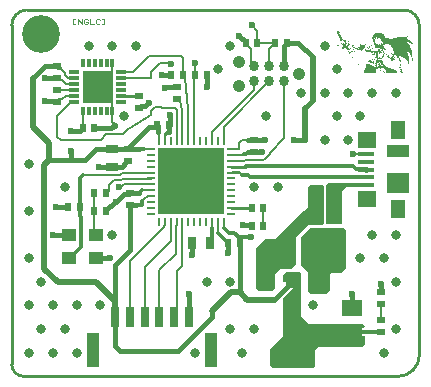
<source format=gbr>
%TF.GenerationSoftware,Altium Limited,Altium Designer,23.4.1 (23)*%
G04 Layer_Physical_Order=1*
G04 Layer_Color=255*
%FSLAX45Y45*%
%MOMM*%
%TF.SameCoordinates,E9D3CAE9-A23F-4039-930E-E97F2D72BBB1*%
%TF.FilePolarity,Positive*%
%TF.FileFunction,Copper,L1,Top,Signal*%
%TF.Part,Single*%
G01*
G75*
%TA.AperFunction,Conductor*%
%ADD10C,0.20000*%
%TA.AperFunction,NonConductor*%
%ADD11C,0.25400*%
%TA.AperFunction,SMDPad,CuDef*%
%ADD12R,1.70000X1.40000*%
%TA.AperFunction,ConnectorPad*%
%ADD13R,1.38000X0.45000*%
%ADD14R,1.55000X1.42500*%
%ADD15R,1.90000X1.00000*%
%ADD16R,1.90000X1.80000*%
%ADD17R,1.30000X1.65000*%
%TA.AperFunction,SMDPad,CuDef*%
%ADD18R,1.00000X0.80000*%
%ADD19R,0.70000X0.60000*%
%ADD20R,0.60000X0.70000*%
%ADD21R,1.40000X1.70000*%
%ADD22R,3.50000X1.25000*%
%ADD23R,1.25000X1.25000*%
%ADD24R,0.80000X1.00000*%
%ADD25R,2.60000X2.70000*%
%ADD26R,0.35000X0.80000*%
%ADD27R,0.85000X0.35000*%
%ADD28R,5.60000X5.60000*%
%ADD29O,0.25000X0.80000*%
%ADD30O,0.80000X0.25000*%
%ADD31R,0.65000X1.70000*%
%ADD32R,1.00000X2.90000*%
%ADD33R,1.30000X1.10000*%
%TA.AperFunction,BGAPad,CuDef*%
%ADD34C,0.86300*%
%TA.AperFunction,Conductor*%
%ADD35C,0.40000*%
%ADD36C,0.50000*%
%ADD37C,0.30000*%
%ADD38C,0.25000*%
%ADD39C,0.38100*%
%TA.AperFunction,NonConductor*%
%ADD40C,0.11000*%
%TA.AperFunction,ComponentPad*%
%ADD41C,3.20000*%
%ADD42C,1.06700*%
%TA.AperFunction,ViaPad*%
%ADD43C,0.80000*%
%ADD44C,0.60000*%
%ADD45C,0.50000*%
G36*
X10004638Y8925046D02*
X10004871Y8924891D01*
X10004948Y8924581D01*
X10005026Y8924193D01*
X10005220Y8923999D01*
X10005530Y8923922D01*
X10006034Y8924116D01*
X10006150Y8924232D01*
X10006538Y8924387D01*
X10006771Y8924310D01*
X10006926Y8924155D01*
X10007081Y8924077D01*
X10007469Y8923922D01*
X10008477Y8923999D01*
X10008942Y8923922D01*
X10009098Y8923767D01*
X10009253Y8923689D01*
X10009679Y8923340D01*
X10009757Y8923185D01*
X10009602Y8922797D01*
X10009796Y8922603D01*
X10010106Y8922526D01*
X10010649Y8922603D01*
X10010765Y8922952D01*
X10010688Y8923263D01*
X10010804Y8923301D01*
X10011347Y8923069D01*
X10012084Y8922797D01*
X10012355Y8922603D01*
X10012471Y8921944D01*
X10012743Y8921673D01*
X10013363Y8921750D01*
X10013480Y8921867D01*
X10013674Y8922371D01*
X10013867Y8922409D01*
X10014294Y8922138D01*
X10014410Y8921711D01*
X10014294Y8921285D01*
X10014178Y8921169D01*
X10015302Y8920664D01*
X10015419Y8920626D01*
X10015457Y8920509D01*
X10015845Y8920432D01*
X10015961Y8920548D01*
X10016000Y8920742D01*
X10015884Y8920781D01*
X10015923Y8920897D01*
X10016155Y8920975D01*
X10016543Y8920820D01*
X10017319Y8920742D01*
X10017474Y8920587D01*
X10017629Y8920509D01*
X10017668Y8920083D01*
X10017551Y8919966D01*
X10016931Y8919811D01*
X10016776Y8919734D01*
X10016582Y8919617D01*
X10016931Y8919268D01*
X10017396Y8919113D01*
X10017513Y8919152D01*
X10017551Y8919424D01*
X10017978Y8919540D01*
X10018249Y8919656D01*
X10018521Y8919850D01*
X10018598Y8920160D01*
X10018793Y8920354D01*
X10019142Y8920315D01*
X10019219Y8920160D01*
X10019762Y8919385D01*
X10019645Y8919113D01*
X10019335Y8919036D01*
X10018986Y8918919D01*
X10019064Y8918609D01*
X10019645Y8918415D01*
X10019878Y8918493D01*
X10020072Y8918532D01*
X10020499Y8918260D01*
X10020693Y8918066D01*
X10020770Y8917911D01*
X10020886Y8917795D01*
X10021042Y8917717D01*
X10021430Y8917562D01*
X10021972Y8917485D01*
X10022360Y8917252D01*
X10022554Y8916980D01*
X10022748Y8916787D01*
X10023368Y8916631D01*
X10023911Y8916554D01*
X10024454Y8916166D01*
X10024687Y8915933D01*
X10025191Y8915739D01*
X10025463Y8915546D01*
X10025617Y8915390D01*
X10025773Y8915313D01*
X10026316Y8914770D01*
X10027014Y8914382D01*
X10027557Y8913839D01*
X10027712Y8913762D01*
X10027867Y8913607D01*
X10028410Y8913296D01*
X10028875Y8912986D01*
X10029263Y8912831D01*
X10030581Y8912753D01*
X10031008Y8912482D01*
X10031086Y8912327D01*
X10031163Y8912094D01*
X10031241Y8911784D01*
X10031163Y8910543D01*
X10031086Y8910233D01*
X10031008Y8909845D01*
X10030620Y8909147D01*
X10030465Y8908759D01*
X10030387Y8908061D01*
X10029689Y8907363D01*
X10029147Y8906355D01*
X10028991Y8906200D01*
X10028914Y8906045D01*
X10028759Y8905889D01*
X10028681Y8905579D01*
X10028371Y8905036D01*
X10027401Y8904067D01*
X10027246Y8903989D01*
X10026781Y8903679D01*
X10026471Y8903601D01*
X10025928Y8903524D01*
X10025617Y8903601D01*
X10024144Y8903524D01*
X10023640Y8903175D01*
X10023330Y8902399D01*
X10023407Y8901701D01*
X10023795Y8900848D01*
X10024105Y8900073D01*
X10024299Y8899568D01*
X10024687Y8898715D01*
X10025424Y8897978D01*
X10025501Y8897823D01*
X10027052Y8896272D01*
X10027130Y8896117D01*
X10027440Y8895574D01*
X10027789Y8895148D01*
X10027867Y8894992D01*
X10027983Y8894954D01*
X10028061Y8894799D01*
X10028293Y8894256D01*
X10028642Y8893286D01*
X10028759Y8893170D01*
X10028836Y8893015D01*
X10029302Y8892549D01*
X10029457Y8892162D01*
X10029689Y8891541D01*
X10029845Y8891386D01*
X10029922Y8891231D01*
X10030155Y8890998D01*
X10030232Y8890843D01*
X10030581Y8890417D01*
X10031163Y8889602D01*
X10031784Y8888439D01*
X10032249Y8887973D01*
X10032365Y8887547D01*
X10032637Y8887120D01*
X10033412Y8886345D01*
X10033529Y8885918D01*
X10033606Y8885530D01*
X10033761Y8885143D01*
X10034382Y8884367D01*
X10034498Y8884250D01*
X10034731Y8883708D01*
X10035119Y8883010D01*
X10035351Y8882777D01*
X10035661Y8882234D01*
X10036010Y8881807D01*
X10036204Y8881536D01*
X10036437Y8881303D01*
X10036515Y8881148D01*
X10037135Y8879985D01*
X10037639Y8879248D01*
X10037756Y8879132D01*
X10038066Y8878589D01*
X10038298Y8878356D01*
X10038609Y8877658D01*
X10038803Y8877154D01*
X10038958Y8876766D01*
X10039152Y8876495D01*
X10039462Y8876184D01*
X10039539Y8876029D01*
X10039772Y8875486D01*
X10039888Y8875060D01*
X10040044Y8874672D01*
X10040237Y8874478D01*
X10040315Y8874323D01*
X10040703Y8873935D01*
X10041323Y8872772D01*
X10041479Y8872617D01*
X10041556Y8872462D01*
X10041944Y8871919D01*
X10042021Y8871764D01*
X10042331Y8871221D01*
X10042875Y8870678D01*
X10042991Y8870251D01*
X10043146Y8869863D01*
X10043340Y8869592D01*
X10043495Y8869437D01*
X10043572Y8869282D01*
X10043728Y8869127D01*
X10044038Y8868584D01*
X10044426Y8868041D01*
X10044852Y8866839D01*
X10044968Y8866412D01*
X10045046Y8866102D01*
X10045124Y8865404D01*
X10045899Y8864318D01*
X10046132Y8863387D01*
X10046365Y8862999D01*
X10046830Y8862534D01*
X10046985Y8862146D01*
X10047063Y8861836D01*
X10047179Y8861254D01*
X10047373Y8860983D01*
X10047838Y8860517D01*
X10047993Y8860130D01*
X10048149Y8859044D01*
X10048769Y8858113D01*
X10048924Y8857725D01*
X10049001Y8857415D01*
X10049312Y8856872D01*
X10050049Y8856135D01*
X10050824Y8856213D01*
X10051057Y8856291D01*
X10051367Y8856368D01*
X10051677Y8856291D01*
X10051794Y8856174D01*
X10051716Y8855864D01*
X10051290Y8855437D01*
X10051135Y8855360D01*
X10050786Y8855011D01*
X10050553Y8854623D01*
X10050204Y8854196D01*
X10049971Y8853964D01*
X10049816Y8853886D01*
X10049389Y8853537D01*
X10048575Y8852723D01*
X10048420Y8852645D01*
X10047761Y8851986D01*
X10047683Y8851831D01*
X10047140Y8851288D01*
X10047063Y8851133D01*
X10046946Y8851017D01*
X10046791Y8850939D01*
X10046248Y8850551D01*
X10046093Y8850474D01*
X10045861Y8850241D01*
X10045705Y8850163D01*
X10045550Y8850008D01*
X10045395Y8849931D01*
X10045240Y8849776D01*
X10045085Y8849698D01*
X10044542Y8849310D01*
X10043844Y8848922D01*
X10043379Y8848612D01*
X10042409Y8848263D01*
X10041750Y8847914D01*
X10041207Y8847682D01*
X10040431Y8847449D01*
X10040121Y8847371D01*
X10039617Y8847177D01*
X10039152Y8846867D01*
X10038337Y8846518D01*
X10037484Y8846130D01*
X10036747Y8845859D01*
X10036631Y8845743D01*
X10036476Y8845665D01*
X10036204Y8845394D01*
X10036166Y8845355D01*
X10035002Y8844734D01*
X10034692Y8844269D01*
X10034498Y8843842D01*
X10034421Y8843532D01*
X10034382Y8840468D01*
X10034459Y8840003D01*
X10034653Y8839344D01*
X10034770Y8838917D01*
X10034963Y8838646D01*
X10035312Y8838529D01*
X10035700Y8838762D01*
X10036398Y8839460D01*
X10036553Y8839538D01*
X10036941Y8839770D01*
X10037329Y8839926D01*
X10037756Y8840042D01*
X10038531Y8840352D01*
X10039035Y8840546D01*
X10040354Y8841166D01*
X10040664Y8841244D01*
X10041401Y8841515D01*
X10041866Y8841826D01*
X10041982Y8841942D01*
X10042138Y8842020D01*
X10042603Y8842330D01*
X10044077Y8843106D01*
X10044232Y8843261D01*
X10044387Y8843338D01*
X10044619Y8843571D01*
X10044775Y8843649D01*
X10044930Y8843803D01*
X10045085Y8843881D01*
X10045512Y8844230D01*
X10045861Y8844889D01*
X10046171Y8844967D01*
X10046714Y8845045D01*
X10047101Y8845432D01*
X10047257Y8845510D01*
X10047722Y8845820D01*
X10047877Y8845898D01*
X10048575Y8846285D01*
X10048769Y8846479D01*
X10048924Y8846945D01*
X10048614Y8847022D01*
X10048459Y8847177D01*
X10048652Y8847526D01*
X10048847Y8847488D01*
X10049001Y8847100D01*
X10049351Y8847061D01*
X10049932Y8847333D01*
X10050010Y8847488D01*
X10050475Y8848341D01*
X10050708Y8848573D01*
X10050786Y8848729D01*
X10051096Y8849271D01*
X10051212Y8849388D01*
X10051910Y8849776D01*
X10052182Y8850047D01*
X10052259Y8850202D01*
X10052608Y8850551D01*
X10052763Y8850629D01*
X10053500Y8851133D01*
X10053927Y8851559D01*
X10054082Y8851637D01*
X10054625Y8852025D01*
X10054780Y8852102D01*
X10055323Y8852490D01*
X10055633Y8852800D01*
X10055788Y8852878D01*
X10055943Y8853033D01*
X10056486Y8853266D01*
X10057572Y8853576D01*
X10058270Y8853654D01*
X10058503Y8853576D01*
X10059123Y8853654D01*
X10059472Y8854003D01*
X10059550Y8854313D01*
X10059588Y8854507D01*
X10059511Y8854817D01*
X10059394Y8854933D01*
X10059239Y8855321D01*
X10059162Y8855631D01*
X10058968Y8856601D01*
X10058852Y8857338D01*
X10058503Y8857764D01*
X10058386Y8857880D01*
X10058309Y8858191D01*
X10058503Y8858385D01*
X10058813Y8858462D01*
X10059511Y8858385D01*
X10060209Y8858074D01*
X10060519Y8857997D01*
X10061489Y8857648D01*
X10061799Y8857338D01*
X10062264Y8856484D01*
X10062729Y8856019D01*
X10062807Y8855864D01*
X10063350Y8855321D01*
X10063815Y8854468D01*
X10064358Y8853770D01*
X10064901Y8852994D01*
X10065017Y8852490D01*
X10065134Y8852219D01*
X10065483Y8851792D01*
X10065677Y8851443D01*
X10065754Y8851133D01*
X10066026Y8850396D01*
X10066375Y8849814D01*
X10066685Y8849271D01*
X10067228Y8848729D01*
X10067461Y8848186D01*
X10067810Y8847216D01*
X10068275Y8846053D01*
X10068585Y8845200D01*
X10069089Y8844230D01*
X10069167Y8843920D01*
X10069283Y8843106D01*
X10069361Y8842795D01*
X10069632Y8842214D01*
X10069710Y8841981D01*
X10069787Y8841671D01*
X10069865Y8841050D01*
X10070175Y8840352D01*
X10070330Y8839421D01*
X10070447Y8838685D01*
X10070563Y8838258D01*
X10070641Y8837948D01*
X10070796Y8836862D01*
X10070873Y8836552D01*
X10071106Y8835699D01*
X10071222Y8834729D01*
X10071300Y8833411D01*
X10071377Y8833023D01*
X10071494Y8831123D01*
X10071416Y8830890D01*
X10071494Y8830037D01*
X10071571Y8829804D01*
X10071688Y8828912D01*
X10071765Y8828447D01*
X10071843Y8827594D01*
X10071920Y8827284D01*
X10071998Y8826818D01*
X10072075Y8826508D01*
X10072114Y8826004D01*
X10071804Y8825306D01*
X10071882Y8824220D01*
X10071959Y8823987D01*
X10071882Y8823212D01*
X10071959Y8822669D01*
X10072231Y8822475D01*
X10072385Y8822320D01*
X10072580Y8822359D01*
X10072541Y8824491D01*
X10072618Y8824802D01*
X10072735Y8824918D01*
X10072773Y8825034D01*
X10073084Y8825189D01*
X10073200Y8825073D01*
X10073239Y8824957D01*
X10073316Y8825422D01*
X10073394Y8824647D01*
X10074557Y8824569D01*
X10074596Y8824220D01*
X10074402Y8823949D01*
X10073355Y8823987D01*
X10073316Y8824647D01*
X10073200Y8824608D01*
X10073239Y8823949D01*
X10073355Y8823910D01*
X10073278Y8821350D01*
X10073084Y8821312D01*
X10072929Y8821467D01*
X10072773Y8821544D01*
X10072385Y8821777D01*
X10071920Y8821544D01*
X10071804Y8821661D01*
X10071765Y8822863D01*
X10071688Y8822708D01*
X10071339Y8822514D01*
X10071261Y8822203D01*
X10071339Y8821583D01*
X10071416Y8821350D01*
X10071339Y8820807D01*
X10071184Y8820652D01*
X10071028Y8820265D01*
X10070951Y8819954D01*
X10070912Y8819295D01*
X10070951Y8818403D01*
X10070873Y8818170D01*
X10070796Y8817782D01*
X10070408Y8817395D01*
X10070330Y8817084D01*
X10070253Y8815999D01*
X10069865Y8815456D01*
X10069710Y8815301D01*
X10069555Y8814758D01*
X10069322Y8814370D01*
X10069012Y8814215D01*
X10068934Y8814060D01*
X10068430Y8813323D01*
X10068198Y8812858D01*
X10068042Y8812702D01*
X10067887Y8812625D01*
X10067771Y8812509D01*
X10067849Y8812198D01*
X10068042Y8812004D01*
X10068701Y8811888D01*
X10069167Y8811810D01*
X10069981Y8811772D01*
X10070214Y8812004D01*
X10070408Y8811966D01*
X10070485Y8811733D01*
X10070679Y8811461D01*
X10071222Y8811229D01*
X10071765Y8811074D01*
X10072153Y8810841D01*
X10072385Y8810608D01*
X10072773Y8810453D01*
X10073200Y8810337D01*
X10073859Y8810065D01*
X10074170Y8809988D01*
X10074712Y8809910D01*
X10074906Y8809639D01*
X10075178Y8809367D01*
X10075721Y8809290D01*
X10076225Y8809096D01*
X10076419Y8808902D01*
X10076574Y8808824D01*
X10077117Y8808592D01*
X10077388Y8808708D01*
X10077582Y8809135D01*
X10077737Y8809057D01*
X10077931Y8808863D01*
X10078009Y8808708D01*
X10078280Y8808669D01*
X10078474Y8808863D01*
X10078629Y8809251D01*
X10078939Y8809716D01*
X10079017Y8809872D01*
X10079133Y8810143D01*
X10079017Y8810414D01*
X10078668Y8810608D01*
X10078280Y8810453D01*
X10077737Y8810531D01*
X10074829Y8810492D01*
X10074712Y8810608D01*
X10074208Y8810725D01*
X10073898Y8810802D01*
X10073665Y8810957D01*
X10073510Y8811345D01*
X10073355Y8811966D01*
X10074906Y8812043D01*
X10075333Y8812237D01*
X10075527Y8812276D01*
X10075488Y8811694D01*
X10074984Y8811733D01*
X10074829Y8811578D01*
X10074868Y8810919D01*
X10075100Y8810841D01*
X10075527Y8811112D01*
X10075604Y8811345D01*
X10075798Y8811384D01*
X10076031Y8811306D01*
X10076574Y8811229D01*
X10078047Y8811306D01*
X10078435Y8811461D01*
X10078707Y8810880D01*
X10079094Y8810802D01*
X10079250Y8810647D01*
X10079327Y8810414D01*
X10079599Y8810376D01*
X10079870Y8810570D01*
X10080025Y8811112D01*
X10080103Y8811655D01*
X10080258Y8811810D01*
X10080374Y8812237D01*
X10080491Y8812353D01*
X10080568Y8812509D01*
X10080723Y8812664D01*
X10080801Y8812819D01*
X10081033Y8813362D01*
X10081150Y8813866D01*
X10081189Y8814525D01*
X10081033Y8814913D01*
X10080956Y8815223D01*
X10081033Y8815533D01*
X10081421Y8815921D01*
X10081499Y8816231D01*
X10081421Y8816852D01*
X10081266Y8817007D01*
X10081189Y8817162D01*
X10081111Y8817395D01*
X10081460Y8817821D01*
X10081576Y8818248D01*
X10081499Y8819024D01*
X10081576Y8819644D01*
X10081731Y8820032D01*
X10081654Y8820963D01*
X10081809Y8821350D01*
X10081887Y8821661D01*
X10081809Y8822203D01*
X10081499Y8822901D01*
X10081615Y8824104D01*
X10081693Y8824491D01*
X10082197Y8825461D01*
X10082119Y8826624D01*
X10082042Y8826857D01*
X10081964Y8827633D01*
X10081887Y8828718D01*
X10081809Y8828951D01*
X10081731Y8829261D01*
X10081654Y8830735D01*
X10081576Y8830968D01*
X10081421Y8832053D01*
X10081344Y8832907D01*
X10080956Y8833449D01*
X10080723Y8834225D01*
X10080646Y8834535D01*
X10080529Y8835039D01*
X10080452Y8835350D01*
X10080374Y8835815D01*
X10080297Y8836203D01*
X10080103Y8836862D01*
X10080025Y8837405D01*
X10079754Y8838685D01*
X10079676Y8838995D01*
X10079521Y8839383D01*
X10079211Y8839848D01*
X10078939Y8840352D01*
X10078784Y8840895D01*
X10078707Y8841205D01*
X10078590Y8841710D01*
X10078474Y8841981D01*
X10077931Y8842757D01*
X10077854Y8842912D01*
X10077698Y8843300D01*
X10077582Y8843803D01*
X10077427Y8844812D01*
X10077349Y8845200D01*
X10077311Y8845704D01*
X10077427Y8845898D01*
X10077737Y8845820D01*
X10078164Y8845471D01*
X10078474Y8845161D01*
X10078552Y8845006D01*
X10078784Y8844463D01*
X10078978Y8843338D01*
X10079133Y8842950D01*
X10079560Y8841981D01*
X10079754Y8841477D01*
X10080413Y8840275D01*
X10080646Y8839499D01*
X10080723Y8839189D01*
X10080801Y8838413D01*
X10080878Y8838103D01*
X10081111Y8837328D01*
X10081189Y8836319D01*
X10081421Y8835776D01*
X10081576Y8834768D01*
X10081731Y8834380D01*
X10081848Y8833643D01*
X10081925Y8833256D01*
X10082236Y8832790D01*
X10082429Y8832596D01*
X10082585Y8832208D01*
X10082662Y8831433D01*
X10082740Y8830347D01*
X10082817Y8830114D01*
X10082972Y8829029D01*
X10083089Y8828524D01*
X10083166Y8828137D01*
X10083283Y8827090D01*
X10083360Y8826779D01*
X10083438Y8826004D01*
X10083515Y8824453D01*
X10083864Y8824026D01*
X10084058Y8823755D01*
X10084291Y8823212D01*
X10084368Y8822746D01*
X10084524Y8822591D01*
X10084213Y8821893D01*
X10084136Y8821583D01*
X10084019Y8820536D01*
X10083981Y8817860D01*
X10084058Y8817628D01*
X10083981Y8817084D01*
X10083748Y8816542D01*
X10083826Y8816076D01*
X10084058Y8815533D01*
X10084097Y8813788D01*
X10083787Y8813478D01*
X10083399Y8813245D01*
X10083283Y8813129D01*
X10083205Y8812586D01*
X10083283Y8811888D01*
X10083127Y8811733D01*
X10083050Y8811578D01*
X10082740Y8811035D01*
X10082546Y8810841D01*
X10082391Y8810763D01*
X10082119Y8810492D01*
X10082003Y8810065D01*
X10081925Y8809755D01*
X10081731Y8809484D01*
X10081576Y8809329D01*
X10081499Y8809018D01*
X10081731Y8808631D01*
X10081964Y8808398D01*
X10081887Y8807777D01*
X10081615Y8807506D01*
X10081305Y8807584D01*
X10080529Y8807506D01*
X10080374Y8807351D01*
X10080258Y8807312D01*
X10080180Y8807002D01*
X10080258Y8806614D01*
X10080529Y8806343D01*
X10081382Y8805955D01*
X10081887Y8805916D01*
X10082313Y8805955D01*
X10082429Y8805683D01*
X10082740Y8804908D01*
X10082817Y8804753D01*
X10083089Y8804481D01*
X10083399Y8804404D01*
X10083981Y8804287D01*
X10084252Y8804093D01*
X10084524Y8803822D01*
X10084601Y8803667D01*
X10085144Y8802969D01*
X10085609Y8802659D01*
X10086036Y8802542D01*
X10086307Y8802659D01*
X10086385Y8802814D01*
X10086579Y8803008D01*
X10086967Y8803163D01*
X10087742Y8803085D01*
X10088750Y8803163D01*
X10089448Y8803628D01*
X10090185Y8803744D01*
X10090573Y8803900D01*
X10090883Y8804132D01*
X10090961Y8804287D01*
X10091038Y8804365D01*
X10090728Y8804442D01*
X10090263Y8804675D01*
X10090108Y8804830D01*
X10090185Y8805140D01*
X10090573Y8805218D01*
X10090534Y8805334D01*
X10089099Y8805373D01*
X10089177Y8805683D01*
X10089294Y8805800D01*
X10089681Y8806032D01*
X10089836Y8806188D01*
X10090379Y8806110D01*
X10090573Y8805916D01*
X10090612Y8805334D01*
X10091271Y8805296D01*
X10091194Y8805218D01*
X10091349Y8805140D01*
X10091271Y8804985D01*
X10091349Y8804908D01*
X10091116Y8804365D01*
X10091465Y8804171D01*
X10092008Y8804016D01*
X10092318Y8804093D01*
X10093094Y8804326D01*
X10093520Y8804442D01*
X10093831Y8804520D01*
X10095072Y8804598D01*
X10095459Y8804753D01*
X10095731Y8804947D01*
X10095847Y8805063D01*
X10095808Y8805257D01*
X10095498Y8805334D01*
X10095033Y8805257D01*
X10094800Y8805334D01*
X10094645Y8805412D01*
X10094374Y8805683D01*
X10094335Y8805800D01*
X10094218Y8805838D01*
X10094335Y8805955D01*
X10094645Y8806032D01*
X10095110Y8805955D01*
X10095653Y8805722D01*
X10095769Y8805994D01*
X10095420Y8806110D01*
X10094917Y8806071D01*
X10094955Y8807506D01*
X10095537Y8807467D01*
X10095692Y8806847D01*
X10095769Y8806381D01*
X10095886Y8806265D01*
X10096390Y8806149D01*
X10096468Y8805140D01*
X10096662Y8804947D01*
X10097437Y8804869D01*
X10097747Y8804947D01*
X10098135Y8805102D01*
X10099027Y8805218D01*
X10099337Y8805296D01*
X10100811Y8805373D01*
X10100927Y8805257D01*
X10101238Y8805179D01*
X10101548Y8805257D01*
X10101703Y8805412D01*
X10101819Y8805451D01*
X10101897Y8805606D01*
X10102052Y8805994D01*
X10102129Y8806304D01*
X10102168Y8806730D01*
X10102129Y8807933D01*
X10102517Y8808553D01*
X10102595Y8810104D01*
X10103060Y8811112D01*
X10103293Y8812043D01*
X10103370Y8813284D01*
X10103448Y8813517D01*
X10103525Y8813827D01*
X10103603Y8814370D01*
X10103525Y8817162D01*
X10103215Y8817472D01*
X10103060Y8817860D01*
X10103138Y8818170D01*
X10103060Y8818868D01*
X10102827Y8819411D01*
X10102750Y8820109D01*
X10102983Y8820652D01*
X10102905Y8820963D01*
X10102595Y8821273D01*
X10102517Y8821583D01*
X10102440Y8822901D01*
X10102362Y8823134D01*
X10102246Y8823793D01*
X10102129Y8823910D01*
X10102052Y8824065D01*
X10101819Y8824298D01*
X10101742Y8824608D01*
X10101664Y8825694D01*
X10101431Y8825926D01*
X10101354Y8826237D01*
X10101082Y8826973D01*
X10100927Y8827128D01*
X10100540Y8827361D01*
X10100190Y8827555D01*
X10100268Y8827788D01*
X10100578Y8828098D01*
X10100501Y8828641D01*
X10100190Y8828951D01*
X10100035Y8829339D01*
X10099686Y8829765D01*
X10099570Y8829882D01*
X10099492Y8830037D01*
X10099143Y8830463D01*
X10098601Y8830619D01*
X10098058Y8830929D01*
X10097437Y8831549D01*
X10096894Y8831859D01*
X10096700Y8832053D01*
X10096623Y8832208D01*
X10096390Y8832441D01*
X10096313Y8832596D01*
X10095925Y8833139D01*
X10095847Y8833294D01*
X10095615Y8833527D01*
X10095537Y8833682D01*
X10094955Y8834264D01*
X10094800Y8834341D01*
X10094335Y8834807D01*
X10094180Y8834884D01*
X10093637Y8835194D01*
X10093210Y8835544D01*
X10093133Y8835699D01*
X10092784Y8836048D01*
X10092629Y8836125D01*
X10092318Y8836435D01*
X10092163Y8836513D01*
X10092008Y8836668D01*
X10091853Y8836746D01*
X10091698Y8836901D01*
X10091543Y8836978D01*
X10091387Y8837133D01*
X10091233Y8837211D01*
X10090689Y8837599D01*
X10090534Y8837677D01*
X10090108Y8838026D01*
X10089875Y8838258D01*
X10089836Y8838374D01*
X10089681Y8838452D01*
X10089526Y8838607D01*
X10089371Y8838685D01*
X10089138Y8838917D01*
X10088983Y8838995D01*
X10088518Y8839460D01*
X10088363Y8839538D01*
X10087897Y8839848D01*
X10087742Y8839926D01*
X10087316Y8840275D01*
X10086889Y8840701D01*
X10086734Y8840779D01*
X10086385Y8841050D01*
X10086230Y8841438D01*
X10086307Y8841748D01*
X10086501Y8841942D01*
X10086812Y8842020D01*
X10087354Y8841942D01*
X10087781Y8841593D01*
X10087859Y8841438D01*
X10088130Y8841166D01*
X10088440Y8841089D01*
X10088867Y8841205D01*
X10089371Y8841399D01*
X10089875Y8841438D01*
X10089798Y8841671D01*
X10089565Y8841903D01*
X10089487Y8842214D01*
X10089604Y8842485D01*
X10089992Y8842640D01*
X10090961Y8842601D01*
X10091426Y8842679D01*
X10092008Y8842718D01*
X10092434Y8842369D01*
X10092357Y8842059D01*
X10092280Y8841826D01*
X10092396Y8841710D01*
X10092822Y8841593D01*
X10093133Y8841515D01*
X10093482Y8841399D01*
X10093676Y8841361D01*
X10093598Y8841671D01*
X10093676Y8842059D01*
X10093869Y8842252D01*
X10094102Y8842330D01*
X10094529Y8841981D01*
X10094606Y8841671D01*
X10094529Y8841515D01*
X10094412Y8841399D01*
X10093831Y8841205D01*
X10093908Y8840973D01*
X10094335Y8840546D01*
X10094878Y8840314D01*
X10095033Y8840236D01*
X10095149Y8840119D01*
X10095227Y8839964D01*
X10095576Y8839538D01*
X10095886Y8839228D01*
X10096041Y8839150D01*
X10097011Y8838180D01*
X10097243Y8837793D01*
X10098135Y8836901D01*
X10098290Y8836823D01*
X10098484Y8836629D01*
X10098794Y8835854D01*
X10099027Y8835466D01*
X10100423Y8834070D01*
X10100889Y8833217D01*
X10101005Y8833023D01*
X10101238Y8832945D01*
X10101354Y8833062D01*
X10101276Y8833760D01*
X10101082Y8833954D01*
X10100927Y8834031D01*
X10100889Y8834535D01*
X10100966Y8834768D01*
X10100889Y8835078D01*
X10100617Y8835427D01*
X10100074Y8835737D01*
X10099648Y8836164D01*
X10099570Y8836319D01*
X10099221Y8836746D01*
X10099066Y8836901D01*
X10098911Y8836978D01*
X10098717Y8837172D01*
X10098639Y8837328D01*
X10098407Y8837870D01*
X10098252Y8838413D01*
X10098329Y8838646D01*
X10098407Y8838801D01*
X10098523Y8838917D01*
X10099066Y8838995D01*
X10099454Y8838840D01*
X10099648Y8838646D01*
X10099725Y8838491D01*
X10100152Y8837909D01*
X10100307Y8837831D01*
X10100850Y8837521D01*
X10101121Y8837250D01*
X10101315Y8836746D01*
X10101509Y8836474D01*
X10101858Y8836125D01*
X10102013Y8836048D01*
X10102207Y8835776D01*
X10102440Y8835544D01*
X10102517Y8835388D01*
X10102672Y8835233D01*
X10103060Y8834535D01*
X10103448Y8833992D01*
X10103758Y8833449D01*
X10104068Y8832751D01*
X10104146Y8832441D01*
X10104340Y8831937D01*
X10104456Y8831821D01*
X10104534Y8831666D01*
X10104766Y8831433D01*
X10105154Y8830580D01*
X10105697Y8829572D01*
X10106007Y8829106D01*
X10106240Y8828331D01*
X10106356Y8827904D01*
X10106434Y8827594D01*
X10106705Y8826935D01*
X10106861Y8826392D01*
X10106938Y8825616D01*
X10107016Y8825306D01*
X10107132Y8824879D01*
X10107520Y8823793D01*
X10107791Y8823134D01*
X10107869Y8822824D01*
X10107908Y8822475D01*
X10107869Y8822436D01*
X10107946Y8822203D01*
X10108024Y8821195D01*
X10108101Y8820963D01*
X10108179Y8820419D01*
X10108296Y8819683D01*
X10108450Y8818131D01*
X10108528Y8817821D01*
X10108645Y8817395D01*
X10108722Y8817084D01*
X10108877Y8816386D01*
X10109187Y8815921D01*
X10109342Y8815533D01*
X10109304Y8814564D01*
X10109381Y8813323D01*
X10109497Y8813207D01*
X10109575Y8812896D01*
X10109653Y8812664D01*
X10109691Y8812392D01*
X10109614Y8811927D01*
X10109575Y8811345D01*
X10109769Y8811151D01*
X10109808Y8813594D01*
X10109730Y8813827D01*
X10109808Y8814293D01*
X10110079Y8814331D01*
X10110273Y8814137D01*
X10110196Y8813827D01*
X10109885Y8813284D01*
X10109963Y8812974D01*
X10110040Y8812741D01*
X10110118Y8811966D01*
X10110040Y8810957D01*
X10110079Y8810531D01*
X10110389Y8810453D01*
X10110738Y8810647D01*
X10110661Y8811112D01*
X10110506Y8811500D01*
X10110583Y8812509D01*
X10110545Y8814254D01*
X10111010Y8814564D01*
X10111204Y8814447D01*
X10111436Y8814060D01*
X10111747Y8813594D01*
X10111669Y8813284D01*
X10111514Y8813129D01*
X10111436Y8812974D01*
X10111204Y8812431D01*
X10111281Y8811655D01*
X10111204Y8809406D01*
X10111010Y8809212D01*
X10110700Y8809135D01*
X10110583Y8809096D01*
X10110661Y8808941D01*
X10110932Y8808824D01*
X10111126Y8808631D01*
X10111049Y8808088D01*
X10110894Y8807933D01*
X10110855Y8807816D01*
X10110700Y8807739D01*
X10110583Y8807622D01*
X10110506Y8807312D01*
X10110583Y8806071D01*
X10110506Y8804442D01*
X10110389Y8804326D01*
X10110234Y8804404D01*
X10109847Y8804559D01*
X10109381Y8804481D01*
X10109148Y8804404D01*
X10109032Y8804753D01*
X10109110Y8805528D01*
X10109381Y8805800D01*
X10109808Y8805994D01*
X10109769Y8806188D01*
X10109420Y8806381D01*
X10109265Y8806769D01*
X10109342Y8807079D01*
X10109885Y8807622D01*
X10109769Y8808514D01*
X10109730Y8808863D01*
X10109963Y8809406D01*
X10109885Y8810414D01*
X10109769Y8810531D01*
X10109536Y8810453D01*
X10109342Y8810337D01*
X10109265Y8810182D01*
X10108645Y8808786D01*
X10108799Y8808398D01*
X10108877Y8807855D01*
X10108761Y8807351D01*
X10108412Y8806537D01*
X10108218Y8805722D01*
X10108140Y8805567D01*
X10107985Y8805489D01*
X10107791Y8805296D01*
X10107636Y8804753D01*
X10107559Y8804442D01*
X10107481Y8803667D01*
X10107403Y8803357D01*
X10107248Y8802814D01*
X10107210Y8802465D01*
X10107287Y8802310D01*
X10107675Y8802387D01*
X10107752Y8802465D01*
X10107869Y8802348D01*
X10107791Y8801883D01*
X10107675Y8801612D01*
X10107365Y8801534D01*
X10107210Y8801456D01*
X10107016Y8801340D01*
X10106938Y8801185D01*
X10106705Y8801030D01*
X10106628Y8800875D01*
X10106318Y8800565D01*
X10106240Y8800409D01*
X10106007Y8800177D01*
X10105697Y8799479D01*
X10105542Y8799091D01*
X10105154Y8798548D01*
X10105077Y8798393D01*
X10104922Y8798238D01*
X10104844Y8798082D01*
X10104573Y8797811D01*
X10104417Y8797733D01*
X10104224Y8797540D01*
X10104262Y8797191D01*
X10104573Y8797113D01*
X10104883Y8797191D01*
X10105348Y8797501D01*
X10105658Y8797423D01*
X10105891Y8797191D01*
X10106201Y8797113D01*
X10107287Y8797191D01*
X10107442Y8797346D01*
X10107675Y8797423D01*
X10107714Y8797230D01*
X10107481Y8796997D01*
X10107559Y8796609D01*
X10108567Y8796531D01*
X10109226Y8796337D01*
X10110312Y8796260D01*
X10110545Y8796182D01*
X10110855Y8796105D01*
X10111475Y8796027D01*
X10111708Y8795795D01*
X10111863Y8795717D01*
X10112251Y8795562D01*
X10113259Y8795640D01*
X10113880Y8795562D01*
X10114578Y8795252D01*
X10114888Y8795174D01*
X10115935Y8795213D01*
X10116323Y8795058D01*
X10116711Y8794670D01*
X10116788Y8794515D01*
X10116982Y8794244D01*
X10117525Y8794088D01*
X10118223Y8794166D01*
X10118417Y8793972D01*
X10118494Y8793817D01*
X10118688Y8793623D01*
X10119076Y8793468D01*
X10120162Y8793313D01*
X10121093Y8793158D01*
X10121519Y8792809D01*
X10121636Y8792692D01*
X10122178Y8792460D01*
X10122605Y8792343D01*
X10123264Y8792072D01*
X10123574Y8791994D01*
X10124079Y8791878D01*
X10124389Y8791800D01*
X10124505Y8791684D01*
X10124622Y8791645D01*
X10124699Y8791335D01*
X10124622Y8790947D01*
X10124273Y8790598D01*
X10123885Y8790443D01*
X10123342Y8790288D01*
X10122023Y8790365D01*
X10121403Y8790753D01*
X10121015Y8790909D01*
X10120705Y8790986D01*
X10120162Y8791063D01*
X10119852Y8791374D01*
X10119697Y8791451D01*
X10119541Y8791606D01*
X10119386Y8791684D01*
X10118843Y8791917D01*
X10118533Y8791994D01*
X10118029Y8792111D01*
X10117719Y8792188D01*
X10116866Y8792498D01*
X10116478Y8792653D01*
X10116362Y8792770D01*
X10115818Y8793002D01*
X10114655Y8793080D01*
X10114267Y8793235D01*
X10113763Y8793429D01*
X10113143Y8793662D01*
X10112483Y8793856D01*
X10111902Y8793972D01*
X10111010Y8794244D01*
X10110389Y8794398D01*
X10108645Y8794515D01*
X10108257Y8794670D01*
X10107985Y8794864D01*
X10107597Y8795019D01*
X10106511Y8795097D01*
X10105969Y8795329D01*
X10104030Y8795407D01*
X10103797Y8795484D01*
X10103332Y8795562D01*
X10102478Y8795950D01*
X10101936Y8796027D01*
X10101509Y8796144D01*
X10101005Y8796648D01*
X10100850Y8796725D01*
X10100384Y8797035D01*
X10099764Y8797191D01*
X10099066Y8797268D01*
X10098523Y8797501D01*
X10097980Y8797656D01*
X10097360Y8797811D01*
X10096739Y8797733D01*
X10096351Y8797579D01*
X10095847Y8797462D01*
X10094723Y8797113D01*
X10094296Y8796997D01*
X10093986Y8796686D01*
X10093753Y8796144D01*
X10093831Y8795756D01*
X10094102Y8795484D01*
X10094257Y8795407D01*
X10095110Y8794554D01*
X10095266Y8794476D01*
X10095653Y8794321D01*
X10095964Y8794244D01*
X10096817Y8793778D01*
X10097049Y8793546D01*
X10097204Y8793468D01*
X10097903Y8793080D01*
X10098096Y8792886D01*
X10098484Y8792188D01*
X10098639Y8792033D01*
X10098562Y8791878D01*
X10098523Y8791839D01*
X10097980Y8792072D01*
X10097204Y8792149D01*
X10096662Y8792537D01*
X10095808Y8792925D01*
X10094335Y8793623D01*
X10093520Y8793817D01*
X10093133Y8793972D01*
X10092706Y8794088D01*
X10092396Y8794166D01*
X10092008Y8794088D01*
X10091814Y8793895D01*
X10091892Y8793351D01*
X10092047Y8793196D01*
X10092124Y8793041D01*
X10092280Y8792886D01*
X10092357Y8792731D01*
X10092512Y8792576D01*
X10092590Y8792421D01*
X10093443Y8790792D01*
X10093908Y8790327D01*
X10094994Y8788077D01*
X10095188Y8787573D01*
X10095459Y8786681D01*
X10095537Y8786371D01*
X10095692Y8785983D01*
X10096002Y8785285D01*
X10096313Y8784742D01*
X10096468Y8784355D01*
X10096817Y8783385D01*
X10097398Y8782105D01*
X10097554Y8781020D01*
X10097747Y8780516D01*
X10097941Y8780244D01*
X10098252Y8779934D01*
X10098329Y8779779D01*
X10098484Y8779624D01*
X10098562Y8779468D01*
X10098833Y8779119D01*
X10099221Y8778964D01*
X10099609Y8778732D01*
X10100035Y8778383D01*
X10100501Y8778072D01*
X10100772Y8777879D01*
X10101199Y8777452D01*
X10101548Y8776870D01*
X10101703Y8776793D01*
X10102401Y8776250D01*
X10104146Y8774505D01*
X10104456Y8773962D01*
X10104650Y8773768D01*
X10104805Y8773690D01*
X10105309Y8773186D01*
X10105387Y8773031D01*
X10105581Y8772837D01*
X10105736Y8772760D01*
X10105852Y8772643D01*
X10105930Y8772488D01*
X10106085Y8772333D01*
X10106395Y8771790D01*
X10108024Y8770161D01*
X10108101Y8770006D01*
X10108489Y8769386D01*
X10108567Y8769231D01*
X10108916Y8768804D01*
X10109420Y8768300D01*
X10109808Y8767602D01*
X10110312Y8767098D01*
X10110467Y8767020D01*
X10111475Y8766322D01*
X10112096Y8766167D01*
X10112639Y8765934D01*
X10113143Y8765818D01*
X10113492Y8765702D01*
X10113880Y8765547D01*
X10114500Y8765391D01*
X10114888Y8765236D01*
X10115431Y8765159D01*
X10116206Y8765081D01*
X10116594Y8764926D01*
X10117137Y8764693D01*
X10117525Y8764538D01*
X10118145Y8764383D01*
X10118688Y8764228D01*
X10119503Y8764034D01*
X10120395Y8763608D01*
X10120938Y8763453D01*
X10121442Y8763336D01*
X10121752Y8763259D01*
X10122140Y8763104D01*
X10122256Y8762987D01*
X10122566Y8762910D01*
X10122799Y8762832D01*
X10123536Y8762561D01*
X10123652Y8762444D01*
X10124195Y8762289D01*
X10124505Y8762212D01*
X10124932Y8762095D01*
X10125901Y8761669D01*
X10126638Y8761397D01*
X10127220Y8761048D01*
X10127801Y8760932D01*
X10128422Y8760699D01*
X10128538Y8760583D01*
X10128926Y8760350D01*
X10129391Y8760040D01*
X10130632Y8759652D01*
X10131020Y8759497D01*
X10131563Y8759109D01*
X10132377Y8758915D01*
X10132765Y8758760D01*
X10133192Y8758566D01*
X10133502Y8758489D01*
X10134006Y8758372D01*
X10134394Y8758217D01*
X10134859Y8757907D01*
X10134976Y8757791D01*
X10135131Y8757713D01*
X10135829Y8757403D01*
X10136604Y8757325D01*
X10137031Y8757209D01*
X10137651Y8756976D01*
X10137768Y8756860D01*
X10137923Y8756783D01*
X10138078Y8756627D01*
X10138233Y8756550D01*
X10138776Y8756240D01*
X10139086Y8756162D01*
X10139513Y8756046D01*
X10139784Y8755929D01*
X10140211Y8755580D01*
X10140327Y8755464D01*
X10140482Y8755386D01*
X10141180Y8755076D01*
X10141723Y8754921D01*
X10142111Y8754766D01*
X10142809Y8754456D01*
X10143119Y8754378D01*
X10143546Y8754262D01*
X10144903Y8753448D01*
X10145330Y8753331D01*
X10145834Y8753137D01*
X10146222Y8752982D01*
X10146765Y8752672D01*
X10147463Y8752362D01*
X10147967Y8752245D01*
X10148355Y8752090D01*
X10148781Y8751819D01*
X10149169Y8751586D01*
X10149557Y8751431D01*
X10150294Y8751160D01*
X10150720Y8751043D01*
X10151690Y8750694D01*
X10152116Y8750423D01*
X10152426Y8750113D01*
X10152969Y8749880D01*
X10154133Y8749337D01*
X10154520Y8749182D01*
X10155490Y8748833D01*
X10156615Y8748251D01*
X10157623Y8747708D01*
X10157778Y8747553D01*
X10157933Y8747476D01*
X10158088Y8747320D01*
X10158709Y8747165D01*
X10159213Y8746971D01*
X10159329Y8746855D01*
X10159717Y8746700D01*
X10160570Y8746234D01*
X10161113Y8745847D01*
X10161268Y8745769D01*
X10161656Y8745536D01*
X10163440Y8744606D01*
X10163711Y8744334D01*
X10163789Y8744179D01*
X10163983Y8743985D01*
X10164215Y8744063D01*
X10164409Y8744179D01*
X10164487Y8744334D01*
X10164720Y8744877D01*
X10164797Y8745420D01*
X10164720Y8745730D01*
X10164526Y8746234D01*
X10164371Y8746622D01*
X10164177Y8747127D01*
X10164215Y8747630D01*
X10164526Y8747553D01*
X10164681Y8747398D01*
X10164836Y8747320D01*
X10165418Y8746739D01*
X10165573Y8746351D01*
X10165728Y8745730D01*
X10165960Y8745187D01*
X10166038Y8744877D01*
X10166077Y8744295D01*
X10165999Y8743830D01*
X10165611Y8742744D01*
X10165301Y8742279D01*
X10165146Y8742201D01*
X10164487Y8741697D01*
X10164177Y8741154D01*
X10163052Y8740030D01*
X10162897Y8739952D01*
X10162199Y8739409D01*
X10161966Y8739177D01*
X10161423Y8738944D01*
X10161113Y8738866D01*
X10160686Y8738750D01*
X10160337Y8738479D01*
X10159950Y8738323D01*
X10159407Y8738401D01*
X10158980Y8738750D01*
X10158631Y8738944D01*
X10158321Y8739021D01*
X10157817Y8739215D01*
X10157196Y8739603D01*
X10156925Y8739797D01*
X10156459Y8740107D01*
X10156072Y8740340D01*
X10155916Y8740495D01*
X10155762Y8740573D01*
X10155606Y8740728D01*
X10154869Y8740999D01*
X10154210Y8741271D01*
X10153900Y8741348D01*
X10153396Y8741542D01*
X10153280Y8741658D01*
X10152426Y8742124D01*
X10151883Y8742512D01*
X10151573Y8742822D01*
X10151030Y8742977D01*
X10150410Y8743132D01*
X10149634Y8743442D01*
X10149091Y8743597D01*
X10148238Y8743675D01*
X10147540Y8744063D01*
X10146997Y8744451D01*
X10146454Y8744761D01*
X10146299Y8744916D01*
X10146144Y8744993D01*
X10145989Y8745149D01*
X10145369Y8745304D01*
X10144826Y8745614D01*
X10144593Y8745847D01*
X10144438Y8745924D01*
X10143740Y8746234D01*
X10143003Y8746506D01*
X10142576Y8746622D01*
X10142266Y8746700D01*
X10141529Y8746971D01*
X10141336Y8747165D01*
X10140948Y8747320D01*
X10140637Y8747398D01*
X10140056Y8747514D01*
X10139280Y8747979D01*
X10139164Y8748096D01*
X10138621Y8748328D01*
X10137419Y8748523D01*
X10136798Y8748755D01*
X10135829Y8749182D01*
X10135325Y8749376D01*
X10134898Y8749569D01*
X10134355Y8749725D01*
X10133153Y8750151D01*
X10132843Y8750229D01*
X10132067Y8750384D01*
X10131175Y8750888D01*
X10130943Y8751121D01*
X10130787Y8751198D01*
X10130400Y8751353D01*
X10129895Y8751470D01*
X10129624Y8751586D01*
X10128887Y8752090D01*
X10128538Y8752439D01*
X10127530Y8752517D01*
X10126677Y8752905D01*
X10125901Y8752982D01*
X10124815Y8753060D01*
X10124583Y8753137D01*
X10123730Y8753215D01*
X10123342Y8753370D01*
X10123032Y8753448D01*
X10121829Y8753719D01*
X10121170Y8754068D01*
X10120472Y8754378D01*
X10119968Y8754572D01*
X10119580Y8754727D01*
X10119154Y8754844D01*
X10118843Y8754766D01*
X10118805Y8754649D01*
X10119348Y8753952D01*
X10119813Y8753641D01*
X10120472Y8753370D01*
X10121015Y8753060D01*
X10121248Y8752827D01*
X10121985Y8752556D01*
X10122140Y8752400D01*
X10122217Y8751470D01*
X10122295Y8751237D01*
X10122450Y8750616D01*
X10122527Y8750074D01*
X10122605Y8749763D01*
X10122683Y8749298D01*
X10122760Y8749065D01*
X10122838Y8748755D01*
X10122915Y8748212D01*
X10123109Y8747708D01*
X10123458Y8747127D01*
X10123691Y8746583D01*
X10123846Y8745653D01*
X10123924Y8745110D01*
X10124079Y8744722D01*
X10124428Y8744295D01*
X10124622Y8744024D01*
X10125009Y8743171D01*
X10125087Y8742706D01*
X10125630Y8741542D01*
X10126018Y8740301D01*
X10126095Y8739991D01*
X10126289Y8739487D01*
X10126599Y8739021D01*
X10126871Y8738362D01*
X10126793Y8737587D01*
X10126716Y8737354D01*
X10126910Y8736850D01*
X10126948Y8736578D01*
X10126754Y8736540D01*
X10126560Y8736734D01*
X10126250Y8737276D01*
X10125785Y8737742D01*
X10125513Y8738479D01*
X10125320Y8738750D01*
X10125087Y8739293D01*
X10124893Y8739797D01*
X10124466Y8740611D01*
X10124389Y8740922D01*
X10124117Y8741658D01*
X10124001Y8741775D01*
X10123846Y8742163D01*
X10123768Y8742473D01*
X10123613Y8742861D01*
X10123342Y8743597D01*
X10123070Y8744024D01*
X10122799Y8744218D01*
X10122527Y8744877D01*
X10122450Y8746118D01*
X10122372Y8746739D01*
X10122140Y8747281D01*
X10121985Y8747902D01*
X10121791Y8748406D01*
X10121209Y8749686D01*
X10121054Y8750306D01*
X10120860Y8751121D01*
X10120472Y8751741D01*
X10120278Y8752013D01*
X10120162Y8752129D01*
X10120007Y8752207D01*
X10119309Y8752594D01*
X10119154Y8752749D01*
X10118999Y8752827D01*
X10118533Y8753292D01*
X10118378Y8753370D01*
X10117603Y8754146D01*
X10117098Y8754262D01*
X10116478Y8754339D01*
X10116090Y8754417D01*
X10115780Y8754727D01*
X10115702Y8754882D01*
X10115469Y8755115D01*
X10115392Y8755270D01*
X10114888Y8755774D01*
X10114190Y8756162D01*
X10113763Y8756511D01*
X10113414Y8756938D01*
X10112561Y8757403D01*
X10112445Y8757519D01*
X10112367Y8757674D01*
X10112212Y8758062D01*
X10112134Y8758217D01*
X10112018Y8758334D01*
X10111863Y8758411D01*
X10111320Y8758721D01*
X10111126Y8758915D01*
X10110661Y8759769D01*
X10110312Y8759962D01*
X10109769Y8760273D01*
X10105969Y8764073D01*
X10105852Y8764112D01*
X10105775Y8764267D01*
X10105620Y8764422D01*
X10105426Y8764926D01*
X10105115Y8765236D01*
X10104960Y8765314D01*
X10104766Y8765508D01*
X10104689Y8765663D01*
X10104417Y8765934D01*
X10104030Y8766167D01*
X10103758Y8766594D01*
X10103642Y8766710D01*
X10103487Y8766788D01*
X10103138Y8767137D01*
X10103060Y8767292D01*
X10102711Y8767718D01*
X10102285Y8768067D01*
X10101936Y8768494D01*
X10101742Y8768765D01*
X10100733Y8769774D01*
X10100656Y8769929D01*
X10100501Y8770084D01*
X10100423Y8770239D01*
X10100229Y8770433D01*
X10100074Y8770511D01*
X10099531Y8770898D01*
X10098523Y8771907D01*
X10098368Y8771984D01*
X10098213Y8772139D01*
X10098058Y8772217D01*
X10097670Y8772372D01*
X10097360Y8772449D01*
X10096623Y8772721D01*
X10096235Y8772876D01*
X10095459Y8773341D01*
X10095343Y8773458D01*
X10094955Y8773613D01*
X10094412Y8773768D01*
X10093908Y8773962D01*
X10093637Y8774078D01*
X10092939Y8774388D01*
X10092163Y8774698D01*
X10091853Y8774776D01*
X10091465Y8774544D01*
X10091271Y8774195D01*
X10091349Y8773497D01*
X10091736Y8772953D01*
X10091814Y8772798D01*
X10092202Y8772256D01*
X10093055Y8770627D01*
X10093404Y8770200D01*
X10093520Y8770084D01*
X10093598Y8769929D01*
X10093753Y8769774D01*
X10093831Y8769618D01*
X10094451Y8768688D01*
X10094723Y8767951D01*
X10094839Y8767835D01*
X10094917Y8767679D01*
X10095227Y8767214D01*
X10095304Y8766904D01*
X10095459Y8766749D01*
X10095847Y8766051D01*
X10096157Y8765585D01*
X10096390Y8765042D01*
X10096933Y8764034D01*
X10097088Y8763879D01*
X10097321Y8763336D01*
X10097709Y8762638D01*
X10098096Y8762250D01*
X10098407Y8761552D01*
X10098484Y8761397D01*
X10098833Y8760971D01*
X10099027Y8760699D01*
X10099570Y8759924D01*
X10100113Y8758915D01*
X10100501Y8758372D01*
X10100578Y8758217D01*
X10100966Y8757597D01*
X10101044Y8757442D01*
X10102052Y8755503D01*
X10102595Y8754727D01*
X10102827Y8754339D01*
X10102983Y8754184D01*
X10103060Y8754029D01*
X10103215Y8753874D01*
X10104456Y8751314D01*
X10104689Y8750927D01*
X10104960Y8750578D01*
X10105115Y8750500D01*
X10105542Y8750074D01*
X10105775Y8749531D01*
X10105891Y8749104D01*
X10106201Y8748639D01*
X10106395Y8748445D01*
X10106938Y8747437D01*
X10107559Y8746273D01*
X10108063Y8745536D01*
X10108412Y8744955D01*
X10108528Y8744528D01*
X10108645Y8744412D01*
X10108722Y8744257D01*
X10109110Y8743869D01*
X10109187Y8743714D01*
X10109497Y8743171D01*
X10109808Y8742861D01*
X10109885Y8742706D01*
X10110040Y8742550D01*
X10110118Y8742240D01*
X10110738Y8741077D01*
X10111049Y8740767D01*
X10111204Y8740379D01*
X10111320Y8739875D01*
X10111631Y8739564D01*
X10111785Y8739487D01*
X10111902Y8739371D01*
X10111980Y8739215D01*
X10112290Y8738750D01*
X10112483Y8738246D01*
X10112639Y8737858D01*
X10112832Y8737587D01*
X10113376Y8736811D01*
X10113531Y8736191D01*
X10113957Y8735764D01*
X10114073Y8735725D01*
X10114151Y8735570D01*
X10115082Y8734252D01*
X10115276Y8733748D01*
X10115702Y8732856D01*
X10115818Y8732429D01*
X10116168Y8731847D01*
X10116323Y8731460D01*
X10116439Y8731343D01*
X10116943Y8731072D01*
X10117098Y8730684D01*
X10117215Y8730257D01*
X10117331Y8730141D01*
X10117409Y8729986D01*
X10117641Y8729753D01*
X10117719Y8729598D01*
X10118223Y8728861D01*
X10118688Y8728008D01*
X10118843Y8727930D01*
X10119037Y8727737D01*
X10119192Y8727349D01*
X10119580Y8726341D01*
X10119658Y8725875D01*
X10120007Y8725449D01*
X10120317Y8724983D01*
X10120511Y8724712D01*
X10120744Y8724169D01*
X10120821Y8723859D01*
X10121015Y8723510D01*
X10121325Y8723432D01*
X10121674Y8723161D01*
X10121829Y8722618D01*
X10121946Y8722191D01*
X10122062Y8721842D01*
X10122217Y8721454D01*
X10122644Y8721260D01*
X10122993Y8721067D01*
X10123148Y8720679D01*
X10123225Y8720524D01*
X10123691Y8720058D01*
X10123846Y8719438D01*
X10124040Y8719089D01*
X10124428Y8718856D01*
X10124815Y8718236D01*
X10124971Y8718081D01*
X10125126Y8718003D01*
X10125320Y8717809D01*
X10125785Y8716956D01*
X10125940Y8716801D01*
X10126173Y8716258D01*
X10126444Y8715754D01*
X10126599Y8715676D01*
X10127103Y8715172D01*
X10127259Y8714629D01*
X10127375Y8714203D01*
X10127491Y8714086D01*
X10127569Y8713931D01*
X10127801Y8713699D01*
X10127879Y8713543D01*
X10128189Y8713078D01*
X10128344Y8712535D01*
X10128422Y8712380D01*
X10128771Y8712031D01*
X10128926Y8711953D01*
X10129120Y8711760D01*
X10129275Y8711217D01*
X10129353Y8710751D01*
X10130089Y8710402D01*
X10130361Y8710131D01*
X10130438Y8709976D01*
X10130594Y8709821D01*
X10130671Y8709666D01*
X10130904Y8709433D01*
X10131059Y8709045D01*
X10131408Y8708618D01*
X10131524Y8708502D01*
X10131602Y8708347D01*
X10132300Y8707029D01*
X10132765Y8706718D01*
X10132920Y8706563D01*
X10133075Y8705477D01*
X10133696Y8705245D01*
X10134084Y8704857D01*
X10134278Y8704353D01*
X10134859Y8703538D01*
X10135015Y8702918D01*
X10135247Y8702530D01*
X10136023Y8701755D01*
X10136100Y8701599D01*
X10136488Y8700746D01*
X10136566Y8700591D01*
X10137109Y8699583D01*
X10137341Y8699040D01*
X10137574Y8698652D01*
X10137768Y8698458D01*
X10137923Y8698381D01*
X10138194Y8698109D01*
X10138427Y8697178D01*
X10138970Y8696636D01*
X10139358Y8695782D01*
X10140676Y8693223D01*
X10140987Y8692447D01*
X10141258Y8692176D01*
X10141413Y8692098D01*
X10141762Y8691749D01*
X10141840Y8691594D01*
X10141995Y8691439D01*
X10141956Y8690392D01*
X10142344Y8690237D01*
X10142499Y8690159D01*
X10142693Y8689966D01*
X10142770Y8689112D01*
X10142925Y8688957D01*
X10143081Y8688569D01*
X10142964Y8688065D01*
X10142770Y8687716D01*
X10143119Y8687290D01*
X10143313Y8687096D01*
X10143391Y8686941D01*
X10143546Y8686553D01*
X10143623Y8686243D01*
X10143585Y8685273D01*
X10144089Y8684924D01*
X10144244Y8684381D01*
X10144283Y8683257D01*
X10144128Y8683102D01*
X10143817Y8683024D01*
X10143274Y8683102D01*
X10143158Y8683218D01*
X10143197Y8684187D01*
X10143119Y8684963D01*
X10142964Y8685118D01*
X10142654Y8685196D01*
X10142460Y8685312D01*
X10142383Y8685622D01*
X10142460Y8685932D01*
X10142383Y8686320D01*
X10142189Y8686514D01*
X10141840Y8686708D01*
X10141762Y8686863D01*
X10141491Y8687212D01*
X10141336Y8687290D01*
X10140909Y8687561D01*
X10140987Y8687871D01*
X10141103Y8687988D01*
X10141723Y8688065D01*
X10141762Y8688337D01*
X10141374Y8689190D01*
X10141297Y8689733D01*
X10140793Y8689772D01*
X10140560Y8689694D01*
X10140250Y8689772D01*
X10139939Y8690237D01*
X10139435Y8690508D01*
X10139358Y8690741D01*
X10139474Y8690857D01*
X10140095Y8690935D01*
X10140211Y8691051D01*
X10140250Y8691866D01*
X10140172Y8692021D01*
X10139474Y8691943D01*
X10139202Y8691749D01*
X10138931Y8691245D01*
X10138621Y8691323D01*
X10138504Y8691672D01*
X10138660Y8692060D01*
X10138582Y8692525D01*
X10138388Y8692719D01*
X10137768Y8692641D01*
X10137535Y8692564D01*
X10137264Y8692680D01*
X10137186Y8692913D01*
X10137457Y8693184D01*
X10137613Y8693262D01*
X10137884Y8693533D01*
X10137806Y8693999D01*
X10137690Y8694115D01*
X10137186Y8694386D01*
X10137109Y8694619D01*
X10137186Y8694852D01*
X10137109Y8695395D01*
X10136992Y8695511D01*
X10136566Y8695627D01*
X10136488Y8695860D01*
X10136566Y8696015D01*
X10136682Y8696131D01*
X10137109Y8696325D01*
X10137264Y8696868D01*
X10137186Y8697101D01*
X10136837Y8697217D01*
X10136372Y8697140D01*
X10136178Y8696946D01*
X10136100Y8696636D01*
X10135984Y8696519D01*
X10135790Y8696480D01*
X10135557Y8696636D01*
X10135480Y8696946D01*
X10135286Y8697140D01*
X10134355Y8697062D01*
X10134239Y8697178D01*
X10134200Y8697450D01*
X10134355Y8697605D01*
X10135441Y8697683D01*
X10135635Y8697876D01*
X10135713Y8698885D01*
X10135635Y8699195D01*
X10135596Y8699234D01*
X10135325Y8698807D01*
X10134976Y8698691D01*
X10134278Y8698768D01*
X10134161Y8698885D01*
X10134084Y8699428D01*
X10134278Y8699699D01*
X10134782Y8699971D01*
X10135169Y8700824D01*
X10135092Y8700979D01*
X10134820Y8701095D01*
X10134588Y8701018D01*
X10134200Y8700862D01*
X10133580Y8700940D01*
X10133463Y8701057D01*
X10133231Y8701444D01*
X10133037Y8701638D01*
X10132688Y8701832D01*
X10132726Y8702724D01*
X10132649Y8702957D01*
X10132261Y8703112D01*
X10131912Y8703306D01*
X10131990Y8704469D01*
X10131214Y8704546D01*
X10131136Y8704702D01*
X10131408Y8705051D01*
X10131563Y8705128D01*
X10131680Y8705245D01*
X10131602Y8706020D01*
X10131408Y8706214D01*
X10131020Y8706292D01*
X10130322Y8705981D01*
X10129857Y8706059D01*
X10129740Y8706175D01*
X10129818Y8706408D01*
X10129934Y8706524D01*
X10130322Y8706757D01*
X10130516Y8706951D01*
X10130594Y8707261D01*
X10130516Y8707649D01*
X10130400Y8707765D01*
X10129973Y8707649D01*
X10129663Y8707571D01*
X10129314Y8707532D01*
X10128965Y8707804D01*
X10128887Y8708269D01*
X10128965Y8708502D01*
X10129042Y8709045D01*
X10128965Y8709898D01*
X10128771Y8709937D01*
X10128538Y8709859D01*
X10127995Y8709704D01*
X10127608Y8709782D01*
X10127491Y8709898D01*
X10127569Y8710208D01*
X10128189Y8710364D01*
X10128344Y8710441D01*
X10128383Y8710635D01*
X10128189Y8710906D01*
X10127995Y8711100D01*
X10127840Y8711178D01*
X10127724Y8711294D01*
X10127646Y8711449D01*
X10127297Y8711876D01*
X10126793Y8712225D01*
X10126677Y8712807D01*
X10126056Y8712884D01*
X10125940Y8713233D01*
X10126173Y8714164D01*
X10126056Y8714358D01*
X10125358Y8714280D01*
X10125242Y8714397D01*
X10125320Y8715327D01*
X10125203Y8715444D01*
X10125048Y8715521D01*
X10124622Y8715870D01*
X10124544Y8716025D01*
X10124622Y8716258D01*
X10124699Y8716568D01*
X10124428Y8716917D01*
X10124273Y8716995D01*
X10124117Y8717150D01*
X10124001Y8717189D01*
X10123846Y8717576D01*
X10123652Y8717925D01*
X10123264Y8718003D01*
X10123070Y8718197D01*
X10123032Y8718701D01*
X10122334Y8718779D01*
X10122295Y8719128D01*
X10122450Y8719593D01*
X10122217Y8719981D01*
X10121597Y8720369D01*
X10121519Y8720679D01*
X10121248Y8720950D01*
X10120938Y8721028D01*
X10120821Y8721144D01*
X10120744Y8721454D01*
X10120821Y8721765D01*
X10120744Y8722152D01*
X10120588Y8722540D01*
X10120511Y8722850D01*
X10120278Y8723238D01*
X10120084Y8723432D01*
X10119929Y8723510D01*
X10119503Y8723936D01*
X10119425Y8724092D01*
X10119076Y8724595D01*
X10118688Y8724751D01*
X10118572Y8724867D01*
X10118494Y8725798D01*
X10118301Y8725992D01*
X10118145Y8726069D01*
X10117874Y8726341D01*
X10117913Y8727698D01*
X10117370Y8727620D01*
X10117098Y8727814D01*
X10117176Y8728280D01*
X10117253Y8728435D01*
X10117137Y8728551D01*
X10116827Y8728474D01*
X10116594Y8728396D01*
X10116323Y8728512D01*
X10116400Y8729133D01*
X10116478Y8729365D01*
X10116362Y8729637D01*
X10116206Y8729714D01*
X10115664Y8730025D01*
X10115625Y8730374D01*
X10115702Y8730606D01*
X10115625Y8730916D01*
X10115120Y8731421D01*
X10114810Y8731498D01*
X10114267Y8731421D01*
X10114151Y8731460D01*
X10114073Y8731770D01*
X10114151Y8732390D01*
X10114229Y8732623D01*
X10114151Y8733321D01*
X10113957Y8733515D01*
X10113569Y8733670D01*
X10113376Y8733864D01*
X10113143Y8734252D01*
X10112678Y8734484D01*
X10112600Y8734795D01*
X10112561Y8735221D01*
X10112018Y8735144D01*
X10111824Y8735337D01*
X10111902Y8735880D01*
X10111980Y8736036D01*
X10111785Y8736385D01*
X10111243Y8736695D01*
X10111165Y8737315D01*
X10110932Y8737393D01*
X10110467Y8737470D01*
X10110351Y8737819D01*
X10110428Y8738130D01*
X10110506Y8738672D01*
X10110428Y8739060D01*
X10110157Y8739099D01*
X10109691Y8738789D01*
X10109536Y8738711D01*
X10109342Y8738517D01*
X10109265Y8737974D01*
X10109342Y8737432D01*
X10109459Y8737315D01*
X10109614Y8737238D01*
X10109769Y8737083D01*
X10109885Y8737044D01*
X10109963Y8736734D01*
X10109847Y8736540D01*
X10109071Y8736617D01*
X10108955Y8736734D01*
X10108877Y8737044D01*
X10108799Y8737587D01*
X10108722Y8738595D01*
X10108528Y8738789D01*
X10108373Y8738866D01*
X10108101Y8739138D01*
X10108179Y8739836D01*
X10108296Y8739952D01*
X10108606Y8740030D01*
X10108799Y8740224D01*
X10108877Y8740534D01*
X10109032Y8740922D01*
X10108955Y8741232D01*
X10108838Y8741348D01*
X10108606Y8741271D01*
X10107946Y8740922D01*
X10107636Y8740379D01*
X10107520Y8740340D01*
X10107326Y8740534D01*
X10107132Y8741038D01*
X10106822Y8741116D01*
X10106511Y8741038D01*
X10106318Y8740844D01*
X10106162Y8740301D01*
X10106318Y8739913D01*
X10106434Y8739797D01*
X10106744Y8739720D01*
X10106938Y8739293D01*
X10107054Y8738479D01*
X10107210Y8738323D01*
X10107365Y8738246D01*
X10107481Y8738130D01*
X10107559Y8737819D01*
X10107636Y8736889D01*
X10107908Y8736540D01*
X10108063Y8736462D01*
X10108489Y8736036D01*
X10108567Y8735725D01*
X10108489Y8735182D01*
X10108218Y8735144D01*
X10107714Y8735648D01*
X10107636Y8735803D01*
X10107326Y8736346D01*
X10107093Y8736578D01*
X10107016Y8736734D01*
X10106783Y8736966D01*
X10106628Y8737509D01*
X10106550Y8737664D01*
X10106356Y8737858D01*
X10106201Y8737936D01*
X10106007Y8738362D01*
X10105813Y8738866D01*
X10105309Y8739371D01*
X10105154Y8739758D01*
X10104844Y8740301D01*
X10104495Y8740728D01*
X10103952Y8741581D01*
X10103681Y8741852D01*
X10103525Y8742240D01*
X10103060Y8743093D01*
X10102401Y8744063D01*
X10102285Y8744179D01*
X10102207Y8744334D01*
X10101742Y8745187D01*
X10101431Y8745653D01*
X10101276Y8746351D01*
X10100733Y8747049D01*
X10100229Y8747786D01*
X10100113Y8747902D01*
X10100035Y8748057D01*
X10099803Y8748290D01*
X10099725Y8748445D01*
X10099570Y8748600D01*
X10099492Y8748755D01*
X10099105Y8749298D01*
X10099027Y8749453D01*
X10098329Y8750772D01*
X10097709Y8751935D01*
X10097398Y8752400D01*
X10097088Y8752943D01*
X10096700Y8753486D01*
X10096623Y8753641D01*
X10095925Y8754960D01*
X10095615Y8755503D01*
X10095227Y8756046D01*
X10095149Y8756201D01*
X10094839Y8756899D01*
X10094606Y8757519D01*
X10094257Y8757946D01*
X10094141Y8758062D01*
X10094063Y8758217D01*
X10093676Y8758760D01*
X10093365Y8759303D01*
X10093055Y8759769D01*
X10092900Y8760311D01*
X10092784Y8760738D01*
X10092590Y8761009D01*
X10092396Y8761203D01*
X10092241Y8761281D01*
X10092047Y8761475D01*
X10091892Y8762018D01*
X10091775Y8762444D01*
X10091465Y8762910D01*
X10091349Y8763026D01*
X10091271Y8763181D01*
X10091038Y8763414D01*
X10090961Y8763569D01*
X10090651Y8763879D01*
X10090573Y8764034D01*
X10090340Y8764422D01*
X10090147Y8764926D01*
X10089992Y8765314D01*
X10089643Y8765973D01*
X10089099Y8766981D01*
X10088789Y8767447D01*
X10088324Y8768300D01*
X10087936Y8768843D01*
X10087859Y8768998D01*
X10087510Y8769425D01*
X10087316Y8769929D01*
X10087199Y8770355D01*
X10086928Y8770782D01*
X10086773Y8770937D01*
X10086307Y8771790D01*
X10085958Y8772217D01*
X10085648Y8772682D01*
X10085532Y8772798D01*
X10085454Y8772953D01*
X10085144Y8773264D01*
X10084989Y8773651D01*
X10083903Y8775746D01*
X10083709Y8775940D01*
X10083554Y8776017D01*
X10081770Y8777336D01*
X10081615Y8777491D01*
X10081460Y8777568D01*
X10080762Y8777879D01*
X10080335Y8777995D01*
X10079288Y8778421D01*
X10078629Y8778538D01*
X10078319Y8778615D01*
X10077892Y8778732D01*
X10077582Y8778809D01*
X10077156Y8778926D01*
X10076535Y8779158D01*
X10076147Y8779236D01*
X10074674Y8779313D01*
X10074208Y8779391D01*
X10073394Y8779430D01*
X10073239Y8779352D01*
X10073006Y8779430D01*
X10071998Y8779352D01*
X10071765Y8779275D01*
X10070292Y8779197D01*
X10069671Y8778577D01*
X10069516Y8778499D01*
X10069128Y8778111D01*
X10068973Y8778034D01*
X10068585Y8777646D01*
X10068430Y8777568D01*
X10068275Y8777413D01*
X10068120Y8777336D01*
X10067616Y8776832D01*
X10067538Y8776676D01*
X10067189Y8776327D01*
X10067034Y8776250D01*
X10066879Y8776095D01*
X10066336Y8775784D01*
X10066181Y8775629D01*
X10066026Y8775552D01*
X10065173Y8775086D01*
X10065017Y8774931D01*
X10064901Y8774893D01*
X10064824Y8774737D01*
X10064630Y8774544D01*
X10064475Y8774466D01*
X10063932Y8774156D01*
X10062962Y8773497D01*
X10062691Y8773302D01*
X10062458Y8773070D01*
X10062303Y8772992D01*
X10061682Y8772372D01*
X10060480Y8771945D01*
X10059705Y8771635D01*
X10059278Y8771441D01*
X10058968Y8771519D01*
X10058852Y8771868D01*
X10058541Y8772411D01*
X10058231Y8772721D01*
X10058192Y8772837D01*
X10058037Y8772915D01*
X10057456Y8773497D01*
X10057378Y8773651D01*
X10057068Y8773962D01*
X10057029Y8774078D01*
X10056641Y8774233D01*
X10055827Y8774427D01*
X10055245Y8774698D01*
X10054159Y8775474D01*
X10054004Y8775552D01*
X10053655Y8775901D01*
X10053578Y8776056D01*
X10053422Y8776211D01*
X10053345Y8776366D01*
X10052298Y8777413D01*
X10052143Y8777491D01*
X10051600Y8777879D01*
X10051212Y8778034D01*
X10050592Y8777956D01*
X10050049Y8777723D01*
X10049079Y8777374D01*
X10048420Y8777025D01*
X10047877Y8776638D01*
X10047722Y8776560D01*
X10046985Y8776056D01*
X10046326Y8775397D01*
X10046171Y8775319D01*
X10043921Y8774156D01*
X10043456Y8773690D01*
X10043068Y8773613D01*
X10042797Y8773807D01*
X10042719Y8774117D01*
X10042680Y8775397D01*
X10042836Y8775784D01*
X10043030Y8776211D01*
X10043223Y8777103D01*
X10043495Y8777840D01*
X10043805Y8778538D01*
X10044270Y8779546D01*
X10044115Y8779934D01*
X10043921Y8779973D01*
X10043379Y8779740D01*
X10043068Y8779818D01*
X10042526Y8779895D01*
X10041401Y8779856D01*
X10039772Y8779934D01*
X10039113Y8780205D01*
X10038337Y8780283D01*
X10038027Y8780360D01*
X10037096Y8780438D01*
X10036941Y8780593D01*
X10036786Y8780671D01*
X10036631Y8780826D01*
X10036321Y8780903D01*
X10035778Y8780981D01*
X10034614Y8781058D01*
X10033916Y8781369D01*
X10032986Y8781446D01*
X10032443Y8781679D01*
X10032133Y8781756D01*
X10031628Y8781873D01*
X10031008Y8782105D01*
X10030038Y8782532D01*
X10029340Y8782610D01*
X10028642Y8782920D01*
X10028022Y8782842D01*
X10027169Y8783230D01*
X10026471Y8783618D01*
X10026238Y8783695D01*
X10025463Y8783618D01*
X10025230Y8783540D01*
X10024842Y8783618D01*
X10024532Y8783928D01*
X10024144Y8784083D01*
X10023640Y8784277D01*
X10023291Y8784393D01*
X10022981Y8784316D01*
X10022593Y8784393D01*
X10022321Y8784665D01*
X10022244Y8784820D01*
X10022050Y8785091D01*
X10021740Y8785169D01*
X10020499Y8785091D01*
X10019413Y8785712D01*
X10019025Y8785867D01*
X10018482Y8785945D01*
X10018249Y8785867D01*
X10017707Y8785790D01*
X10017396Y8785867D01*
X10017086Y8786177D01*
X10016349Y8786449D01*
X10016233Y8786565D01*
X10015690Y8786643D01*
X10015380Y8786565D01*
X10014837Y8786798D01*
X10014294Y8786953D01*
X10013790Y8787069D01*
X10013131Y8787341D01*
X10012588Y8787418D01*
X10012006Y8787302D01*
X10011579Y8787263D01*
X10011308Y8787457D01*
X10011037Y8788039D01*
X10010726Y8788116D01*
X10009796Y8788194D01*
X10009253Y8788426D01*
X10008244Y8788504D01*
X10007934Y8788814D01*
X10007391Y8788969D01*
X10007159Y8788892D01*
X10006848Y8788814D01*
X10006150Y8788892D01*
X10005995Y8789047D01*
X10005452Y8789202D01*
X10004909Y8789280D01*
X10004173Y8789551D01*
X10003513Y8789823D01*
X10002970Y8789900D01*
X10002040Y8789978D01*
X10001186Y8790365D01*
X10000644Y8790288D01*
X10000333Y8790365D01*
X10000217Y8790482D01*
X10000062Y8790870D01*
X10000140Y8791800D01*
X10000256Y8791917D01*
X10000566Y8791994D01*
X10001264Y8791684D01*
X10002272Y8791606D01*
X10003126Y8791219D01*
X10004444Y8791141D01*
X10004832Y8790986D01*
X10005336Y8790870D01*
X10005956Y8790714D01*
X10006383Y8790598D01*
X10006926Y8790521D01*
X10007469Y8790365D01*
X10007779Y8790288D01*
X10008283Y8790172D01*
X10008632Y8790055D01*
X10009175Y8789900D01*
X10009485Y8789823D01*
X10010067Y8789706D01*
X10010377Y8789629D01*
X10010804Y8789512D01*
X10011114Y8789435D01*
X10011657Y8789202D01*
X10012045Y8789047D01*
X10013906Y8788582D01*
X10014488Y8788465D01*
X10014798Y8788388D01*
X10015147Y8788271D01*
X10015690Y8788116D01*
X10016310Y8787961D01*
X10016853Y8787806D01*
X10017629Y8787728D01*
X10018172Y8787496D01*
X10019064Y8787379D01*
X10020033Y8786875D01*
X10021119Y8786565D01*
X10021430Y8786488D01*
X10022166Y8786216D01*
X10023175Y8785828D01*
X10023834Y8785634D01*
X10024144Y8785557D01*
X10024881Y8785285D01*
X10025268Y8785130D01*
X10025656Y8785053D01*
X10026703Y8784936D01*
X10027363Y8784820D01*
X10027983Y8784665D01*
X10028449Y8784587D01*
X10028836Y8784432D01*
X10028953Y8784316D01*
X10029340Y8784161D01*
X10029651Y8784083D01*
X10030349Y8784006D01*
X10032443Y8782997D01*
X10033024Y8783036D01*
X10033412Y8782881D01*
X10033606Y8782687D01*
X10033994Y8782532D01*
X10034925Y8782454D01*
X10035312Y8782299D01*
X10035855Y8782144D01*
X10036786Y8781912D01*
X10037872Y8781756D01*
X10038570Y8781446D01*
X10038880Y8781369D01*
X10039423Y8781291D01*
X10040160Y8781175D01*
X10040780Y8781020D01*
X10041440Y8780826D01*
X10042758Y8780903D01*
X10043185Y8780554D01*
X10043689Y8780360D01*
X10045356Y8780477D01*
X10045744Y8780554D01*
X10046015Y8780748D01*
X10046287Y8781020D01*
X10046365Y8781175D01*
X10046791Y8781601D01*
X10046946Y8781679D01*
X10047101Y8781834D01*
X10047644Y8782144D01*
X10048265Y8782765D01*
X10048808Y8783075D01*
X10048963Y8783230D01*
X10049118Y8783308D01*
X10049816Y8783851D01*
X10050049Y8784083D01*
X10050204Y8784161D01*
X10050359Y8784316D01*
X10050514Y8784393D01*
X10050630Y8784510D01*
X10050708Y8784665D01*
X10051057Y8785014D01*
X10051212Y8785091D01*
X10051755Y8785402D01*
X10052182Y8785751D01*
X10052375Y8785945D01*
X10052531Y8786022D01*
X10053539Y8786565D01*
X10053810Y8786837D01*
X10053888Y8786992D01*
X10054082Y8787186D01*
X10054935Y8787651D01*
X10055090Y8787806D01*
X10055245Y8787884D01*
X10055710Y8788194D01*
X10055866Y8788271D01*
X10057029Y8788814D01*
X10057727Y8789202D01*
X10057921Y8789396D01*
X10058076Y8789939D01*
X10057998Y8790249D01*
X10057649Y8790676D01*
X10057029Y8791296D01*
X10056874Y8791374D01*
X10056370Y8791878D01*
X10056292Y8792033D01*
X10055982Y8792576D01*
X10055633Y8793002D01*
X10055478Y8793158D01*
X10055323Y8793235D01*
X10055090Y8793468D01*
X10054935Y8793546D01*
X10054819Y8793662D01*
X10054741Y8793817D01*
X10054586Y8793972D01*
X10054353Y8794360D01*
X10054159Y8794554D01*
X10054004Y8794631D01*
X10053655Y8794980D01*
X10053267Y8795833D01*
X10052918Y8796493D01*
X10052763Y8796570D01*
X10052608Y8796725D01*
X10052492Y8796764D01*
X10052414Y8796919D01*
X10051949Y8797772D01*
X10051600Y8798199D01*
X10051251Y8798781D01*
X10051057Y8799285D01*
X10050863Y8799711D01*
X10050592Y8800448D01*
X10050320Y8800952D01*
X10050165Y8801340D01*
X10050087Y8801495D01*
X10049777Y8802038D01*
X10048924Y8803822D01*
X10048769Y8804365D01*
X10048691Y8804675D01*
X10048575Y8805102D01*
X10048420Y8805489D01*
X10048149Y8806149D01*
X10047916Y8807079D01*
X10047800Y8808049D01*
X10047412Y8808669D01*
X10047179Y8808902D01*
X10046869Y8808980D01*
X10045628Y8809057D01*
X10044775Y8809600D01*
X10044387Y8809755D01*
X10043650Y8810027D01*
X10042603Y8810608D01*
X10042487Y8810725D01*
X10042564Y8811578D01*
X10042875Y8812121D01*
X10043146Y8812237D01*
X10043689Y8811927D01*
X10043921Y8811694D01*
X10044077Y8811617D01*
X10044387Y8811306D01*
X10044542Y8811229D01*
X10044697Y8811074D01*
X10044852Y8810996D01*
X10045317Y8810531D01*
X10045705Y8810376D01*
X10046015Y8810298D01*
X10046559Y8810221D01*
X10046946Y8810453D01*
X10046985Y8810802D01*
X10046830Y8810957D01*
X10046752Y8811112D01*
X10046559Y8811306D01*
X10046403Y8811384D01*
X10046248Y8811539D01*
X10046093Y8811617D01*
X10045938Y8811772D01*
X10045783Y8811849D01*
X10045628Y8812004D01*
X10045473Y8812082D01*
X10045240Y8812315D01*
X10045085Y8812392D01*
X10044736Y8812741D01*
X10044658Y8812896D01*
X10044542Y8813013D01*
X10044387Y8813090D01*
X10044154Y8813323D01*
X10043999Y8813400D01*
X10043805Y8813594D01*
X10043572Y8814215D01*
X10043301Y8814486D01*
X10043146Y8814564D01*
X10042680Y8815029D01*
X10042526Y8815107D01*
X10042254Y8815378D01*
X10042099Y8815921D01*
X10042021Y8816697D01*
X10041711Y8817240D01*
X10041556Y8817395D01*
X10041479Y8817550D01*
X10041246Y8817782D01*
X10041207Y8817899D01*
X10041052Y8817977D01*
X10040897Y8818131D01*
X10040742Y8818209D01*
X10040431Y8818519D01*
X10040276Y8818597D01*
X10040121Y8818752D01*
X10039733Y8818985D01*
X10039384Y8819334D01*
X10039307Y8819489D01*
X10039152Y8819644D01*
X10039074Y8819799D01*
X10038919Y8819954D01*
X10038841Y8820109D01*
X10038531Y8820652D01*
X10038143Y8821273D01*
X10038066Y8821816D01*
X10038143Y8822746D01*
X10038221Y8822979D01*
X10038105Y8823483D01*
X10037911Y8823755D01*
X10037639Y8824026D01*
X10037251Y8824181D01*
X10036747Y8824375D01*
X10036515Y8824530D01*
X10036359Y8824918D01*
X10036243Y8825500D01*
X10036049Y8825771D01*
X10035700Y8826198D01*
X10035584Y8826314D01*
X10035274Y8827090D01*
X10035080Y8827594D01*
X10034925Y8827982D01*
X10034808Y8828098D01*
X10034731Y8828253D01*
X10034421Y8828951D01*
X10034033Y8829649D01*
X10033878Y8830037D01*
X10033955Y8830347D01*
X10034265Y8831123D01*
X10034188Y8831743D01*
X10033878Y8832053D01*
X10033800Y8832208D01*
X10033567Y8832751D01*
X10033412Y8833139D01*
X10033490Y8833915D01*
X10033878Y8834768D01*
X10034033Y8835388D01*
X10033955Y8836164D01*
X10033878Y8836707D01*
X10033645Y8837250D01*
X10033567Y8838568D01*
X10033180Y8839266D01*
X10032831Y8839383D01*
X10032520Y8839305D01*
X10032094Y8838956D01*
X10031900Y8838762D01*
X10031590Y8838840D01*
X10031473Y8839189D01*
X10031396Y8839499D01*
X10031473Y8840973D01*
X10031551Y8841050D01*
X10031473Y8841283D01*
X10031163Y8841981D01*
X10031241Y8842601D01*
X10030775Y8843300D01*
X10030698Y8843610D01*
X10030775Y8844075D01*
X10031124Y8844501D01*
X10031318Y8844696D01*
X10031357Y8845045D01*
X10031279Y8845665D01*
X10031241Y8846324D01*
X10031318Y8846557D01*
X10031241Y8847177D01*
X10031008Y8847720D01*
X10030930Y8848263D01*
X10030775Y8848961D01*
X10030426Y8849388D01*
X10030000Y8849737D01*
X10029845Y8850125D01*
X10029689Y8850668D01*
X10029612Y8851133D01*
X10029069Y8852296D01*
X10028953Y8852723D01*
X10028875Y8853111D01*
X10028720Y8853964D01*
X10028410Y8854429D01*
X10028061Y8854778D01*
X10027983Y8854933D01*
X10027130Y8856562D01*
X10026742Y8857105D01*
X10026665Y8857260D01*
X10026122Y8858036D01*
X10026005Y8858695D01*
X10025928Y8859005D01*
X10025734Y8859509D01*
X10025656Y8860207D01*
X10025307Y8860634D01*
X10024803Y8861138D01*
X10024493Y8861914D01*
X10024416Y8862069D01*
X10023950Y8862534D01*
X10023756Y8863038D01*
X10023524Y8863503D01*
X10022864Y8864938D01*
X10022631Y8865714D01*
X10022515Y8866296D01*
X10022399Y8866567D01*
X10022050Y8866994D01*
X10021662Y8867459D01*
X10021546Y8867575D01*
X10021468Y8867885D01*
X10021391Y8868739D01*
X10020848Y8869282D01*
X10020615Y8869825D01*
X10020460Y8870678D01*
X10019839Y8871298D01*
X10019762Y8871453D01*
X10019452Y8872151D01*
X10019335Y8872655D01*
X10019219Y8872927D01*
X10019103Y8873121D01*
X10018947Y8873198D01*
X10018598Y8873547D01*
X10018444Y8873935D01*
X10018366Y8874478D01*
X10018288Y8874788D01*
X10017435Y8875641D01*
X10017280Y8876029D01*
X10017164Y8876689D01*
X10017009Y8877076D01*
X10016815Y8877270D01*
X10016737Y8877425D01*
X10016582Y8877580D01*
X10016504Y8877736D01*
X10016272Y8878278D01*
X10016194Y8878977D01*
X10015574Y8879597D01*
X10015341Y8880140D01*
X10015263Y8880450D01*
X10015147Y8880954D01*
X10014759Y8881575D01*
X10014488Y8881846D01*
X10014410Y8882001D01*
X10014255Y8882389D01*
X10014178Y8882699D01*
X10014061Y8883126D01*
X10013945Y8883242D01*
X10013867Y8883397D01*
X10013712Y8883552D01*
X10013635Y8883708D01*
X10013402Y8883940D01*
X10013169Y8884483D01*
X10012937Y8885104D01*
X10012588Y8885530D01*
X10012471Y8885647D01*
X10012394Y8885802D01*
X10012006Y8886500D01*
X10011851Y8886655D01*
X10011773Y8886810D01*
X10011618Y8886965D01*
X10011463Y8887353D01*
X10011269Y8888245D01*
X10010959Y8889098D01*
X10010804Y8889486D01*
X10010532Y8889912D01*
X10009757Y8890998D01*
X10009447Y8891541D01*
X10009291Y8891696D01*
X10008981Y8892394D01*
X10008671Y8892937D01*
X10008361Y8893635D01*
X10008167Y8894139D01*
X10007973Y8894566D01*
X10007702Y8895303D01*
X10007469Y8895613D01*
X10007314Y8895690D01*
X10006965Y8896272D01*
X10006654Y8896815D01*
X10006112Y8897591D01*
X10005995Y8898017D01*
X10005840Y8898638D01*
X10005452Y8899258D01*
X10005026Y8899685D01*
X10004871Y8900073D01*
X10004793Y8900460D01*
X10004444Y8900887D01*
X10004173Y8901158D01*
X10004095Y8901313D01*
X10003591Y8902050D01*
X10003009Y8902632D01*
X10002777Y8903175D01*
X10002699Y8903796D01*
X10002195Y8904532D01*
X10002079Y8904648D01*
X10002001Y8904804D01*
X10001691Y8905347D01*
X10001264Y8905773D01*
X10001070Y8905812D01*
X10000760Y8905734D01*
X10000566Y8905696D01*
X10000217Y8905967D01*
X10000101Y8906936D01*
X10000023Y8907867D01*
X9999984Y8913490D01*
X10000062Y8913723D01*
X10000140Y8914731D01*
X10000062Y8915972D01*
X10000101Y8919424D01*
X10000023Y8920199D01*
X9999984Y8921013D01*
X10000062Y8921246D01*
X10000140Y8922332D01*
X10000217Y8922565D01*
X10000295Y8922875D01*
X10000372Y8924659D01*
X10000566Y8924853D01*
X10001846Y8924891D01*
X10002582Y8924853D01*
X10002815Y8924930D01*
X10003552Y8925046D01*
X10004328Y8925124D01*
X10004638Y8925046D01*
D02*
G37*
G36*
X10076613Y8848263D02*
X10076768Y8848108D01*
X10076845Y8847953D01*
X10077311Y8847488D01*
X10077388Y8847333D01*
X10077466Y8847100D01*
X10077388Y8846867D01*
X10077194Y8846828D01*
X10077000Y8847022D01*
X10076768Y8847410D01*
X10076380Y8847953D01*
X10076302Y8848263D01*
X10076574Y8848302D01*
X10076613Y8848263D01*
D02*
G37*
G36*
X10096274Y8841089D02*
X10096390Y8840973D01*
X10096545Y8840585D01*
X10096778Y8840197D01*
X10096894Y8840081D01*
X10096933Y8840042D01*
X10096972Y8839848D01*
X10096662Y8839693D01*
X10096545Y8839809D01*
X10096468Y8840275D01*
X10096002Y8840352D01*
X10095692Y8840430D01*
X10095537Y8840817D01*
X10095808Y8841166D01*
X10096274Y8841089D01*
D02*
G37*
G36*
X10074557Y8830386D02*
X10074674Y8830270D01*
X10074829Y8829959D01*
X10074712Y8829843D01*
X10074170Y8829921D01*
X10074053Y8829882D01*
X10073976Y8828718D01*
X10073743Y8828486D01*
X10073704Y8828369D01*
X10073394Y8828292D01*
X10073278Y8828408D01*
X10073122Y8828796D01*
Y8828873D01*
X10073200Y8829649D01*
X10073588Y8830192D01*
X10073704Y8830308D01*
X10074014Y8830386D01*
X10074247Y8830463D01*
X10074557Y8830386D01*
D02*
G37*
G36*
X10098833Y8829067D02*
X10098950Y8828951D01*
X10098756Y8828757D01*
X10098368Y8828835D01*
X10098252Y8828951D01*
X10098290Y8829145D01*
X10098368D01*
X10098833Y8829067D01*
D02*
G37*
G36*
X10097670Y8830619D02*
X10097709Y8830192D01*
X10097631Y8829959D01*
X10097747Y8829533D01*
X10097864Y8829416D01*
X10097786Y8828873D01*
X10097631Y8828718D01*
X10097515Y8828447D01*
X10097321Y8828486D01*
X10097088Y8828951D01*
X10097166Y8829184D01*
X10097243Y8829339D01*
X10097398Y8829727D01*
X10097088Y8830502D01*
Y8830580D01*
X10097127Y8830619D01*
X10097360Y8830696D01*
X10097670Y8830619D01*
D02*
G37*
G36*
X10075721Y8829067D02*
X10075759Y8829029D01*
X10075915Y8828873D01*
X10075876Y8828447D01*
X10075566Y8828369D01*
X10075372Y8828563D01*
X10075449Y8829029D01*
X10075566Y8829145D01*
X10075721Y8829067D01*
D02*
G37*
G36*
X10074906Y8827710D02*
X10074868Y8827671D01*
X10074829Y8827710D01*
X10074868Y8827749D01*
X10074906Y8827710D01*
D02*
G37*
G36*
X10100035Y8827633D02*
X10099841Y8827594D01*
X10099803Y8827633D01*
X10099841Y8827671D01*
X10099919D01*
X10099997Y8827749D01*
X10100035Y8827633D01*
D02*
G37*
G36*
X10099725Y8827555D02*
X10099609Y8827516D01*
X10099376Y8827671D01*
X10099531D01*
X10099686Y8827749D01*
X10099725Y8827555D01*
D02*
G37*
G36*
X10098096D02*
X10098019Y8827012D01*
X10097980Y8826973D01*
X10097903Y8827051D01*
X10097825Y8826896D01*
X10097786Y8827245D01*
Y8827322D01*
X10097825Y8827671D01*
X10098096Y8827555D01*
D02*
G37*
G36*
X10098484Y8826469D02*
X10098639Y8826314D01*
X10098601Y8825965D01*
X10098407Y8825926D01*
X10098019Y8826081D01*
X10097903Y8826198D01*
X10097825Y8826120D01*
X10097786Y8826702D01*
Y8826779D01*
X10097825Y8826818D01*
X10097903Y8826741D01*
X10098058Y8826818D01*
X10098484Y8826469D01*
D02*
G37*
G36*
X10078009Y8826159D02*
X10077970Y8826043D01*
X10077776Y8826159D01*
X10077737Y8826198D01*
X10077698Y8826314D01*
X10077815Y8826353D01*
X10078009Y8826159D01*
D02*
G37*
G36*
X10073588Y8827400D02*
X10073665Y8826935D01*
X10074053Y8826159D01*
X10073510Y8825849D01*
X10073433Y8825694D01*
X10073394Y8825655D01*
X10073355Y8827012D01*
Y8827090D01*
X10073278Y8827322D01*
X10073316Y8827671D01*
X10073588Y8827400D01*
D02*
G37*
G36*
X10074868Y8826120D02*
X10074945Y8825810D01*
X10074868Y8825422D01*
X10074790D01*
X10074751Y8825461D01*
X10074402Y8825887D01*
X10074131Y8826159D01*
X10074480Y8826275D01*
X10074868Y8826120D01*
D02*
G37*
G36*
X10097864Y8824608D02*
X10097825Y8824569D01*
X10097786Y8824608D01*
Y8824685D01*
X10097825Y8824724D01*
X10097864Y8824608D01*
D02*
G37*
G36*
X10133037Y8827284D02*
X10133231Y8827090D01*
X10133308Y8826779D01*
X10132998Y8826237D01*
X10132532Y8825849D01*
X10132300Y8825616D01*
X10132145Y8825228D01*
X10131873Y8824414D01*
X10131641Y8824491D01*
X10131369Y8824763D01*
X10131292Y8824918D01*
X10131214Y8825151D01*
X10131292Y8825849D01*
X10131447Y8826004D01*
X10131524Y8826159D01*
X10131680Y8826314D01*
X10131718Y8826353D01*
X10132067Y8826702D01*
X10132145Y8826857D01*
X10132494Y8827284D01*
X10132804Y8827361D01*
X10133037Y8827284D01*
D02*
G37*
G36*
X10100152Y8826120D02*
X10100268Y8826004D01*
X10100190Y8825616D01*
X10100113Y8825383D01*
X10100190Y8825073D01*
X10100268Y8824840D01*
X10100113Y8824685D01*
X10100074Y8824569D01*
X10099919Y8824491D01*
X10099764Y8824336D01*
X10099531Y8824259D01*
X10099415Y8824375D01*
X10099337Y8825383D01*
X10099454Y8825500D01*
X10099609Y8825577D01*
X10099803Y8825771D01*
X10099880Y8826004D01*
X10099919Y8826043D01*
X10099997Y8826198D01*
X10100152Y8826120D01*
D02*
G37*
G36*
X10079676Y8825500D02*
X10080064Y8825267D01*
X10080180Y8825151D01*
X10080258Y8824996D01*
X10080801Y8823832D01*
X10080684Y8823561D01*
X10080491Y8823755D01*
Y8823832D01*
X10080141Y8824181D01*
X10079754Y8824259D01*
X10079560Y8824453D01*
X10079327Y8824996D01*
X10079250Y8825461D01*
X10079443Y8825577D01*
X10079676Y8825500D01*
D02*
G37*
G36*
X10099492Y8823832D02*
X10099454Y8823251D01*
X10099415Y8823212D01*
X10099299Y8823173D01*
X10099182Y8823289D01*
X10099260Y8823832D01*
X10099376Y8823949D01*
X10099492Y8823832D01*
D02*
G37*
G36*
X10075333Y8824802D02*
X10075682Y8824530D01*
X10075721Y8824181D01*
X10075527Y8823910D01*
X10075410Y8823793D01*
X10075255Y8823716D01*
X10075139Y8823600D01*
X10075061Y8823289D01*
X10074945Y8823173D01*
X10074712Y8823251D01*
X10074596Y8823600D01*
Y8823677D01*
X10074635Y8823716D01*
X10074829Y8823910D01*
X10074906Y8824220D01*
X10074829Y8824530D01*
X10074868Y8824879D01*
X10075333Y8824802D01*
D02*
G37*
G36*
X10101548Y8823483D02*
X10101587Y8823289D01*
Y8823212D01*
X10101509Y8822901D01*
X10101238Y8822863D01*
X10100889Y8823134D01*
X10100966Y8823367D01*
X10101082Y8823483D01*
X10101393Y8823561D01*
X10101548Y8823483D01*
D02*
G37*
G36*
X10085958Y8823949D02*
X10086113Y8823793D01*
X10086230Y8823755D01*
Y8823677D01*
X10086346Y8823483D01*
X10086579Y8823406D01*
X10086773Y8823212D01*
X10086695Y8823134D01*
X10086928Y8822591D01*
X10086889Y8822475D01*
X10086695Y8822436D01*
X10086462Y8822591D01*
X10086385Y8823367D01*
X10086269Y8823483D01*
X10085958Y8823561D01*
X10085571Y8823328D01*
X10085338Y8823095D01*
X10085222Y8823212D01*
X10085299Y8823677D01*
X10085532Y8823910D01*
X10085571Y8824026D01*
X10085958Y8823949D01*
D02*
G37*
G36*
X10080180Y8823057D02*
X10080258Y8822746D01*
X10080180Y8822436D01*
X10080064Y8822397D01*
X10079637Y8822746D01*
X10079560Y8822824D01*
X10079521Y8822863D01*
X10079250Y8823134D01*
X10079327Y8823289D01*
X10079676Y8823328D01*
X10080180Y8823057D01*
D02*
G37*
G36*
X10097554Y8822359D02*
X10097515Y8822165D01*
X10097321Y8822203D01*
X10097398Y8822359D01*
X10097437Y8822397D01*
X10097554Y8822359D01*
D02*
G37*
G36*
X10077000Y8822591D02*
X10077039Y8822397D01*
X10076845Y8822126D01*
X10076419Y8821699D01*
X10076186Y8821777D01*
X10076147Y8822281D01*
X10076419Y8822552D01*
X10076651Y8822630D01*
X10076729D01*
X10077000Y8822591D01*
D02*
G37*
G36*
X10099415Y8821661D02*
X10099376Y8821622D01*
X10099337Y8821661D01*
X10099376Y8821699D01*
X10099415Y8821661D01*
D02*
G37*
G36*
X10089177Y8821583D02*
X10089099Y8821428D01*
X10088983Y8821389D01*
X10088750Y8821467D01*
X10088673D01*
X10088363Y8821544D01*
X10088169Y8821738D01*
X10088247Y8821893D01*
X10088440Y8821932D01*
X10089177Y8821583D01*
D02*
G37*
G36*
X10097166Y8820963D02*
X10097127Y8820846D01*
X10097011Y8820885D01*
X10097049Y8821001D01*
X10097127D01*
X10097166Y8820963D01*
D02*
G37*
G36*
X10080219Y8820846D02*
X10080258Y8820419D01*
X10080219Y8820381D01*
X10080180Y8820342D01*
X10080141Y8820226D01*
X10079909Y8820303D01*
X10079792Y8820730D01*
X10079909Y8820924D01*
X10080219Y8820846D01*
D02*
G37*
G36*
X10076264Y8820226D02*
X10076302Y8820109D01*
X10076186Y8819993D01*
X10075876Y8819916D01*
X10075604Y8819644D01*
X10075488Y8819140D01*
X10075255Y8819217D01*
X10075100Y8819373D01*
X10074790Y8819450D01*
X10074596Y8819411D01*
X10074557Y8819373D01*
X10074402Y8819295D01*
X10074286Y8819179D01*
X10073976Y8818636D01*
X10073859Y8818519D01*
X10073316Y8818597D01*
X10072929Y8818364D01*
X10072657Y8818248D01*
X10072580Y8818481D01*
X10072618Y8818907D01*
X10073006Y8818830D01*
X10073316Y8818675D01*
X10074014Y8819217D01*
X10074053Y8819722D01*
X10073898Y8820109D01*
X10074014Y8820226D01*
X10075527Y8820187D01*
X10075876Y8820303D01*
X10076264Y8820226D01*
D02*
G37*
G36*
X10101160Y8821622D02*
X10101199Y8821428D01*
X10101044Y8821273D01*
X10100966Y8821117D01*
X10100811Y8820652D01*
X10100889Y8820419D01*
X10100850Y8819993D01*
X10100074Y8820226D01*
X10099919Y8820148D01*
X10099725Y8820032D01*
X10099648Y8819877D01*
X10099337Y8819489D01*
X10099260Y8819799D01*
X10099337Y8820187D01*
X10099764Y8820458D01*
X10099880Y8820575D01*
X10099958Y8820730D01*
X10100074Y8820924D01*
X10100229Y8821001D01*
X10100540Y8821234D01*
X10100578Y8821273D01*
X10100850Y8821699D01*
X10101160Y8821622D01*
D02*
G37*
G36*
X10092822Y8819489D02*
X10092706Y8819450D01*
X10092629D01*
X10092512Y8819566D01*
X10092590Y8819722D01*
X10092784Y8819760D01*
X10092822Y8819489D01*
D02*
G37*
G36*
X10080025Y8819411D02*
X10079986Y8819373D01*
X10079948Y8819411D01*
Y8819489D01*
X10079986Y8819528D01*
X10080025Y8819411D01*
D02*
G37*
G36*
X10073433Y8820885D02*
X10073510Y8820730D01*
X10073704Y8820303D01*
X10073471Y8820226D01*
X10073045Y8820109D01*
X10072929Y8819993D01*
X10072773Y8819916D01*
X10072580Y8819489D01*
X10072502Y8819024D01*
X10072463Y8818985D01*
X10072231Y8818907D01*
X10072075Y8818985D01*
X10071882Y8819179D01*
X10071804Y8819489D01*
X10071998Y8819993D01*
X10072385Y8820148D01*
X10072618Y8820226D01*
X10072851Y8820458D01*
X10073006Y8820536D01*
X10073200Y8820807D01*
X10073316Y8820924D01*
X10073433Y8820885D01*
D02*
G37*
G36*
X10098019Y8819334D02*
X10097941Y8818791D01*
X10097903Y8818752D01*
X10097786Y8818868D01*
X10097709Y8819334D01*
X10097747Y8819373D01*
X10097903Y8819450D01*
X10098019Y8819334D01*
D02*
G37*
G36*
X10077233D02*
X10077156Y8818868D01*
X10077039Y8818752D01*
X10076923Y8819179D01*
Y8819256D01*
X10077000Y8819411D01*
X10077117Y8819450D01*
X10077233Y8819334D01*
D02*
G37*
G36*
X10092822Y8819101D02*
X10092784Y8818752D01*
X10092590Y8818713D01*
X10092512Y8818946D01*
Y8819101D01*
X10092551Y8819140D01*
X10092706Y8819217D01*
X10092822Y8819101D01*
D02*
G37*
G36*
X10099492Y8819334D02*
Y8819256D01*
X10099764Y8818985D01*
X10099919Y8818907D01*
X10100113Y8818713D01*
X10099997Y8818597D01*
X10099454Y8818675D01*
X10099260Y8818868D01*
X10099337Y8819334D01*
X10099454Y8819373D01*
X10099492Y8819334D01*
D02*
G37*
G36*
X10096351Y8819062D02*
X10096468Y8818946D01*
X10096429Y8818752D01*
X10096390Y8818713D01*
X10096274Y8818597D01*
X10095692Y8818713D01*
X10095149Y8818791D01*
X10095653Y8819140D01*
X10095964Y8819217D01*
X10096351Y8819062D01*
D02*
G37*
G36*
X10098096Y8818248D02*
X10098019Y8818015D01*
X10097825Y8817977D01*
X10097709Y8818093D01*
X10097786Y8818481D01*
Y8818558D01*
X10097903Y8818675D01*
X10098096Y8818248D01*
D02*
G37*
G36*
X10080335Y8818326D02*
X10080219Y8818054D01*
X10080180Y8818015D01*
X10079986Y8817977D01*
X10079870Y8818093D01*
X10079948Y8818636D01*
X10080141Y8818675D01*
X10080335Y8818326D01*
D02*
G37*
G36*
X10078707Y8818636D02*
X10078784Y8818248D01*
X10078590Y8817977D01*
X10078396Y8818015D01*
X10078319Y8818481D01*
X10078358Y8818519D01*
X10078396Y8818558D01*
X10078435Y8818675D01*
X10078707Y8818636D01*
D02*
G37*
G36*
X10077156Y8818326D02*
X10077078Y8818015D01*
X10076884Y8817821D01*
X10076729Y8817744D01*
X10076613Y8817628D01*
X10076535Y8817395D01*
X10076496Y8817356D01*
X10076341Y8817201D01*
X10076186Y8817279D01*
X10076070Y8817395D01*
X10075992Y8817705D01*
X10075876Y8817821D01*
X10075488Y8818054D01*
X10075449Y8818558D01*
X10075566Y8818675D01*
X10075682Y8818636D01*
X10075759Y8818481D01*
X10076108Y8817977D01*
X10076574Y8818054D01*
X10076690Y8818170D01*
X10076768Y8818326D01*
X10077039Y8818675D01*
X10077156Y8818326D01*
D02*
G37*
G36*
X10094800Y8818830D02*
X10094917Y8818791D01*
X10094955Y8818675D01*
X10095110Y8818597D01*
X10095227Y8818403D01*
X10094994Y8818015D01*
X10094645Y8817899D01*
X10094180Y8817977D01*
X10094063Y8818093D01*
X10094141Y8818481D01*
Y8818558D01*
X10094218Y8818636D01*
X10094063Y8818791D01*
X10094141Y8818946D01*
X10094257Y8819062D01*
X10094800Y8818830D01*
D02*
G37*
G36*
X10091969Y8817240D02*
X10091931Y8817201D01*
X10091892Y8817240D01*
X10091931Y8817279D01*
X10091969Y8817240D01*
D02*
G37*
G36*
X10074829D02*
X10074790Y8817201D01*
X10074751Y8817240D01*
X10074790Y8817279D01*
X10074829Y8817240D01*
D02*
G37*
G36*
X10101238Y8819838D02*
X10101587Y8819566D01*
X10101664Y8819256D01*
X10101587Y8817782D01*
X10101664Y8816774D01*
X10101703Y8816735D01*
X10101936Y8816813D01*
X10102285Y8816619D01*
X10102362Y8816464D01*
X10102672Y8815766D01*
X10102478Y8815262D01*
X10102362Y8814913D01*
X10102672Y8814215D01*
X10102517Y8813827D01*
X10102285Y8813284D01*
X10102362Y8812741D01*
X10102285Y8812509D01*
X10102013Y8812237D01*
X10101780Y8812315D01*
X10101587Y8812741D01*
X10101548Y8816735D01*
X10100966Y8816774D01*
X10100889Y8816542D01*
X10100850Y8815882D01*
X10100927Y8815572D01*
X10101044Y8815301D01*
X10101121Y8815145D01*
X10101005Y8815029D01*
X10100695Y8814952D01*
X10100423Y8814913D01*
X10100113Y8814990D01*
X10100035Y8815223D01*
X10100113Y8815766D01*
X10100190Y8815999D01*
X10100113Y8816542D01*
X10099841Y8816891D01*
X10099415Y8817084D01*
X10099492Y8817317D01*
X10099764Y8817356D01*
X10100152Y8817201D01*
X10100617Y8817123D01*
X10100811Y8816930D01*
X10100850Y8816813D01*
X10100889Y8817628D01*
Y8817705D01*
X10100927Y8819916D01*
X10101238Y8819838D01*
D02*
G37*
G36*
X10096584Y8817123D02*
X10096894Y8816580D01*
X10097011Y8816542D01*
X10096429Y8816503D01*
X10096235Y8816619D01*
X10096157Y8816930D01*
Y8817007D01*
X10096196Y8817046D01*
X10096274Y8817201D01*
X10096584Y8817123D01*
D02*
G37*
G36*
X10072657Y8817705D02*
X10072580Y8817240D01*
X10072192Y8816852D01*
X10072114Y8816697D01*
X10071920Y8816503D01*
X10071533Y8816580D01*
X10071494Y8817007D01*
X10071765Y8817123D01*
X10071882Y8817240D01*
X10071959Y8817395D01*
X10072114Y8817550D01*
X10072192Y8817705D01*
X10072231Y8817744D01*
X10072385Y8817899D01*
X10072580Y8817938D01*
X10072657Y8817705D01*
D02*
G37*
G36*
X10097243Y8816464D02*
X10097204Y8816425D01*
X10097166Y8816464D01*
X10097204Y8816503D01*
X10097243Y8816464D01*
D02*
G37*
G36*
X10075527D02*
X10075488Y8816425D01*
X10075449Y8816464D01*
X10075488Y8816503D01*
X10075527Y8816464D01*
D02*
G37*
G36*
X10073433D02*
X10073394Y8816425D01*
X10073355Y8816464D01*
X10073394Y8816503D01*
X10073433Y8816464D01*
D02*
G37*
G36*
X10089604Y8816658D02*
X10089720Y8816542D01*
X10089643Y8816386D01*
X10089216Y8816348D01*
X10088945Y8816464D01*
Y8816542D01*
X10088983Y8816580D01*
X10089371Y8816735D01*
X10089604Y8816658D01*
D02*
G37*
G36*
X10077931Y8817162D02*
X10077854Y8816542D01*
X10077660Y8816348D01*
X10077272Y8816270D01*
X10077078Y8816386D01*
X10077156Y8816697D01*
X10077427Y8816891D01*
X10077698Y8817162D01*
X10077737Y8817201D01*
X10077931Y8817162D01*
D02*
G37*
G36*
X10090496Y8815766D02*
X10090379Y8815727D01*
X10090340Y8815766D01*
X10090379Y8815805D01*
X10090457D01*
X10090496Y8815766D01*
D02*
G37*
G36*
X10088596Y8816348D02*
X10088440Y8815960D01*
X10088208Y8815727D01*
X10087897Y8815650D01*
X10087393Y8815688D01*
X10087471Y8814913D01*
Y8814835D01*
X10087548Y8814525D01*
X10088130Y8814254D01*
X10088169Y8814215D01*
X10087975Y8814021D01*
X10087820Y8813944D01*
X10087703Y8813827D01*
X10087626Y8813672D01*
X10087471Y8813439D01*
X10087393Y8814603D01*
X10086812Y8814874D01*
X10086695Y8814990D01*
X10086618Y8816076D01*
X10086269Y8816425D01*
X10086075Y8816464D01*
X10088363Y8816503D01*
X10088596Y8816348D01*
D02*
G37*
G36*
X10084950Y8816658D02*
X10085105Y8816503D01*
X10085997Y8816464D01*
X10085958Y8816425D01*
X10085881D01*
X10085726Y8816348D01*
X10085532Y8816154D01*
X10085338Y8815650D01*
X10085222Y8815688D01*
X10085144Y8815921D01*
X10085028Y8816037D01*
X10084601Y8816154D01*
X10084524Y8816386D01*
X10084562Y8816735D01*
X10084950Y8816658D01*
D02*
G37*
G36*
X10079948Y8816697D02*
X10080103Y8816154D01*
X10080025Y8815688D01*
X10079676Y8815650D01*
X10079599D01*
X10079366Y8815727D01*
X10079056Y8815650D01*
X10078745Y8815029D01*
X10078552Y8814990D01*
X10078396Y8815068D01*
X10078319Y8815378D01*
X10078552Y8815766D01*
X10079017Y8815999D01*
X10079327Y8816542D01*
X10079443Y8816735D01*
X10079754Y8816813D01*
X10079948Y8816697D01*
D02*
G37*
G36*
X10098717Y8816386D02*
X10098756Y8816115D01*
X10098678Y8815805D01*
X10098445Y8815572D01*
X10097980Y8815650D01*
X10097903Y8815727D01*
X10097864Y8815766D01*
X10097515Y8816348D01*
X10097398Y8816386D01*
X10098174Y8816542D01*
X10098523Y8816580D01*
X10098717Y8816386D01*
D02*
G37*
G36*
X10093598Y8817162D02*
X10093676Y8816774D01*
X10093443Y8816542D01*
X10093520Y8815999D01*
X10093443Y8815766D01*
X10093327Y8815650D01*
X10092978Y8815456D01*
X10092822Y8815068D01*
X10092706Y8814952D01*
X10092590Y8815068D01*
X10092551Y8815107D01*
X10092434Y8815378D01*
X10092318Y8815495D01*
X10091969Y8815611D01*
X10092008Y8815882D01*
X10092473Y8815960D01*
X10092590Y8816076D01*
X10092667Y8816464D01*
X10092784Y8816580D01*
X10093171Y8816813D01*
X10093404Y8817201D01*
X10093598Y8817162D01*
D02*
G37*
G36*
X10077078Y8814990D02*
X10077039Y8814952D01*
X10077000Y8814990D01*
X10077039Y8815029D01*
X10077078Y8814990D01*
D02*
G37*
G36*
X10111087Y8816193D02*
X10111320Y8815960D01*
X10111436Y8815921D01*
X10111592Y8815533D01*
X10111514Y8815223D01*
X10111165Y8814874D01*
X10110971Y8814835D01*
X10110583Y8814990D01*
X10110273Y8815068D01*
X10110002Y8815184D01*
X10109808Y8815378D01*
X10109769Y8815650D01*
X10110002Y8816037D01*
X10110157Y8816115D01*
X10110545Y8816270D01*
X10110622D01*
X10111087Y8816193D01*
D02*
G37*
G36*
X10089720Y8814990D02*
X10089643Y8814835D01*
X10089526Y8814719D01*
X10089371Y8814642D01*
X10089177Y8814525D01*
X10089099Y8814370D01*
X10088906Y8814176D01*
X10088285Y8814254D01*
X10088247Y8814293D01*
X10088518Y8814486D01*
X10088867Y8814835D01*
X10088945Y8814990D01*
X10089022Y8815068D01*
X10089061Y8815107D01*
X10089526Y8815184D01*
X10089720Y8814990D01*
D02*
G37*
G36*
X10094335Y8814874D02*
X10094374Y8814603D01*
X10094180Y8814176D01*
X10094218Y8813517D01*
X10094102Y8813400D01*
X10093288Y8813439D01*
X10093210Y8813284D01*
X10092784Y8812858D01*
X10092745Y8812819D01*
X10091814Y8811888D01*
X10091736Y8811733D01*
X10091387Y8811306D01*
X10091194Y8811268D01*
X10091038Y8811423D01*
X10091116Y8811966D01*
X10091582Y8812276D01*
X10091736Y8812431D01*
X10091814Y8812586D01*
X10091931Y8812780D01*
X10092085Y8812858D01*
X10092241Y8813013D01*
X10092396Y8813090D01*
X10092629Y8813478D01*
X10093055Y8813594D01*
X10093404Y8813556D01*
X10094063Y8814215D01*
X10094025Y8814796D01*
X10094102Y8814952D01*
X10094335Y8814874D01*
D02*
G37*
G36*
X10096545Y8816309D02*
X10096468Y8815766D01*
X10096351Y8815650D01*
X10096313Y8815611D01*
X10095886Y8815339D01*
X10095769Y8815223D01*
X10095847Y8814680D01*
X10095964Y8814564D01*
X10096351Y8814331D01*
X10096390Y8814137D01*
X10096274Y8814021D01*
X10096119Y8813944D01*
X10096002Y8813827D01*
X10095925Y8813672D01*
X10095731Y8813478D01*
X10095576Y8813556D01*
X10095537Y8813905D01*
X10095692Y8814293D01*
X10095615Y8815921D01*
X10095266Y8816270D01*
X10094723Y8816425D01*
X10094141Y8816464D01*
X10096351Y8816503D01*
X10096545Y8816309D01*
D02*
G37*
G36*
X10089720Y8813517D02*
X10089681Y8813400D01*
X10089643Y8813517D01*
X10089681Y8813556D01*
X10089720Y8813517D01*
D02*
G37*
G36*
X10085377Y8815145D02*
X10085454Y8814758D01*
X10085803Y8814409D01*
X10085920Y8814370D01*
X10086075Y8813982D01*
X10085920Y8813051D01*
X10085997Y8812819D01*
X10087044Y8812780D01*
X10087122D01*
X10087471Y8812741D01*
X10087510Y8811461D01*
X10088091Y8811345D01*
X10088247Y8811268D01*
X10088440Y8810841D01*
X10088945Y8810570D01*
X10088906Y8810376D01*
X10088596Y8810298D01*
X10088363Y8810376D01*
X10088130Y8810608D01*
X10087471Y8810570D01*
X10087432Y8811461D01*
X10087199Y8811384D01*
X10086695Y8811345D01*
X10086850Y8811500D01*
X10086773Y8811966D01*
X10086656Y8812082D01*
X10086307Y8812121D01*
X10085997Y8812043D01*
X10085958Y8812780D01*
X10085609Y8812974D01*
X10085532Y8813129D01*
X10085338Y8813323D01*
X10085222Y8813284D01*
X10085183Y8811306D01*
X10084640Y8811384D01*
X10084524Y8811423D01*
X10084485Y8813478D01*
X10084640Y8813633D01*
X10085028Y8813556D01*
X10085183Y8813400D01*
X10085260Y8815262D01*
X10085377Y8815145D01*
D02*
G37*
G36*
X10079792Y8814215D02*
X10079870Y8813905D01*
X10079792Y8812974D01*
X10079676Y8812858D01*
X10079443Y8812780D01*
X10079366D01*
X10079056Y8812702D01*
X10078862Y8812664D01*
X10078513Y8812780D01*
X10078358Y8812547D01*
X10077892Y8812625D01*
X10077776Y8812741D01*
X10077854Y8812896D01*
X10078280Y8812935D01*
X10078358Y8812858D01*
X10078474Y8812974D01*
X10078552Y8813672D01*
X10078901Y8814098D01*
X10079288Y8814254D01*
X10079637Y8814293D01*
X10079792Y8814215D01*
D02*
G37*
G36*
X10087703Y8812896D02*
Y8812819D01*
X10087510Y8812780D01*
X10087471Y8813207D01*
X10087510Y8813245D01*
X10087703Y8812896D01*
D02*
G37*
G36*
X10098639Y8812741D02*
X10098601Y8812702D01*
X10098562Y8812741D01*
X10098601Y8812858D01*
X10098639Y8812741D01*
D02*
G37*
G36*
X10090496D02*
X10090457Y8812702D01*
X10090418Y8812741D01*
X10090457Y8812780D01*
X10090496Y8812741D01*
D02*
G37*
G36*
X10074131D02*
X10074092Y8812702D01*
X10074053Y8812741D01*
X10074092Y8812780D01*
X10074131Y8812741D01*
D02*
G37*
G36*
X10096468Y8812664D02*
X10096429Y8812625D01*
X10096390Y8812664D01*
X10096429Y8812780D01*
X10096468Y8812664D01*
D02*
G37*
G36*
X10070136Y8814176D02*
X10070253Y8814060D01*
X10070369Y8813400D01*
X10070524Y8813323D01*
X10070912Y8813478D01*
X10071261Y8813439D01*
X10071184Y8812896D01*
X10071067Y8812702D01*
X10070757Y8812625D01*
X10070292Y8812780D01*
X10070059Y8812702D01*
X10069516Y8812780D01*
X10069400Y8812896D01*
X10069477Y8813207D01*
X10069632Y8813594D01*
X10069555Y8813827D01*
Y8813905D01*
X10069632Y8814215D01*
X10069749Y8814331D01*
X10070136Y8814176D01*
D02*
G37*
G36*
X10071145Y8814952D02*
X10074790D01*
X10075178Y8815107D01*
X10075527Y8815068D01*
X10075449Y8814835D01*
X10074906Y8814603D01*
X10074829Y8814293D01*
X10074906Y8813982D01*
X10075333Y8813556D01*
X10076264Y8813400D01*
X10076302Y8813594D01*
X10076147Y8813982D01*
X10076225Y8814215D01*
X10076419Y8814254D01*
X10076535Y8814137D01*
X10076729Y8813788D01*
X10076884Y8813711D01*
X10077078Y8813517D01*
X10076884Y8813323D01*
X10076496Y8813245D01*
X10076302Y8812741D01*
X10076186Y8812625D01*
X10075643Y8812470D01*
X10075527Y8812896D01*
X10075333Y8813245D01*
X10074674Y8813594D01*
X10074519Y8813982D01*
X10074325Y8814176D01*
X10074014Y8814254D01*
X10072192Y8814215D01*
X10072463Y8814021D01*
X10072580Y8813672D01*
X10072541Y8813168D01*
X10072385Y8813245D01*
X10071843Y8813478D01*
X10071533Y8813556D01*
X10071261Y8813594D01*
X10071339Y8813982D01*
X10071533Y8814176D01*
X10071804Y8814215D01*
X10070990Y8814254D01*
X10070757Y8814176D01*
X10070447Y8814098D01*
X10070330Y8814215D01*
X10070408Y8815145D01*
X10070757Y8815184D01*
X10071145Y8814952D01*
D02*
G37*
G36*
X10101082Y8813478D02*
X10101509Y8813129D01*
X10101431Y8812974D01*
X10101315Y8812858D01*
X10101005Y8812780D01*
X10100927D01*
X10100501Y8812586D01*
X10100423Y8812431D01*
X10100190Y8812043D01*
X10099997Y8812004D01*
X10099958Y8812353D01*
X10100113Y8812741D01*
X10100035Y8813439D01*
X10100384Y8813556D01*
X10101082Y8813478D01*
D02*
G37*
G36*
X10089099Y8812586D02*
X10089177Y8812121D01*
X10089138Y8812082D01*
X10088906Y8812004D01*
X10088557Y8812353D01*
X10088479Y8812509D01*
X10088363Y8812625D01*
X10088247Y8812664D01*
X10088324Y8812819D01*
X10088828Y8812858D01*
X10089099Y8812586D01*
D02*
G37*
G36*
X10072696Y8812625D02*
X10073084Y8812160D01*
X10073239Y8812082D01*
X10073278Y8812043D01*
X10072424Y8811966D01*
X10072075Y8811927D01*
X10071998D01*
X10071843Y8812004D01*
X10071726Y8812121D01*
X10071843Y8812237D01*
X10072347Y8812431D01*
X10072541Y8812702D01*
X10072696Y8812625D01*
D02*
G37*
G36*
X10097825Y8812160D02*
X10097864Y8811966D01*
X10097747Y8811849D01*
X10097437Y8811772D01*
X10097204Y8811849D01*
X10097166Y8812121D01*
X10097204Y8812160D01*
X10097282D01*
X10097515Y8812237D01*
X10097825Y8812160D01*
D02*
G37*
G36*
X10095420Y8812237D02*
X10095576Y8812160D01*
X10095692Y8811966D01*
X10095498Y8811694D01*
X10095033Y8811617D01*
X10094917Y8811888D01*
Y8811966D01*
X10094800Y8812470D01*
X10094761Y8812664D01*
X10094878Y8812780D01*
X10095420Y8812237D01*
D02*
G37*
G36*
X10079172Y8812431D02*
X10079250Y8812121D01*
X10079172Y8811733D01*
X10078978Y8811617D01*
X10078901D01*
X10078590Y8811694D01*
X10078552Y8812353D01*
X10078668Y8812470D01*
X10079056Y8812547D01*
X10079172Y8812431D01*
D02*
G37*
G36*
X10085997Y8811423D02*
X10085958Y8811384D01*
X10085842Y8811733D01*
X10085881Y8811772D01*
X10085920Y8811810D01*
X10085958Y8812004D01*
X10085997Y8811423D01*
D02*
G37*
G36*
X10077233Y8811888D02*
X10077156Y8811345D01*
X10076962Y8811306D01*
X10076845Y8811655D01*
X10076923Y8811888D01*
Y8811966D01*
X10077117Y8812004D01*
X10077233Y8811888D01*
D02*
G37*
G36*
X10101858Y8811927D02*
X10101897Y8811888D01*
X10101974Y8811578D01*
X10101897Y8811423D01*
X10101548Y8811229D01*
X10101431Y8811500D01*
X10101587Y8811966D01*
X10101780Y8812004D01*
X10101858Y8811927D01*
D02*
G37*
G36*
X10023717Y8811578D02*
X10023679Y8811306D01*
X10023640Y8811268D01*
X10023524Y8811151D01*
X10022903Y8811229D01*
X10022787Y8811345D01*
X10023019Y8811733D01*
X10023446Y8811849D01*
X10023717Y8811578D01*
D02*
G37*
G36*
X10085920Y8811190D02*
X10085881Y8810531D01*
X10085222Y8810570D01*
X10085260Y8811229D01*
X10085338D01*
X10085920Y8811190D01*
D02*
G37*
G36*
X10094878Y8811461D02*
X10094917Y8810492D01*
X10094878Y8810453D01*
X10094839Y8810570D01*
X10094800Y8810608D01*
X10094684Y8810725D01*
X10094645Y8810841D01*
X10094490Y8810919D01*
X10094141Y8811268D01*
X10094218Y8811423D01*
X10094645Y8811539D01*
X10094878Y8811461D01*
D02*
G37*
G36*
X10100733Y8810647D02*
X10100772Y8810608D01*
X10100889Y8810570D01*
X10100811Y8810414D01*
X10100384Y8810376D01*
X10100190Y8810492D01*
X10100307Y8810608D01*
X10100617Y8810686D01*
X10100733Y8810647D01*
D02*
G37*
G36*
X10095847Y8809794D02*
X10095420Y8809755D01*
X10095343D01*
X10094994Y8809794D01*
X10095808Y8809833D01*
X10095847Y8809794D01*
D02*
G37*
G36*
X10094917D02*
X10094335Y8809755D01*
X10094257D01*
X10094141Y8809794D01*
X10094878Y8809833D01*
X10094917Y8809794D01*
D02*
G37*
G36*
X10096506Y8810453D02*
X10096623Y8810337D01*
Y8810259D01*
X10096817Y8810065D01*
X10097166Y8809872D01*
X10097088Y8809716D01*
X10096972Y8809600D01*
X10096584Y8809523D01*
X10096468Y8809639D01*
X10096390Y8809794D01*
X10096157Y8809949D01*
X10096235Y8810414D01*
X10096351Y8810531D01*
X10096506Y8810453D01*
D02*
G37*
G36*
X10118107Y8810492D02*
X10118533Y8810221D01*
X10118727Y8810027D01*
X10118766Y8809833D01*
X10118727Y8809794D01*
X10118533Y8809445D01*
X10118145Y8809290D01*
X10117603Y8809367D01*
X10117331Y8809639D01*
X10117253Y8809794D01*
X10117021Y8810027D01*
X10117098Y8810414D01*
X10117215Y8810531D01*
X10117719Y8810570D01*
X10118107Y8810492D01*
D02*
G37*
G36*
X10086695Y8811190D02*
X10086734Y8810531D01*
X10087471Y8810492D01*
X10087548Y8810337D01*
X10087975Y8810221D01*
X10088130Y8810143D01*
X10088247Y8809716D01*
X10088169Y8809406D01*
X10088091Y8809251D01*
X10087742Y8809212D01*
X10087471Y8809406D01*
X10087432Y8810376D01*
X10086695Y8810492D01*
X10086346Y8810531D01*
X10086269D01*
X10086075Y8810570D01*
X10086113Y8811229D01*
X10086695Y8811190D01*
D02*
G37*
G36*
X10093986Y8809716D02*
X10093831Y8809561D01*
X10093792Y8809523D01*
X10093598Y8809329D01*
X10093482Y8809057D01*
X10093327Y8809135D01*
X10093249Y8809445D01*
X10093210Y8809716D01*
X10093947Y8809755D01*
X10093986Y8809716D01*
D02*
G37*
G36*
X10040005Y8810259D02*
X10039927Y8809096D01*
X10039811Y8809057D01*
X10039694Y8809406D01*
X10039656Y8809833D01*
X10039617Y8809872D01*
X10039694Y8810337D01*
X10039888Y8810376D01*
X10040005Y8810259D01*
D02*
G37*
G36*
X10090612Y8810453D02*
X10090651Y8810182D01*
X10090340Y8809639D01*
X10090069Y8809445D01*
X10089914Y8809290D01*
X10089798Y8809251D01*
X10089720Y8808941D01*
X10089643Y8806459D01*
X10089526Y8806343D01*
X10089138Y8806420D01*
X10088983Y8806575D01*
X10088906Y8805877D01*
X10088750Y8805722D01*
X10088363Y8805800D01*
X10088247Y8805916D01*
X10088130Y8806343D01*
X10087859Y8806769D01*
X10088518Y8806808D01*
X10088906Y8806653D01*
X10088983Y8808282D01*
X10088945Y8808320D01*
X10088440Y8808359D01*
X10088208Y8808282D01*
X10087548Y8808088D01*
X10087471Y8808320D01*
X10087432Y8809057D01*
X10085222Y8809096D01*
X10085144Y8810492D01*
X10085183Y8810531D01*
X10085260Y8809755D01*
X10087044Y8809678D01*
X10087471Y8809329D01*
X10087510Y8809057D01*
X10088867Y8809018D01*
X10089177Y8809096D01*
X10089448Y8809290D01*
X10089836Y8809910D01*
X10090457Y8810531D01*
X10090612Y8810453D01*
D02*
G37*
G36*
X10119541Y8809755D02*
X10119735Y8809561D01*
X10119813Y8809406D01*
X10119929Y8809212D01*
X10120084Y8809135D01*
X10120317Y8809057D01*
X10120472Y8809212D01*
X10120782Y8809290D01*
X10121015Y8809367D01*
X10121209Y8809329D01*
X10121131Y8809096D01*
X10120705Y8808980D01*
X10120239Y8808902D01*
X10120007Y8808824D01*
X10119619Y8808980D01*
X10119541D01*
X10119503Y8809018D01*
X10119231Y8809135D01*
X10118960Y8809406D01*
X10119037Y8809716D01*
X10119154Y8809833D01*
X10119541Y8809755D01*
D02*
G37*
G36*
X10101315Y8809678D02*
X10101509Y8809484D01*
X10101625Y8808980D01*
X10101664Y8808398D01*
X10101470Y8808126D01*
X10100927Y8808282D01*
X10100074Y8808359D01*
X10100035Y8808631D01*
X10100113Y8808863D01*
X10100190Y8809251D01*
X10100695Y8809755D01*
X10100927D01*
X10101315Y8809678D01*
D02*
G37*
G36*
X10092900Y8810414D02*
X10093055Y8810027D01*
X10093016Y8809833D01*
X10092551Y8809755D01*
X10092047Y8809406D01*
X10091969Y8809096D01*
X10092047Y8808553D01*
X10092124Y8808398D01*
X10092008Y8808282D01*
X10091543Y8808204D01*
X10091310Y8808126D01*
X10091194Y8808243D01*
X10091116Y8808941D01*
X10091310Y8809135D01*
X10091349Y8809174D01*
X10091465Y8809290D01*
X10091620Y8809367D01*
X10091814Y8809561D01*
X10091892Y8809716D01*
X10092047Y8809872D01*
X10092124Y8810027D01*
X10092629Y8810531D01*
X10092900Y8810414D01*
D02*
G37*
G36*
X10100113Y8810492D02*
X10099880Y8810337D01*
X10099841Y8810298D01*
X10099570Y8810027D01*
X10099492Y8809872D01*
X10099221Y8809600D01*
X10099066Y8809523D01*
X10098911Y8809367D01*
X10098756Y8809290D01*
X10098639Y8808941D01*
X10098678Y8808282D01*
X10100035Y8808243D01*
X10099958Y8807855D01*
X10099764Y8807661D01*
X10099221Y8807584D01*
X10098833Y8807816D01*
X10098717Y8807933D01*
X10098601Y8808282D01*
X10097786Y8808320D01*
X10097864Y8809018D01*
X10097980Y8809135D01*
X10098135Y8809212D01*
X10098484Y8809484D01*
X10098717Y8809872D01*
X10099182Y8810259D01*
X10099337Y8810414D01*
X10099415Y8810570D01*
X10099997Y8810608D01*
X10100113Y8810492D01*
D02*
G37*
G36*
X10097709Y8808243D02*
X10097631Y8807855D01*
X10097282Y8807661D01*
X10096972Y8807584D01*
X10096196D01*
X10095343Y8807661D01*
X10095149Y8807933D01*
X10094994Y8808320D01*
X10097709Y8808243D01*
D02*
G37*
G36*
X10094917D02*
X10094878Y8807584D01*
X10093559Y8807661D01*
X10093482Y8807739D01*
X10093404Y8807273D01*
X10093365Y8807002D01*
X10093443Y8806769D01*
X10093753Y8806226D01*
X10093986Y8806071D01*
X10093249Y8806032D01*
X10092900Y8806304D01*
X10092667Y8806847D01*
X10092745Y8807390D01*
X10092667Y8807622D01*
X10092434Y8808165D01*
X10092473Y8808282D01*
X10094490D01*
X10094917Y8808243D01*
D02*
G37*
G36*
X10100772Y8807661D02*
X10100889Y8807545D01*
X10100966Y8807235D01*
X10100889Y8806769D01*
X10100695Y8806498D01*
X10100617D01*
X10100423Y8806537D01*
X10100384Y8806653D01*
X10100229Y8806730D01*
X10099997Y8806808D01*
X10097747Y8806730D01*
X10097515Y8806498D01*
X10097204Y8806420D01*
X10097088Y8806537D01*
X10097166Y8806847D01*
X10097088Y8807079D01*
X10097127Y8807506D01*
X10100035Y8807467D01*
X10100307Y8807739D01*
X10100772Y8807661D01*
D02*
G37*
G36*
X10127646Y8807235D02*
X10127530Y8807118D01*
X10127375Y8807041D01*
X10127220Y8806886D01*
X10126910Y8806808D01*
X10126716Y8806847D01*
X10126638Y8807079D01*
X10126754Y8807196D01*
X10126987Y8807273D01*
X10127065D01*
X10127452Y8807351D01*
X10127646Y8807235D01*
D02*
G37*
G36*
X10087471Y8807545D02*
X10087548Y8807235D01*
X10087781Y8806847D01*
X10087510Y8806808D01*
X10087432D01*
X10086695Y8806847D01*
X10086618Y8807157D01*
X10086695Y8807545D01*
X10086812Y8807661D01*
X10086967Y8807739D01*
X10087354Y8807894D01*
X10087471Y8807545D01*
D02*
G37*
G36*
X10084524Y8811268D02*
X10084562Y8809057D01*
X10085222Y8809018D01*
Y8808863D01*
Y8808786D01*
X10085299Y8807312D01*
X10085454Y8807157D01*
X10085609Y8806847D01*
X10084562Y8806808D01*
X10084485Y8809057D01*
X10084175Y8809135D01*
X10083942Y8809212D01*
X10083787Y8809290D01*
X10083748Y8810027D01*
X10083826Y8810259D01*
X10083709Y8810763D01*
X10083670Y8810880D01*
X10083748Y8811112D01*
X10083826Y8811500D01*
X10084097Y8811617D01*
X10084524Y8811268D01*
D02*
G37*
G36*
X10083748Y8809174D02*
X10083787Y8806808D01*
X10084524Y8806769D01*
X10084446Y8806537D01*
X10084524Y8805838D01*
X10084679Y8805451D01*
X10084640Y8805334D01*
X10084136Y8805218D01*
X10084019Y8805179D01*
X10083632Y8805412D01*
X10083515Y8805606D01*
X10083748Y8806149D01*
X10083709Y8806808D01*
X10082778Y8806730D01*
X10082585Y8806537D01*
X10082507Y8806226D01*
X10082391Y8806032D01*
X10082274Y8806071D01*
X10082197Y8806381D01*
X10082274Y8806459D01*
X10082197Y8806537D01*
X10082274Y8806614D01*
X10082158Y8806730D01*
X10082003Y8806808D01*
X10081964Y8806847D01*
X10082080Y8806963D01*
X10082236Y8806808D01*
X10082623Y8806963D01*
X10082895Y8807235D01*
X10083050Y8807777D01*
X10082934Y8808669D01*
X10082895Y8808863D01*
X10083050Y8809096D01*
X10083089Y8809135D01*
X10083399Y8809212D01*
X10083748Y8809174D01*
D02*
G37*
G36*
X10116013Y8809096D02*
X10116168Y8808708D01*
X10116517Y8808282D01*
X10116633Y8808165D01*
X10116711Y8807855D01*
X10116362Y8807428D01*
X10116090Y8807235D01*
X10116013Y8807079D01*
X10115935Y8806847D01*
X10116013Y8806149D01*
X10115896Y8806032D01*
X10115741Y8806110D01*
X10115702Y8806537D01*
X10115780Y8806769D01*
X10115741Y8808980D01*
X10115780Y8809018D01*
X10115857Y8809174D01*
X10115896Y8809212D01*
X10116013Y8809096D01*
D02*
G37*
G36*
X10086734Y8806730D02*
X10086850Y8806304D01*
X10086656Y8805955D01*
X10086113Y8805800D01*
X10085997Y8805838D01*
Y8805916D01*
X10085920Y8806381D01*
X10085726Y8806808D01*
X10086734Y8806730D01*
D02*
G37*
G36*
X10091155Y8807739D02*
X10091233Y8807428D01*
X10091426Y8807157D01*
X10091698Y8806886D01*
X10092318Y8806730D01*
X10092473Y8806653D01*
X10092590Y8806459D01*
X10092512Y8806304D01*
X10092784Y8805955D01*
X10093055Y8805838D01*
X10093094Y8805567D01*
X10092939Y8805412D01*
X10092551Y8805257D01*
X10091620Y8805334D01*
X10091582Y8805451D01*
X10091814Y8805683D01*
X10091969Y8806071D01*
X10091736Y8806459D01*
X10091620Y8806575D01*
X10091116Y8806847D01*
X10090883Y8807235D01*
X10090767Y8807351D01*
X10090612Y8807428D01*
X10090418Y8807545D01*
X10090496Y8807622D01*
X10090534Y8807661D01*
X10090922Y8807816D01*
X10091155Y8807739D01*
D02*
G37*
G36*
X10133424Y8805877D02*
X10133541Y8805761D01*
X10133502Y8805334D01*
X10133192Y8805179D01*
X10132765Y8805373D01*
X10132843Y8805838D01*
X10133037Y8805955D01*
X10133114D01*
X10133424Y8805877D01*
D02*
G37*
G36*
X10108489Y8805296D02*
Y8805218D01*
X10108450Y8805179D01*
X10108334Y8805296D01*
X10108450Y8805567D01*
X10108489Y8805296D01*
D02*
G37*
G36*
X10131253Y8805412D02*
X10131602Y8805140D01*
X10131408Y8804947D01*
X10130943Y8805024D01*
X10130516Y8805451D01*
X10130710Y8805489D01*
X10130787D01*
X10131253Y8805412D01*
D02*
G37*
G36*
X10085997Y8805451D02*
X10085920Y8804985D01*
X10085803Y8804947D01*
X10085222Y8805218D01*
X10085299Y8805373D01*
X10085648Y8805489D01*
X10085687Y8805528D01*
X10085881Y8805567D01*
X10085997Y8805451D01*
D02*
G37*
G36*
X10117331Y8804598D02*
X10117292Y8804559D01*
X10117253Y8804598D01*
X10117292Y8804636D01*
X10117331Y8804598D01*
D02*
G37*
G36*
X10088208Y8805334D02*
X10088518Y8805257D01*
X10089061Y8805334D01*
X10089177Y8804985D01*
X10089099Y8804675D01*
X10088983Y8804559D01*
X10088673Y8804481D01*
X10088208Y8804559D01*
X10087975Y8804714D01*
X10087897D01*
X10087781Y8804830D01*
X10087703Y8804985D01*
X10087548Y8805063D01*
X10087471Y8805373D01*
X10087820Y8805489D01*
X10088208Y8805334D01*
D02*
G37*
G36*
X10132843Y8804753D02*
Y8804675D01*
X10132920Y8804442D01*
X10132881Y8803783D01*
X10132649Y8803861D01*
X10132532Y8804287D01*
X10132610Y8804830D01*
X10132804Y8804869D01*
X10132843Y8804753D01*
D02*
G37*
G36*
X10115431Y8805567D02*
X10115664Y8805334D01*
X10116051Y8805179D01*
X10116400Y8804830D01*
X10116555Y8804442D01*
X10116478Y8803744D01*
X10116284Y8803706D01*
X10116051Y8803783D01*
X10115702Y8803822D01*
X10115431Y8803706D01*
X10115392Y8803357D01*
X10115586Y8803163D01*
X10116090Y8802891D01*
X10116013Y8802736D01*
X10115857Y8802581D01*
X10115780Y8802271D01*
X10115818Y8801612D01*
X10117253Y8801573D01*
X10117331Y8801805D01*
X10117409Y8802116D01*
X10117370Y8802310D01*
X10116478Y8802348D01*
X10116555Y8803279D01*
X10116749Y8803318D01*
X10116788Y8803279D01*
X10116827Y8803240D01*
X10117137Y8803163D01*
X10117331Y8802969D01*
X10117409Y8802659D01*
X10117447Y8802310D01*
X10118262Y8802271D01*
X10118029Y8801728D01*
X10117952Y8801185D01*
X10118029Y8800875D01*
X10118766Y8800836D01*
X10119464Y8801146D01*
X10119503Y8800177D01*
X10118727Y8800099D01*
X10118650Y8799867D01*
X10118727Y8799556D01*
X10118688Y8799207D01*
X10118068Y8799285D01*
X10117952Y8799401D01*
X10118029Y8800797D01*
X10115780Y8800875D01*
X10115702Y8801650D01*
X10115082Y8801883D01*
X10115004Y8802116D01*
X10115082Y8805528D01*
X10115198Y8805645D01*
X10115431Y8805567D01*
D02*
G37*
G36*
X10086734Y8804559D02*
X10086773Y8804520D01*
Y8804442D01*
X10086928Y8804287D01*
X10087005Y8803977D01*
X10086967Y8803861D01*
X10086462Y8803744D01*
X10086191Y8803706D01*
X10085842Y8803900D01*
X10085803Y8804093D01*
X10085958Y8804481D01*
X10086075Y8804753D01*
X10086346Y8804791D01*
X10086734Y8804559D01*
D02*
G37*
G36*
X10143352Y8803783D02*
X10143546Y8803589D01*
X10143507Y8803395D01*
X10143197Y8803318D01*
X10142344Y8803395D01*
X10142305Y8803434D01*
X10142227Y8803667D01*
X10142654Y8803861D01*
X10143352Y8803783D01*
D02*
G37*
G36*
X10140482Y8803473D02*
X10140637Y8803395D01*
X10140676Y8803357D01*
X10140560Y8803163D01*
X10140521Y8803124D01*
X10140250Y8803085D01*
X10140056Y8803279D01*
X10140133Y8803434D01*
X10140250Y8803551D01*
X10140482Y8803473D01*
D02*
G37*
G36*
X10138350Y8804365D02*
X10138582Y8803977D01*
X10138699Y8803861D01*
X10138892Y8803822D01*
X10139164Y8803861D01*
X10139202Y8803900D01*
X10139474Y8803938D01*
X10139590Y8803822D01*
X10139513Y8803667D01*
X10139241Y8803473D01*
X10138776Y8803008D01*
X10138466Y8802930D01*
X10138155Y8803008D01*
X10138039Y8803124D01*
X10138155Y8803551D01*
X10138194Y8803744D01*
X10138078Y8803861D01*
X10137923Y8803938D01*
X10137651Y8804210D01*
X10137729Y8804520D01*
X10138155Y8804559D01*
X10138350Y8804365D01*
D02*
G37*
G36*
X10119580Y8803744D02*
X10119503Y8802969D01*
X10119425Y8802736D01*
X10119386Y8802387D01*
X10118378Y8802310D01*
X10118339Y8802426D01*
X10118843Y8803163D01*
X10119037Y8803357D01*
X10119115Y8803512D01*
X10119154Y8803551D01*
X10119386Y8803783D01*
X10119580Y8803744D01*
D02*
G37*
G36*
X10130671Y8802271D02*
X10130632Y8802232D01*
X10130555D01*
X10130516Y8802271D01*
X10130632Y8802310D01*
X10130671Y8802271D01*
D02*
G37*
G36*
X10116478D02*
X10116439Y8802232D01*
X10116400Y8802271D01*
X10116439Y8802310D01*
X10116478Y8802271D01*
D02*
G37*
G36*
X10147889D02*
Y8802193D01*
X10147850Y8802154D01*
X10147812Y8802271D01*
X10147850Y8802310D01*
X10147889Y8802271D01*
D02*
G37*
G36*
X10120162Y8802387D02*
X10120201Y8802348D01*
X10120356Y8801961D01*
X10120278Y8801650D01*
X10120084Y8801456D01*
X10119541Y8801224D01*
X10119503Y8802348D01*
X10119619Y8802465D01*
X10120162Y8802387D01*
D02*
G37*
G36*
X10132222Y8802969D02*
X10132300Y8802271D01*
X10132571Y8802154D01*
X10132843Y8801883D01*
X10132920Y8801573D01*
X10132765Y8801185D01*
X10132494Y8800914D01*
X10132183Y8800991D01*
X10132145Y8801961D01*
X10132222Y8802193D01*
X10132145Y8802348D01*
X10131834Y8802659D01*
X10131796Y8802697D01*
X10131641Y8802775D01*
X10131369Y8803046D01*
X10131447Y8803202D01*
X10131951Y8803240D01*
X10132222Y8802969D01*
D02*
G37*
G36*
X10121791Y8803085D02*
X10122334Y8803163D01*
X10122489Y8803085D01*
X10122605Y8802736D01*
X10122527Y8802426D01*
X10122372Y8802271D01*
X10122295Y8801961D01*
X10122372Y8801650D01*
X10122605Y8801418D01*
X10122527Y8800875D01*
X10122411Y8800758D01*
X10122023Y8800681D01*
X10121791Y8800758D01*
X10121713Y8799828D01*
X10121170Y8800060D01*
X10120666Y8800177D01*
X10120860Y8800681D01*
X10121015Y8800914D01*
X10121325Y8800991D01*
X10121752Y8800875D01*
Y8802271D01*
Y8802348D01*
X10121480Y8802775D01*
X10121093Y8802930D01*
X10120976Y8803046D01*
X10121054Y8803202D01*
X10121403Y8803240D01*
X10121791Y8803085D01*
D02*
G37*
G36*
X10127801Y8800875D02*
X10127685Y8800836D01*
X10127608D01*
X10127491Y8800875D01*
X10127763Y8800914D01*
X10127801Y8800875D01*
D02*
G37*
G36*
X10110700Y8830386D02*
X10110971Y8830114D01*
X10111165Y8829610D01*
X10111514Y8828951D01*
X10111669Y8828563D01*
X10111747Y8828253D01*
X10111941Y8827749D01*
X10112212Y8827090D01*
X10112329Y8826430D01*
X10112406Y8826120D01*
X10112522Y8825694D01*
X10112832Y8824453D01*
X10112988Y8823910D01*
X10113182Y8822785D01*
X10113492Y8822010D01*
X10113608Y8821661D01*
X10113686Y8821117D01*
X10113763Y8820652D01*
X10113841Y8820419D01*
X10113918Y8820109D01*
X10113996Y8818558D01*
X10114073Y8818326D01*
X10114151Y8818015D01*
X10114229Y8817240D01*
X10114306Y8815921D01*
X10114384Y8815688D01*
X10114461Y8813362D01*
X10114539Y8813129D01*
X10114617Y8812586D01*
X10114694Y8812121D01*
X10115004Y8811423D01*
X10114927Y8810570D01*
X10114849Y8810337D01*
X10114927Y8809794D01*
X10115043Y8808902D01*
X10115082Y8808553D01*
X10115004Y8808320D01*
X10115082Y8807390D01*
X10115159Y8807157D01*
X10115082Y8806847D01*
X10114849Y8806614D01*
X10114771Y8806459D01*
X10114539Y8806226D01*
X10114229Y8805528D01*
X10114151Y8804985D01*
X10114306Y8804365D01*
X10114229Y8803589D01*
X10113686Y8803046D01*
X10113453Y8802503D01*
X10113298Y8801883D01*
X10113220Y8801263D01*
X10113065Y8800875D01*
X10112871Y8800371D01*
X10112639Y8799750D01*
X10112483Y8799595D01*
X10111708Y8799517D01*
X10111475Y8799440D01*
X10111320Y8799362D01*
X10110932Y8799207D01*
X10110545Y8799362D01*
X10110273Y8799556D01*
X10110196Y8799711D01*
X10109730Y8800177D01*
X10109575Y8800797D01*
X10109032Y8801340D01*
X10108993Y8802542D01*
X10108838Y8802310D01*
X10108489Y8802271D01*
X10108179Y8802426D01*
X10108257Y8802814D01*
X10108334Y8803046D01*
X10108296Y8803706D01*
X10108373Y8804016D01*
X10108606Y8804249D01*
X10108683Y8804171D01*
X10108838Y8804249D01*
X10108993Y8803938D01*
X10109304Y8804016D01*
X10109536D01*
X10109575Y8803977D01*
X10109847Y8803783D01*
X10109885Y8803434D01*
X10109808Y8803202D01*
X10109847Y8800758D01*
X10110079Y8800836D01*
X10110273Y8800952D01*
X10110351Y8801107D01*
X10110506Y8801495D01*
X10110661Y8802038D01*
X10110738Y8802581D01*
X10111204Y8803279D01*
X10111281Y8803589D01*
X10111359Y8804985D01*
X10111669Y8805451D01*
X10111824Y8805838D01*
X10111980Y8806381D01*
X10112057Y8806924D01*
X10112134Y8808941D01*
X10112212Y8809174D01*
X10112173Y8810453D01*
X10112329Y8811074D01*
X10112367Y8811655D01*
X10112290Y8811888D01*
X10112367Y8812198D01*
X10112445Y8812431D01*
X10112406Y8813788D01*
X10112483Y8814254D01*
X10112561Y8814642D01*
X10112639Y8814952D01*
X10112716Y8815417D01*
X10112871Y8816037D01*
X10112949Y8816425D01*
X10112988Y8816774D01*
X10112910Y8817007D01*
X10112794Y8817899D01*
X10112639Y8818519D01*
X10112561Y8820614D01*
X10112483Y8821389D01*
X10112406Y8822010D01*
X10112329Y8822320D01*
X10111980Y8823134D01*
X10111902Y8824220D01*
X10111747Y8824608D01*
X10111669Y8824918D01*
X10111398Y8826198D01*
X10111281Y8826624D01*
X10111204Y8826935D01*
X10111126Y8827710D01*
X10110738Y8828253D01*
X10110273Y8829727D01*
X10110196Y8830270D01*
X10110389Y8830463D01*
X10110700Y8830386D01*
D02*
G37*
G36*
X10126444Y8801456D02*
X10126483Y8801418D01*
X10126560Y8801263D01*
X10126948Y8800875D01*
X10126832Y8800758D01*
X10126444Y8800603D01*
X10126250Y8800642D01*
X10126095Y8801263D01*
X10126173Y8801573D01*
X10126289Y8801612D01*
X10126444Y8801456D01*
D02*
G37*
G36*
X10002544Y8811888D02*
X10002854Y8811810D01*
X10003126Y8811617D01*
X10003242Y8811500D01*
X10003203Y8810763D01*
X10003358Y8810376D01*
X10003746Y8810221D01*
X10004289Y8810143D01*
X10004677Y8809988D01*
X10005103Y8809639D01*
X10005181Y8809484D01*
X10005530Y8809135D01*
X10005685Y8809057D01*
X10005840Y8808902D01*
X10006771Y8808669D01*
X10006926Y8808514D01*
X10007042Y8808475D01*
X10007120Y8808320D01*
X10007391Y8808049D01*
X10007895Y8807855D01*
X10008167Y8807661D01*
X10008400Y8807273D01*
X10008438Y8807235D01*
X10008865Y8806808D01*
X10009020Y8806730D01*
X10009175Y8806575D01*
X10009330Y8806498D01*
X10010300Y8805761D01*
X10010494Y8805567D01*
X10011192Y8805179D01*
X10012045Y8804326D01*
X10012200Y8804249D01*
X10012743Y8804016D01*
X10013131Y8803861D01*
X10013518Y8803240D01*
X10014372Y8802775D01*
X10015070Y8802465D01*
X10015457Y8802232D01*
X10015729Y8801961D01*
X10015806Y8801805D01*
X10015923Y8801689D01*
X10016078Y8801612D01*
X10016931Y8801146D01*
X10017125Y8800952D01*
X10017358Y8800565D01*
X10017707Y8800216D01*
X10017862Y8800138D01*
X10018094Y8799905D01*
X10018249Y8799828D01*
X10018715Y8799517D01*
X10019413Y8799207D01*
X10019723Y8799130D01*
X10020266Y8799052D01*
X10020654Y8798897D01*
X10021197Y8798664D01*
X10022282Y8798587D01*
X10022670Y8798432D01*
X10023291Y8798277D01*
X10024144Y8798199D01*
X10024222Y8798277D01*
X10024299Y8798199D01*
X10024454Y8798277D01*
X10024687Y8798199D01*
X10025152Y8798121D01*
X10025540Y8797966D01*
X10025850Y8797889D01*
X10026859Y8797733D01*
X10027091Y8797656D01*
X10027634Y8797579D01*
X10030310Y8797695D01*
X10030737Y8797889D01*
X10031086Y8797928D01*
X10031590Y8797889D01*
X10032443Y8798277D01*
X10032753Y8798354D01*
X10033180Y8798470D01*
X10033490Y8798781D01*
X10033645Y8799168D01*
X10033567Y8799867D01*
X10033412Y8800254D01*
X10033335Y8800952D01*
X10033102Y8801495D01*
X10033024Y8801805D01*
X10032869Y8802348D01*
X10032753Y8802853D01*
X10032326Y8803744D01*
X10032094Y8804598D01*
X10032016Y8805063D01*
X10031628Y8805606D01*
X10031318Y8806304D01*
X10031241Y8807079D01*
X10031512Y8807118D01*
X10032210Y8806808D01*
X10033218Y8806886D01*
X10033723Y8807157D01*
X10033645Y8808398D01*
X10033839Y8808747D01*
X10033994Y8808669D01*
X10034110Y8807622D01*
X10033878Y8807079D01*
X10034033Y8806692D01*
X10034343Y8805994D01*
X10034421Y8804287D01*
X10034731Y8803744D01*
X10034963Y8803512D01*
X10035119Y8803124D01*
X10035041Y8802814D01*
X10034963Y8802271D01*
X10035041Y8801495D01*
X10035119Y8801263D01*
X10035196Y8801107D01*
X10035468Y8800836D01*
X10035855Y8800991D01*
X10036049Y8801107D01*
X10036127Y8801263D01*
X10036282Y8801650D01*
X10036476Y8802542D01*
X10037058Y8803667D01*
X10037135Y8803977D01*
X10037290Y8804365D01*
X10037368Y8804908D01*
X10037562Y8805412D01*
X10037833Y8806071D01*
X10038143Y8806614D01*
X10038337Y8806808D01*
X10038958Y8806730D01*
X10039384Y8806381D01*
X10039307Y8805606D01*
X10039074Y8805218D01*
X10038996Y8804908D01*
X10038803Y8804093D01*
X10038647Y8803473D01*
X10038415Y8802853D01*
X10038105Y8802387D01*
X10037911Y8801961D01*
X10037756Y8801573D01*
X10037562Y8801069D01*
X10037445Y8800952D01*
X10037368Y8800797D01*
X10037019Y8800371D01*
X10036825Y8800177D01*
X10036747Y8800022D01*
X10036592Y8799867D01*
X10036282Y8799324D01*
X10035933Y8798897D01*
X10035778Y8798742D01*
X10035661Y8798703D01*
X10035584Y8798548D01*
X10035312Y8798277D01*
X10035157Y8798199D01*
X10034188Y8797462D01*
X10033723Y8797152D01*
X10033529Y8796958D01*
X10033141Y8796803D01*
X10031667Y8796725D01*
X10031435Y8796648D01*
X10029457Y8796531D01*
X10028022Y8796493D01*
X10027789Y8796570D01*
X10027479Y8796648D01*
X10026277Y8796609D01*
X10025967Y8796686D01*
X10025540Y8796803D01*
X10023679Y8796881D01*
X10023446Y8796803D01*
X10022826Y8796881D01*
X10021972Y8797268D01*
X10021662Y8797346D01*
X10019723Y8797423D01*
X10019103Y8797811D01*
X10018560Y8797889D01*
X10017551Y8797966D01*
X10017319Y8798044D01*
X10016815Y8798160D01*
X10016427Y8798238D01*
X10015380Y8798354D01*
X10014798Y8798470D01*
X10014333Y8798548D01*
X10013596Y8798664D01*
X10012898Y8798975D01*
X10011579Y8799052D01*
X10010881Y8799362D01*
X10010571Y8799440D01*
X10009679Y8799556D01*
X10009214Y8799634D01*
X10008516Y8799711D01*
X10008128Y8799867D01*
X10007779Y8800060D01*
X10007469Y8800138D01*
X10006461Y8800216D01*
X10006228Y8800293D01*
X10004677Y8800448D01*
X10004134Y8800526D01*
X10003824Y8800603D01*
X10002893Y8800681D01*
X10002505Y8800836D01*
X10002079Y8800952D01*
X10001768Y8801030D01*
X10001381Y8801107D01*
X10001109Y8801146D01*
X10000876Y8801069D01*
X10000411Y8801146D01*
X10000217Y8801263D01*
X10000062Y8801805D01*
X10000178Y8802310D01*
X10000333Y8802697D01*
X10000566Y8802930D01*
X10000876Y8802853D01*
X10001419Y8802465D01*
X10002195Y8802387D01*
X10003009Y8802426D01*
X10003436Y8802387D01*
X10003668Y8802465D01*
X10004367Y8802310D01*
X10004909Y8802077D01*
X10005220Y8801999D01*
X10006538Y8801922D01*
X10007236Y8801612D01*
X10007469Y8801689D01*
X10008012Y8801612D01*
X10008167Y8801456D01*
X10008555Y8801301D01*
X10009369Y8801340D01*
X10009679Y8801263D01*
X10010028Y8801146D01*
X10010338Y8801069D01*
X10011114Y8800991D01*
X10011657Y8800758D01*
X10011967Y8800681D01*
X10012510Y8800603D01*
X10013286Y8800526D01*
X10013518Y8800448D01*
X10013829Y8800526D01*
X10013867Y8800720D01*
X10013363Y8801224D01*
X10012975Y8801379D01*
X10012665Y8801456D01*
X10012200Y8801534D01*
X10011851Y8801883D01*
X10011773Y8802038D01*
X10011502Y8802310D01*
X10010726Y8802620D01*
X10010571Y8802697D01*
X10010416Y8802853D01*
X10009020Y8803473D01*
X10007081Y8804481D01*
X10006538Y8804791D01*
X10006112Y8805140D01*
X10005918Y8805334D01*
X10005763Y8805412D01*
X10005065Y8805722D01*
X10004250Y8805916D01*
X10003979Y8806032D01*
X10003436Y8806420D01*
X10003048Y8806653D01*
X10002738Y8806963D01*
X10002117Y8807118D01*
X10001652Y8807196D01*
X10000954Y8807506D01*
X10000566Y8807661D01*
X10000372Y8807777D01*
X10000295Y8807933D01*
X9999984Y8808631D01*
X10000062Y8811655D01*
X10000333Y8811927D01*
X10002156Y8811966D01*
X10002544Y8811888D01*
D02*
G37*
G36*
X10144205Y8801534D02*
X10144322Y8801418D01*
X10144128Y8801224D01*
X10143895Y8801146D01*
X10143856Y8801107D01*
X10143817Y8801069D01*
X10143546Y8800487D01*
X10143119Y8800371D01*
X10142848Y8800565D01*
X10142925Y8800952D01*
X10143119Y8801146D01*
X10143274Y8801224D01*
X10143662Y8801612D01*
X10144205Y8801534D01*
D02*
G37*
G36*
X10114927Y8801961D02*
X10115004Y8801650D01*
X10114927Y8800565D01*
X10114655Y8800293D01*
X10114345Y8800138D01*
X10114267Y8800914D01*
X10114229Y8801495D01*
X10114500Y8801999D01*
X10114578D01*
X10114927Y8801961D01*
D02*
G37*
G36*
X10115780Y8800642D02*
X10115469Y8800487D01*
X10115508Y8800293D01*
X10115780Y8800177D01*
X10115818Y8800060D01*
X10115935Y8800022D01*
X10115974Y8799905D01*
X10116129Y8799828D01*
X10116478Y8799479D01*
X10116555Y8799324D01*
X10116866Y8798781D01*
X10117253Y8798626D01*
X10117409Y8798238D01*
X10117331Y8797928D01*
X10117215Y8797811D01*
X10117137D01*
X10116904Y8797733D01*
X10116711Y8797695D01*
X10116633Y8797384D01*
X10116439Y8797035D01*
X10115625Y8797074D01*
X10115198Y8796881D01*
X10115004Y8797074D01*
X10115082Y8797230D01*
X10115198Y8797346D01*
X10115508Y8797423D01*
X10115702Y8797617D01*
X10115818Y8798121D01*
X10116013Y8798315D01*
X10115780Y8798548D01*
X10115741Y8798664D01*
X10115586Y8798742D01*
X10115082Y8799246D01*
X10115043Y8799362D01*
X10114888Y8799440D01*
X10114810Y8799673D01*
X10114578Y8799595D01*
X10114500Y8799285D01*
X10114306Y8799324D01*
X10114267Y8799673D01*
X10114112Y8799517D01*
X10113802Y8799440D01*
X10113569Y8799362D01*
X10113453Y8799246D01*
X10113376Y8799091D01*
X10113220Y8798936D01*
X10113259Y8798742D01*
X10113376Y8798703D01*
X10112794Y8798587D01*
X10112755Y8799324D01*
X10112871Y8799440D01*
X10113259Y8799595D01*
X10113453Y8799789D01*
X10113569Y8800216D01*
X10113880Y8800293D01*
X10114151Y8800177D01*
X10114190Y8800060D01*
X10114306Y8800022D01*
X10114345Y8799750D01*
X10115043Y8800138D01*
X10115159Y8800487D01*
X10115237Y8800642D01*
X10115353Y8800758D01*
X10115741Y8800836D01*
X10115780Y8800642D01*
D02*
G37*
G36*
X10109032Y8799634D02*
X10108993Y8799595D01*
X10108838Y8799828D01*
X10108683Y8799905D01*
X10108296Y8800138D01*
X10108179Y8800254D01*
X10108101Y8800565D01*
X10108140Y8800603D01*
X10108296Y8800836D01*
X10108683Y8800991D01*
X10108993Y8801146D01*
X10109032Y8799634D01*
D02*
G37*
G36*
X10145911Y8799983D02*
X10146105Y8799789D01*
X10146260Y8799401D01*
X10146222Y8799285D01*
X10144826Y8799362D01*
X10144399Y8798936D01*
X10144322Y8798781D01*
X10144128Y8798587D01*
X10143973Y8798664D01*
X10143856Y8799013D01*
X10144050Y8799362D01*
X10144360Y8799440D01*
X10144903Y8799517D01*
X10145175Y8799867D01*
Y8799944D01*
X10145291Y8800060D01*
X10145911Y8799983D01*
D02*
G37*
G36*
X10109110Y8799324D02*
X10109071Y8799285D01*
X10109032Y8799324D01*
X10109071Y8799362D01*
X10109110Y8799324D01*
D02*
G37*
G36*
X10020654Y8807971D02*
X10020809Y8807894D01*
X10021003Y8807700D01*
X10021119Y8807041D01*
X10021313Y8806769D01*
X10022903Y8805179D01*
X10023058Y8805102D01*
X10023330Y8804830D01*
X10023407Y8804675D01*
X10023601Y8804481D01*
X10024454Y8804016D01*
X10024648Y8803744D01*
X10026936Y8801456D01*
X10027324Y8801301D01*
X10027867Y8800991D01*
X10028293Y8800565D01*
X10028371Y8800254D01*
X10028759Y8799401D01*
X10028681Y8799168D01*
X10028255Y8798975D01*
X10027557Y8799052D01*
X10027014Y8799362D01*
X10026393Y8799673D01*
X10026354Y8799711D01*
X10026122Y8799944D01*
X10026044Y8800099D01*
X10025695Y8800448D01*
X10025540Y8800526D01*
X10025191Y8800875D01*
X10025114Y8801030D01*
X10024532Y8801612D01*
X10024377Y8801689D01*
X10023950Y8802038D01*
X10023291Y8802697D01*
X10022593Y8803085D01*
X10022477Y8803202D01*
X10022399Y8803357D01*
X10021972Y8803783D01*
X10021817Y8803861D01*
X10021313Y8804365D01*
X10021274Y8804481D01*
X10021119Y8804559D01*
X10020964Y8804714D01*
X10020421Y8805024D01*
X10020033Y8805412D01*
X10019258Y8805722D01*
X10019142Y8805838D01*
X10019064Y8806149D01*
X10019142Y8806381D01*
X10019491Y8806808D01*
X10019607Y8806924D01*
X10019762Y8807312D01*
X10019839Y8807622D01*
X10019995Y8808010D01*
X10020421Y8808049D01*
X10020654Y8807971D01*
D02*
G37*
G36*
X10174298Y8799130D02*
X10174337Y8798858D01*
X10174065Y8798819D01*
X10173988D01*
X10173949Y8799091D01*
X10174065Y8799207D01*
X10174298Y8799130D01*
D02*
G37*
G36*
X10120511Y8800022D02*
X10120278Y8799479D01*
X10120123Y8799091D01*
X10119852Y8798897D01*
X10119774Y8798819D01*
X10119503Y8799013D01*
Y8800022D01*
X10119541Y8800060D01*
X10120511Y8800022D01*
D02*
G37*
G36*
X10107248D02*
X10107287Y8799905D01*
X10107326Y8799867D01*
X10107403Y8799711D01*
X10107636Y8799168D01*
X10107559Y8798626D01*
X10107442Y8798509D01*
X10106822Y8798587D01*
X10106783Y8799091D01*
X10106861Y8799324D01*
X10106783Y8799867D01*
X10106861Y8800177D01*
X10107054Y8800216D01*
X10107248Y8800022D01*
D02*
G37*
G36*
X10155218Y8798277D02*
X10155762Y8798199D01*
X10155800Y8798160D01*
X10155839Y8798121D01*
X10155955Y8798005D01*
X10155878Y8797617D01*
X10155529Y8797501D01*
X10154753Y8797579D01*
X10154559Y8797772D01*
X10154637Y8798160D01*
X10154831Y8798354D01*
X10154908Y8798277D01*
X10154986Y8798354D01*
X10155218Y8798277D01*
D02*
G37*
G36*
X10129895Y8801728D02*
X10129818Y8801418D01*
X10129353Y8801107D01*
X10129197Y8800952D01*
X10129120Y8800642D01*
Y8800487D01*
Y8800409D01*
X10129197Y8800099D01*
X10129236Y8799362D01*
X10129585Y8799401D01*
X10129314Y8799595D01*
X10129275Y8799867D01*
X10129469Y8800060D01*
X10131485Y8800138D01*
X10131834Y8800487D01*
X10131912Y8800642D01*
X10132067Y8800797D01*
X10132106Y8800914D01*
X10132145Y8798470D01*
X10131951Y8798199D01*
X10131757Y8798160D01*
X10131563Y8798199D01*
X10131447Y8798082D01*
X10131369Y8797772D01*
X10131098Y8797423D01*
X10130710Y8797501D01*
X10130632Y8798587D01*
X10129197Y8798626D01*
X10129159Y8799362D01*
X10128422Y8799401D01*
X10128499Y8799944D01*
X10128112Y8800720D01*
X10128848Y8801069D01*
X10128965Y8801185D01*
X10129236Y8801689D01*
X10129546Y8801767D01*
X10129895Y8801728D01*
D02*
G37*
G36*
X10150177Y8798509D02*
X10150216Y8798005D01*
X10150100Y8797889D01*
X10149867Y8797966D01*
X10149751Y8798082D01*
Y8798315D01*
Y8798393D01*
X10149944Y8798587D01*
X10150177Y8798509D01*
D02*
G37*
G36*
X10147773Y8798587D02*
X10147967Y8798393D01*
X10147889Y8797928D01*
X10147850Y8797889D01*
X10147618Y8797966D01*
X10147036Y8798548D01*
X10147075Y8798742D01*
X10147385Y8798819D01*
X10147773Y8798587D01*
D02*
G37*
G36*
X10127801Y8797928D02*
X10127685Y8797889D01*
X10127646Y8797928D01*
X10127763Y8797966D01*
X10127801Y8797928D01*
D02*
G37*
G36*
X10114345Y8798277D02*
X10114384Y8798082D01*
X10114073Y8797540D01*
X10113802Y8797268D01*
X10113182Y8796958D01*
X10112794Y8797113D01*
X10112483Y8797191D01*
X10111863Y8797113D01*
X10111631Y8797035D01*
X10111320Y8797113D01*
X10110971Y8797307D01*
X10110894Y8797540D01*
X10110971Y8797617D01*
X10110894Y8797695D01*
X10111049Y8797772D01*
X10111087Y8797889D01*
X10112057Y8797850D01*
X10111941Y8797966D01*
X10111204Y8798005D01*
X10110777Y8797889D01*
X10107559Y8797850D01*
X10107481Y8798160D01*
X10107675Y8798509D01*
X10107985Y8798587D01*
X10112755Y8798548D01*
X10112716Y8798199D01*
X10112406Y8798121D01*
X10112290Y8798005D01*
X10112329Y8797656D01*
X10112367Y8797617D01*
X10112561Y8797579D01*
X10112678Y8797695D01*
X10112716Y8797966D01*
X10112794Y8797889D01*
X10112871Y8798277D01*
X10113027Y8798509D01*
X10113531Y8798626D01*
X10113569Y8798742D01*
X10113802Y8798819D01*
X10113996Y8799091D01*
X10114190Y8799207D01*
X10114345Y8798277D01*
D02*
G37*
G36*
X10123924Y8799479D02*
X10123962Y8799362D01*
X10124699Y8799324D01*
X10124544Y8799246D01*
X10124466Y8799013D01*
X10124699Y8798626D01*
X10124854Y8798238D01*
X10124699Y8797850D01*
X10124350Y8797733D01*
X10123962Y8797656D01*
X10123924Y8796531D01*
X10124544Y8796454D01*
X10124777Y8796299D01*
X10124854Y8795989D01*
X10124660Y8795562D01*
X10124505Y8795484D01*
X10124117Y8795329D01*
X10124001Y8795368D01*
X10123924Y8795678D01*
X10123885Y8796415D01*
X10122799Y8796493D01*
X10122760Y8796686D01*
X10123032Y8796958D01*
X10123187Y8797035D01*
X10123225Y8797152D01*
X10123032Y8797346D01*
X10122799Y8797423D01*
X10122683Y8797540D01*
X10122760Y8797772D01*
X10123187Y8797889D01*
X10123885Y8797811D01*
X10123924Y8798160D01*
Y8798238D01*
X10123885Y8799362D01*
X10123148Y8799401D01*
X10123574Y8799517D01*
X10123924Y8799479D01*
D02*
G37*
G36*
X10154482Y8797850D02*
Y8797772D01*
X10154443Y8797733D01*
X10154404Y8797850D01*
X10154443Y8797889D01*
X10154482Y8797850D01*
D02*
G37*
G36*
X10142732Y8798509D02*
X10143313Y8797928D01*
X10143274Y8797733D01*
X10142654Y8797811D01*
X10142615Y8797850D01*
X10142576Y8797889D01*
X10142305Y8797928D01*
X10142383Y8798470D01*
X10142499Y8798587D01*
X10142732Y8798509D01*
D02*
G37*
G36*
X10127646Y8797772D02*
X10127608Y8797733D01*
X10127569Y8797772D01*
X10127608Y8797889D01*
X10127646Y8797772D01*
D02*
G37*
G36*
X10154210Y8797811D02*
X10154249Y8797617D01*
X10154210Y8797579D01*
X10153667Y8797501D01*
X10153551Y8797540D01*
X10153590Y8797811D01*
X10153900Y8797889D01*
X10154210Y8797811D01*
D02*
G37*
G36*
X10152388Y8798315D02*
X10152426Y8798277D01*
X10152620Y8798238D01*
X10152659Y8797889D01*
X10152581Y8797579D01*
X10152349Y8797501D01*
X10151845Y8797540D01*
X10151767Y8797850D01*
X10152000Y8798238D01*
X10152349Y8798354D01*
X10152388Y8798315D01*
D02*
G37*
G36*
X10119503Y8798936D02*
X10119541Y8798199D01*
X10119658Y8798470D01*
X10120084Y8798587D01*
X10121015D01*
X10121131Y8798548D01*
X10120821Y8798470D01*
X10120744Y8798160D01*
X10120433Y8797617D01*
X10120317Y8797501D01*
X10119890Y8797384D01*
X10119697Y8797268D01*
X10119580Y8797384D01*
X10119541Y8797501D01*
X10119386Y8797579D01*
X10119348Y8797695D01*
X10119425Y8797850D01*
X10119270Y8798082D01*
X10119037Y8797850D01*
X10118999Y8797733D01*
X10118727Y8797850D01*
X10118650Y8798160D01*
X10118766Y8798742D01*
X10118843Y8799052D01*
X10119076Y8799130D01*
X10119503Y8798936D01*
D02*
G37*
G36*
X10167085Y8798121D02*
X10167163Y8797811D01*
X10167201Y8797772D01*
Y8797695D01*
X10167279Y8797230D01*
X10167163Y8797113D01*
X10167007Y8797191D01*
X10166814Y8797384D01*
X10166852Y8798199D01*
X10167085Y8798121D01*
D02*
G37*
G36*
X10153086Y8797152D02*
X10153047Y8797113D01*
X10153008Y8797152D01*
X10153047Y8797191D01*
X10153086Y8797152D01*
D02*
G37*
G36*
X10138853Y8801612D02*
X10139048Y8801418D01*
X10139125Y8801263D01*
X10139474Y8800914D01*
X10139629Y8800836D01*
X10139939Y8800371D01*
X10140095Y8800216D01*
X10140482Y8800060D01*
X10140948D01*
X10141491Y8800216D01*
X10141878Y8800060D01*
X10141995Y8799711D01*
X10141917Y8799401D01*
X10141762Y8799324D01*
X10141685Y8799168D01*
X10141568Y8799052D01*
X10141413Y8798975D01*
X10141219Y8798703D01*
X10141064Y8798626D01*
X10140987Y8798470D01*
X10140909Y8798238D01*
X10141064Y8798082D01*
X10140987Y8797695D01*
X10140754Y8797462D01*
X10140715Y8797346D01*
X10140560Y8797268D01*
X10140405Y8797113D01*
X10140366Y8798781D01*
X10140444Y8798936D01*
X10140366Y8799168D01*
X10140327Y8799362D01*
X10140250Y8799285D01*
X10140172Y8799595D01*
X10139862Y8799517D01*
X10139823Y8799168D01*
X10140017Y8798975D01*
X10140211Y8798936D01*
X10140133Y8798703D01*
X10139823Y8798626D01*
X10138699Y8798587D01*
X10138272Y8799013D01*
X10138350Y8799246D01*
X10138699Y8799362D01*
X10139668Y8799401D01*
X10139590Y8800177D01*
X10139202Y8800720D01*
X10138853Y8800836D01*
X10138272Y8800720D01*
X10138233Y8800681D01*
X10138117Y8800797D01*
X10137962Y8801340D01*
X10138039Y8801495D01*
X10138233Y8801689D01*
X10138853Y8801612D01*
D02*
G37*
G36*
X10124079Y8802193D02*
X10124156Y8801883D01*
X10124622Y8801650D01*
X10124777Y8801495D01*
X10124699Y8800254D01*
X10124738Y8799750D01*
X10124893Y8799905D01*
X10125281Y8800060D01*
X10125591Y8800138D01*
X10126134Y8800371D01*
X10126211Y8799362D01*
X10128422Y8799324D01*
X10128461Y8798587D01*
X10129197Y8798548D01*
X10129120Y8798315D01*
X10129197Y8797695D01*
X10129430Y8797152D01*
X10128461Y8797113D01*
X10128383Y8798587D01*
X10126638Y8798548D01*
X10126871Y8798160D01*
X10126948Y8797850D01*
X10126987Y8797113D01*
X10128422Y8797074D01*
X10128383Y8796027D01*
X10127530Y8796415D01*
X10127142Y8796493D01*
X10126987Y8796570D01*
X10126948Y8794903D01*
X10128422Y8794825D01*
X10128267Y8794437D01*
X10128034Y8794205D01*
X10129236Y8794166D01*
X10129275Y8794747D01*
X10129081Y8794942D01*
X10128422Y8794903D01*
X10128461Y8795950D01*
X10128616Y8795872D01*
X10129159Y8795640D01*
X10129624Y8795717D01*
X10129895Y8795833D01*
X10129973Y8794747D01*
X10130322Y8794631D01*
X10130477Y8794554D01*
X10130671Y8794360D01*
X10130632Y8794088D01*
X10130245Y8794166D01*
X10130167Y8794244D01*
X10129469Y8793856D01*
X10129275Y8793662D01*
X10129081Y8793313D01*
X10128848Y8793235D01*
X10128461Y8793390D01*
X10127026Y8793429D01*
X10126754Y8793313D01*
X10126328Y8792964D01*
X10126173Y8792576D01*
X10126134Y8792460D01*
X10125824Y8792382D01*
X10125475Y8792576D01*
X10125552Y8792809D01*
X10126095Y8793119D01*
X10126173Y8793429D01*
X10126250Y8793662D01*
X10126173Y8793895D01*
X10126211Y8794476D01*
X10126677Y8794398D01*
X10127065Y8794011D01*
X10127530Y8794088D01*
X10127569Y8794205D01*
X10127026Y8794593D01*
X10126832Y8794942D01*
X10126367Y8795019D01*
X10126173Y8795135D01*
X10126134Y8796803D01*
X10125552Y8796919D01*
X10125475Y8797152D01*
X10125591Y8797268D01*
X10125901Y8797346D01*
X10126134D01*
X10126211Y8796803D01*
X10126948Y8796764D01*
X10126871Y8797152D01*
X10126367Y8797346D01*
X10126173Y8797384D01*
X10126134Y8798587D01*
X10125048Y8798664D01*
X10124932Y8798781D01*
X10124893Y8799362D01*
X10124699Y8799401D01*
X10124660Y8799673D01*
X10124117Y8799517D01*
X10124001Y8799556D01*
X10123924Y8800099D01*
X10123962Y8801534D01*
X10123730Y8801612D01*
X10122799Y8801689D01*
X10122760Y8802116D01*
X10122876Y8802232D01*
X10123497Y8802387D01*
X10123730Y8802465D01*
X10124079Y8802193D01*
D02*
G37*
G36*
X10147114Y8797074D02*
X10147075Y8797035D01*
X10147036Y8797074D01*
X10147075Y8797113D01*
X10147114Y8797074D01*
D02*
G37*
G36*
X10142072Y8797850D02*
X10142111Y8797811D01*
X10142150Y8797695D01*
X10141840Y8797152D01*
X10141491Y8797035D01*
X10141180Y8796958D01*
X10141064Y8796997D01*
X10141142Y8797695D01*
X10141258Y8797811D01*
X10142034Y8797889D01*
X10142072Y8797850D01*
D02*
G37*
G36*
X10351326Y8908527D02*
X10353614Y8908410D01*
X10358345Y8908332D01*
X10358578Y8908255D01*
X10360052Y8908178D01*
X10361292Y8908100D01*
X10361836Y8908022D01*
X10362378Y8907790D01*
X10362999Y8907634D01*
X10363503Y8907518D01*
X10364434Y8907441D01*
X10364744Y8907363D01*
X10365325Y8907014D01*
X10365869Y8906781D01*
X10366218Y8906743D01*
X10366567Y8906781D01*
X10366799Y8906704D01*
X10367342Y8906471D01*
X10367885Y8906394D01*
X10369902Y8906316D01*
X10370444Y8906083D01*
X10371143Y8905773D01*
X10372073Y8905618D01*
X10372810Y8905502D01*
X10373430Y8905424D01*
X10374439Y8905347D01*
X10375369Y8905114D01*
X10375990Y8904881D01*
X10376378Y8904726D01*
X10376804Y8904610D01*
X10377347Y8904455D01*
X10377774Y8904338D01*
X10378394Y8904106D01*
X10379247Y8903796D01*
X10379558Y8903718D01*
X10379907Y8903601D01*
X10380411Y8903408D01*
X10380837Y8903291D01*
X10381807Y8903175D01*
X10382427Y8902942D01*
X10383397Y8902516D01*
X10383552Y8902438D01*
X10385646Y8901430D01*
X10386422Y8901352D01*
X10386964Y8900964D01*
X10387120Y8900887D01*
X10387818Y8900577D01*
X10388555Y8900305D01*
X10389175Y8899917D01*
X10389369Y8899724D01*
X10389524Y8899646D01*
X10389757Y8899568D01*
X10390300Y8899491D01*
X10390998Y8899413D01*
X10393402Y8898172D01*
X10393828Y8897823D01*
X10394255Y8897397D01*
X10394410Y8897319D01*
X10394682Y8897048D01*
X10394759Y8896893D01*
X10395186Y8896466D01*
X10395341Y8896389D01*
X10395729Y8895923D01*
X10396427Y8895380D01*
X10396853Y8894954D01*
X10396931Y8894799D01*
X10397280Y8894372D01*
X10397706Y8893945D01*
X10397784Y8893790D01*
X10397978Y8893596D01*
X10398133Y8893519D01*
X10398753Y8892898D01*
X10398909Y8892821D01*
X10399335Y8892472D01*
X10399490Y8892317D01*
X10399568Y8892006D01*
X10399917Y8891657D01*
X10400072Y8891580D01*
X10400499Y8891231D01*
X10400576Y8891076D01*
X10400731Y8890920D01*
X10401041Y8890378D01*
X10401158Y8890261D01*
X10401856Y8889874D01*
X10402050Y8889680D01*
X10402127Y8889525D01*
X10402282Y8889369D01*
X10402360Y8889214D01*
X10402476Y8889098D01*
X10402631Y8889020D01*
X10402825Y8888749D01*
X10403329Y8888012D01*
X10403485Y8887934D01*
X10403834Y8887585D01*
X10403911Y8887431D01*
X10404066Y8887275D01*
X10404144Y8887120D01*
X10404532Y8886733D01*
X10404609Y8886577D01*
X10404842Y8886345D01*
X10405230Y8885491D01*
X10405307Y8885336D01*
X10405462Y8885181D01*
X10405540Y8885026D01*
X10405850Y8884561D01*
X10405928Y8884250D01*
X10406277Y8883824D01*
X10406626Y8883475D01*
X10406703Y8883320D01*
X10407013Y8882854D01*
X10407362Y8881885D01*
X10407673Y8881420D01*
X10407789Y8881303D01*
X10407867Y8881148D01*
X10408099Y8880605D01*
X10408216Y8880179D01*
X10408487Y8879752D01*
X10408797Y8879442D01*
X10408875Y8879287D01*
X10409107Y8878744D01*
X10409224Y8878162D01*
X10409883Y8877038D01*
X10410193Y8876340D01*
X10410348Y8875952D01*
X10410426Y8875797D01*
X10410969Y8875021D01*
X10411202Y8874478D01*
X10411473Y8873741D01*
X10411628Y8873354D01*
X10411822Y8872849D01*
X10411977Y8872306D01*
X10412210Y8871764D01*
X10412365Y8871376D01*
X10412598Y8870833D01*
X10412908Y8870290D01*
X10413141Y8870057D01*
X10413218Y8869902D01*
X10413761Y8868739D01*
X10413916Y8868118D01*
X10414071Y8867110D01*
X10414459Y8866567D01*
X10415041Y8865985D01*
X10415428Y8865753D01*
X10415972Y8865365D01*
X10416359Y8865210D01*
X10417368Y8864745D01*
X10420431Y8864628D01*
X10421129Y8864550D01*
X10421595Y8864473D01*
X10421866Y8864434D01*
X10422099Y8864512D01*
X10422952Y8864434D01*
X10423184Y8864357D01*
X10423495Y8864279D01*
X10423805Y8864357D01*
X10424232Y8864240D01*
X10425511Y8863659D01*
X10426015Y8863620D01*
X10426287Y8863659D01*
X10426519Y8863581D01*
X10427838Y8863503D01*
X10428071Y8863581D01*
X10429118Y8863465D01*
X10429971Y8863387D01*
X10430785Y8863038D01*
X10431095Y8862961D01*
X10431600Y8862767D01*
X10431871Y8862573D01*
X10432569Y8862263D01*
X10433112Y8862107D01*
X10433732Y8861952D01*
X10434237Y8861759D01*
X10434625Y8861681D01*
X10438347Y8861603D01*
X10439007Y8861564D01*
X10439239Y8861642D01*
X10440946Y8861564D01*
X10442109Y8861022D01*
X10442613Y8860905D01*
X10442923Y8860828D01*
X10444009Y8860440D01*
X10444397Y8860285D01*
X10444513Y8860168D01*
X10444940Y8860052D01*
X10445250Y8859975D01*
X10445638Y8859897D01*
X10445948Y8859819D01*
X10446336Y8859742D01*
X10446646Y8859664D01*
X10447073Y8859548D01*
X10447848Y8859470D01*
X10451416Y8859393D01*
X10451649Y8859315D01*
X10452153Y8859199D01*
X10452657Y8859160D01*
X10452889Y8859238D01*
X10453316Y8859121D01*
X10453820Y8858850D01*
X10454324Y8858656D01*
X10454712Y8858578D01*
X10455372Y8858385D01*
X10456457Y8858307D01*
X10456690Y8858229D01*
X10460025Y8858307D01*
X10461731Y8858385D01*
X10462507Y8858462D01*
X10462740Y8858540D01*
X10471271Y8858617D01*
X10471504Y8858695D01*
X10472357Y8858772D01*
X10472589Y8858850D01*
X10473830Y8858928D01*
X10474528Y8859315D01*
X10475072Y8859548D01*
X10475614Y8859703D01*
X10476041Y8859819D01*
X10476312Y8859936D01*
X10476467Y8860091D01*
X10476623Y8860168D01*
X10477010Y8860324D01*
X10477747Y8860285D01*
X10478135Y8860363D01*
X10479531Y8860517D01*
X10480772Y8860595D01*
X10481160Y8860750D01*
X10482052Y8861022D01*
X10482362Y8861099D01*
X10483060Y8861487D01*
X10483448Y8861720D01*
X10483991Y8861875D01*
X10484301Y8861952D01*
X10485038Y8862224D01*
X10485464Y8862340D01*
X10485775Y8862418D01*
X10486550Y8862495D01*
X10487558Y8862650D01*
X10487946Y8862805D01*
X10488993Y8862922D01*
X10489769Y8863232D01*
X10489885Y8863348D01*
X10490428Y8863581D01*
X10490971Y8863736D01*
X10492251Y8863930D01*
X10492561Y8864008D01*
X10492949Y8864163D01*
X10493763Y8864512D01*
X10494771Y8864822D01*
X10495082Y8864899D01*
X10495741Y8865016D01*
X10497021Y8865598D01*
X10497563Y8865675D01*
X10498339Y8865753D01*
X10498572Y8865830D01*
X10499347Y8866063D01*
X10499851Y8866257D01*
X10500278Y8866451D01*
X10500821Y8866528D01*
X10501131Y8866606D01*
X10501791Y8866722D01*
X10502256Y8866800D01*
X10503962Y8866877D01*
X10505358Y8866955D01*
X10505746Y8867110D01*
X10506095Y8867226D01*
X10506987Y8867343D01*
X10507258Y8867459D01*
X10507724Y8867769D01*
X10508112Y8867924D01*
X10508693Y8868041D01*
X10509003Y8868118D01*
X10509779Y8868429D01*
X10510283Y8868622D01*
X10510593Y8868700D01*
X10511175Y8868739D01*
X10511602Y8868700D01*
X10511834Y8868778D01*
X10512261Y8868894D01*
X10512610Y8869010D01*
X10512920Y8869088D01*
X10513657Y8869204D01*
X10514471Y8869553D01*
X10515014Y8869631D01*
X10515324Y8869708D01*
X10516022Y8869786D01*
X10516255Y8869863D01*
X10516759Y8869980D01*
X10517535Y8870135D01*
X10518155Y8870212D01*
X10518466Y8870290D01*
X10519357Y8870561D01*
X10520443Y8870717D01*
X10520754Y8870794D01*
X10521723Y8870910D01*
X10522654Y8871066D01*
X10523584Y8871143D01*
X10523972Y8871221D01*
X10524826Y8871531D01*
X10525252Y8871647D01*
X10525795Y8871725D01*
X10527346Y8871802D01*
X10527579Y8871880D01*
X10531302Y8871957D01*
X10531534Y8871880D01*
X10534947Y8872035D01*
X10535024D01*
X10541694Y8872113D01*
X10541927Y8872190D01*
X10545068Y8872074D01*
X10545417Y8872035D01*
X10545650Y8872113D01*
X10548520Y8872035D01*
X10554375Y8871919D01*
X10555422Y8871802D01*
X10555616Y8871841D01*
X10556314Y8871764D01*
X10557710Y8871686D01*
X10559029Y8871608D01*
X10559455Y8871492D01*
X10560231Y8871182D01*
X10560852Y8871027D01*
X10562325Y8870949D01*
X10562558Y8870872D01*
X10564031Y8870794D01*
X10564885Y8870717D01*
X10565272Y8870561D01*
X10566513Y8870484D01*
X10567056Y8870251D01*
X10567871Y8870135D01*
X10568530Y8869863D01*
X10569306Y8869786D01*
X10570508Y8869747D01*
X10570546Y8869786D01*
X10570624Y8869708D01*
X10570857Y8869786D01*
X10574657Y8869863D01*
X10574890Y8869941D01*
X10577255Y8869902D01*
X10577876Y8869980D01*
X10578186Y8870057D01*
X10578845Y8870251D01*
X10579776Y8870329D01*
X10580396Y8870717D01*
X10581094Y8871027D01*
X10581405Y8871104D01*
X10582219Y8871298D01*
X10582878Y8871492D01*
X10583538Y8871608D01*
X10583964Y8871725D01*
X10585050Y8871802D01*
X10585438Y8871957D01*
X10585748Y8872035D01*
X10586523Y8872113D01*
X10586834Y8872190D01*
X10587377Y8872345D01*
X10587881Y8872539D01*
X10588850Y8873043D01*
X10589393Y8873121D01*
X10589703Y8873198D01*
X10590285Y8873315D01*
X10591022Y8873664D01*
X10591177Y8873819D01*
X10591332Y8873896D01*
X10591720Y8874052D01*
X10592457Y8874168D01*
X10592883Y8874362D01*
X10593581Y8874672D01*
X10593892Y8874750D01*
X10594629Y8874866D01*
X10595249Y8875099D01*
X10595637Y8875254D01*
X10596063Y8875370D01*
X10596645Y8875486D01*
X10596916Y8875603D01*
X10597382Y8876068D01*
X10597770Y8876223D01*
X10598313Y8876378D01*
X10598700Y8876533D01*
X10599398Y8876921D01*
X10599864Y8877231D01*
X10600290Y8877348D01*
X10600600Y8877425D01*
X10601221Y8877813D01*
X10601415Y8878007D01*
X10602268Y8878472D01*
X10602384Y8878589D01*
X10602462Y8878744D01*
X10602811Y8879170D01*
X10603354Y8879326D01*
X10604440Y8879403D01*
X10604827Y8879558D01*
X10605332Y8879752D01*
X10605952Y8879985D01*
X10606379Y8880411D01*
X10606534Y8880489D01*
X10607077Y8880722D01*
X10607232Y8880799D01*
X10607658Y8881148D01*
X10607775Y8881264D01*
X10607930Y8881342D01*
X10608628Y8881652D01*
X10609132Y8881846D01*
X10609520Y8882001D01*
X10610722Y8882661D01*
X10611226Y8882777D01*
X10611497Y8882893D01*
X10611769Y8883087D01*
X10611846Y8883242D01*
X10612273Y8883669D01*
X10613010Y8883785D01*
X10613243Y8884018D01*
X10613320Y8884173D01*
X10613592Y8884445D01*
X10614290Y8884832D01*
X10614832Y8885220D01*
X10614988Y8885298D01*
X10615376Y8885685D01*
X10615918Y8885840D01*
X10616306Y8886073D01*
X10616500Y8886267D01*
X10616578Y8886422D01*
X10617004Y8886849D01*
X10617159Y8886926D01*
X10617314Y8887082D01*
X10617469Y8887159D01*
X10618090Y8887780D01*
X10618245Y8887857D01*
X10618633Y8888245D01*
X10618788Y8888322D01*
X10618943Y8888478D01*
X10619253Y8888555D01*
X10619641Y8888478D01*
X10619758Y8888361D01*
X10619680Y8887741D01*
X10618982Y8886733D01*
X10618904Y8886577D01*
X10617780Y8885453D01*
X10617625Y8885375D01*
X10617469Y8885220D01*
X10617314Y8885143D01*
X10617198Y8885026D01*
X10617120Y8884871D01*
X10616772Y8884445D01*
X10615918Y8883591D01*
X10615763Y8883514D01*
X10615608Y8883359D01*
X10615220Y8883126D01*
X10614871Y8882777D01*
X10614794Y8882622D01*
X10613747Y8881575D01*
X10613592Y8881497D01*
X10613436Y8881342D01*
X10613281Y8881264D01*
X10613126Y8881109D01*
X10612971Y8881032D01*
X10612583Y8880644D01*
X10612428Y8880566D01*
X10611730Y8880256D01*
X10611575Y8880179D01*
X10611148Y8879830D01*
X10610683Y8879442D01*
X10608667Y8877425D01*
X10608589Y8877270D01*
X10608240Y8876921D01*
X10608085Y8876844D01*
X10607620Y8876378D01*
X10607464Y8876301D01*
X10606922Y8875991D01*
X10606728Y8875874D01*
X10606650Y8875719D01*
X10606146Y8875215D01*
X10605525Y8875060D01*
X10605060Y8874982D01*
X10604517Y8874439D01*
X10603974Y8874129D01*
X10603548Y8873780D01*
X10603121Y8873354D01*
X10602578Y8873121D01*
X10601725Y8872655D01*
X10601260Y8872345D01*
X10600562Y8871957D01*
X10600329Y8871725D01*
X10600174Y8871647D01*
X10600019Y8871492D01*
X10598429Y8870910D01*
X10598002Y8870639D01*
X10597847Y8870484D01*
X10597459Y8870329D01*
X10596723Y8870212D01*
X10596606Y8870096D01*
X10596451Y8870019D01*
X10596296Y8869786D01*
X10596141Y8869708D01*
X10595753Y8869553D01*
X10595171Y8869437D01*
X10594512Y8869165D01*
X10593736Y8869088D01*
X10593581Y8868933D01*
X10593426Y8868855D01*
X10593039Y8868467D01*
X10592883Y8868390D01*
X10592651Y8868157D01*
X10592263Y8868002D01*
X10591720Y8867924D01*
X10591216Y8867731D01*
X10591099Y8867614D01*
X10589665Y8867110D01*
X10589354Y8867033D01*
X10588618Y8866916D01*
X10587842Y8866373D01*
X10587299Y8866218D01*
X10586213Y8866141D01*
X10585787Y8865792D01*
X10585476Y8865326D01*
X10585399Y8864783D01*
X10585787Y8864085D01*
X10586058Y8863814D01*
X10586601Y8863659D01*
X10587299Y8863581D01*
X10587764Y8863271D01*
X10587920Y8863193D01*
X10588385Y8862883D01*
X10588695Y8862805D01*
X10589316Y8862728D01*
X10589742Y8862379D01*
X10590091Y8862030D01*
X10590867Y8861720D01*
X10591022Y8861642D01*
X10591448Y8861293D01*
X10592030Y8860944D01*
X10592534Y8860828D01*
X10593194Y8860479D01*
X10593504Y8860168D01*
X10593892Y8860013D01*
X10594396Y8859897D01*
X10594822Y8859626D01*
X10595055Y8859393D01*
X10595210Y8859315D01*
X10595365Y8859160D01*
X10595520Y8859083D01*
X10595676Y8858928D01*
X10596374Y8858540D01*
X10596839Y8858229D01*
X10598467Y8857376D01*
X10598933Y8856911D01*
X10599437Y8856795D01*
X10599902Y8856717D01*
X10600290Y8856562D01*
X10600911Y8856329D01*
X10601027Y8856213D01*
X10601880Y8855748D01*
X10601958Y8855592D01*
X10602113Y8855515D01*
X10602501Y8855360D01*
X10602811Y8855282D01*
X10603276Y8854817D01*
X10604013Y8854545D01*
X10604440Y8854274D01*
X10604595Y8854119D01*
X10604750Y8854041D01*
X10606534Y8853111D01*
X10607503Y8852374D01*
X10607620Y8852257D01*
X10607736Y8852219D01*
X10607813Y8852064D01*
X10608085Y8851870D01*
X10608318Y8851637D01*
X10608473Y8851559D01*
X10608628Y8851404D01*
X10608783Y8851327D01*
X10609403Y8850706D01*
X10609558Y8850629D01*
X10609714Y8850474D01*
X10609869Y8850396D01*
X10610567Y8849853D01*
X10610722Y8849698D01*
X10611226Y8849504D01*
X10611497Y8849388D01*
X10612195Y8849078D01*
X10612506Y8849000D01*
X10613979Y8848224D01*
X10614173Y8847953D01*
X10614522Y8847604D01*
X10614678Y8847526D01*
X10614949Y8847255D01*
X10615027Y8847100D01*
X10615181Y8846945D01*
X10615259Y8846790D01*
X10615879Y8846402D01*
X10616229Y8846053D01*
X10616384Y8845975D01*
X10616694Y8845665D01*
X10617702Y8845122D01*
X10618051Y8844773D01*
X10618129Y8844618D01*
X10618245Y8844501D01*
X10618400Y8844424D01*
X10619098Y8843881D01*
X10620068Y8843144D01*
X10620300Y8842912D01*
X10620378Y8842757D01*
X10620727Y8842408D01*
X10621270Y8842097D01*
X10621658Y8841710D01*
X10621813Y8841632D01*
X10622433Y8841244D01*
X10622588Y8841166D01*
X10623015Y8840817D01*
X10623597Y8840236D01*
X10623752Y8840158D01*
X10624450Y8839615D01*
X10625225Y8838840D01*
X10625381Y8838762D01*
X10625652Y8838491D01*
X10625730Y8838336D01*
X10626544Y8837754D01*
X10627358Y8836940D01*
X10627436Y8836784D01*
X10627746Y8836474D01*
X10627824Y8836319D01*
X10628095Y8836125D01*
X10628522Y8835776D01*
X10629336Y8834962D01*
X10629491Y8834884D01*
X10629646Y8834729D01*
X10629801Y8834652D01*
X10631275Y8833178D01*
X10631430Y8833100D01*
X10632593Y8831937D01*
X10632749Y8831859D01*
X10633175Y8831510D01*
X10633641Y8831123D01*
X10634183Y8830425D01*
X10634455Y8830153D01*
X10634610Y8830076D01*
X10635037Y8829727D01*
X10635424Y8829339D01*
X10635463Y8829222D01*
X10635579Y8829184D01*
X10635657Y8829029D01*
X10635967Y8828718D01*
X10636045Y8828563D01*
X10636394Y8828137D01*
X10636782Y8827749D01*
X10636937Y8827671D01*
X10637363Y8827245D01*
X10637674Y8826702D01*
X10638062Y8826159D01*
X10638139Y8826004D01*
X10638372Y8825771D01*
X10638449Y8825616D01*
X10638604Y8825461D01*
X10638682Y8825306D01*
X10639070Y8824453D01*
X10639147Y8823910D01*
X10639496Y8823561D01*
X10639884Y8823328D01*
X10640078Y8823134D01*
X10640156Y8822979D01*
X10640698Y8822281D01*
X10641629Y8821350D01*
X10641707Y8821195D01*
X10643103Y8819799D01*
X10643180Y8819644D01*
X10644033Y8818791D01*
X10644111Y8818636D01*
X10644654Y8817938D01*
X10645042Y8817395D01*
X10645197Y8817007D01*
X10645274Y8816697D01*
X10645623Y8816270D01*
X10646050Y8815844D01*
X10646128Y8815688D01*
X10646360Y8815456D01*
X10646438Y8815301D01*
X10646748Y8814990D01*
X10646826Y8814835D01*
X10646981Y8814680D01*
X10647213Y8814137D01*
X10647369Y8813749D01*
X10647679Y8813207D01*
X10647873Y8813013D01*
X10648028Y8812935D01*
X10648609Y8812353D01*
X10648687Y8812198D01*
X10649036Y8811772D01*
X10649230Y8811578D01*
X10649307Y8811423D01*
X10649656Y8810996D01*
X10650083Y8810570D01*
X10650393Y8809872D01*
X10650587Y8809367D01*
X10650897Y8808902D01*
X10651091Y8808631D01*
X10651246Y8808475D01*
X10651324Y8808320D01*
X10652100Y8807545D01*
X10652177Y8807390D01*
X10652410Y8807157D01*
X10652487Y8807002D01*
X10652720Y8806769D01*
X10652798Y8806614D01*
X10653030Y8806381D01*
X10653263Y8805838D01*
X10653806Y8804830D01*
X10654194Y8804442D01*
X10654271Y8804287D01*
X10654426Y8804132D01*
X10654620Y8803628D01*
X10654775Y8803240D01*
X10655086Y8802930D01*
X10655241Y8802853D01*
X10655512Y8802581D01*
X10655590Y8802426D01*
X10656326Y8801456D01*
X10656520Y8801185D01*
X10656676Y8801030D01*
X10656831Y8800487D01*
X10657141Y8799944D01*
X10657374Y8799711D01*
X10657451Y8799556D01*
X10657684Y8799168D01*
X10657761Y8799013D01*
X10658304Y8798315D01*
X10658537Y8798082D01*
X10659002Y8797074D01*
X10658925Y8796842D01*
X10658498Y8796803D01*
X10657761Y8797307D01*
X10657490Y8797501D01*
X10657374Y8797617D01*
X10657296Y8797772D01*
X10656947Y8798121D01*
X10656792Y8798199D01*
X10656365Y8798548D01*
X10656210Y8798703D01*
X10656133Y8798858D01*
X10654620Y8800371D01*
X10654465Y8800448D01*
X10652914Y8801999D01*
X10652759Y8802077D01*
X10652332Y8802503D01*
X10652255Y8802659D01*
X10652022Y8802891D01*
X10651983Y8803008D01*
X10651828Y8803085D01*
X10651402Y8803434D01*
X10650742Y8804093D01*
X10650587Y8804171D01*
X10650355Y8804404D01*
X10650199Y8804481D01*
X10649734Y8804791D01*
X10649579Y8804869D01*
X10649152Y8805218D01*
X10648726Y8805645D01*
X10648571Y8805722D01*
X10648416Y8805877D01*
X10648260Y8805955D01*
X10647873Y8806343D01*
X10647718Y8806420D01*
X10647485Y8806653D01*
X10647330Y8806730D01*
X10646981Y8807079D01*
X10646903Y8807235D01*
X10646709Y8807428D01*
X10646554Y8807506D01*
X10646011Y8807894D01*
X10645856Y8807971D01*
X10645546Y8808282D01*
X10645391Y8808359D01*
X10645081Y8808669D01*
X10644925Y8808747D01*
X10644538Y8809135D01*
X10644383Y8809212D01*
X10643374Y8809755D01*
X10643103Y8810027D01*
X10643025Y8810182D01*
X10642831Y8810376D01*
X10642676Y8810453D01*
X10642288Y8810608D01*
X10641978Y8810686D01*
X10641280Y8811074D01*
X10640853Y8811423D01*
X10640388Y8811733D01*
X10640272Y8811849D01*
X10640117Y8811927D01*
X10639419Y8812470D01*
X10639031Y8812858D01*
X10638876Y8812935D01*
X10638527Y8813284D01*
X10638488Y8813400D01*
X10638333Y8813478D01*
X10638178Y8813633D01*
X10637867Y8813711D01*
X10637169Y8814098D01*
X10636743Y8814447D01*
X10636549Y8814642D01*
X10636394Y8814719D01*
X10635851Y8814952D01*
X10634688Y8815572D01*
X10634261Y8815921D01*
X10634145Y8816037D01*
X10633990Y8816115D01*
X10633834Y8816270D01*
X10633136Y8816658D01*
X10632438Y8816968D01*
X10631740Y8817356D01*
X10631314Y8817705D01*
X10630848Y8818015D01*
X10629801Y8818597D01*
X10629646Y8818752D01*
X10629491Y8818830D01*
X10629026Y8819140D01*
X10628483Y8819450D01*
X10628173Y8819760D01*
X10628018Y8819838D01*
X10627862Y8819993D01*
X10627475Y8820148D01*
X10625768Y8821079D01*
X10625342Y8821428D01*
X10624411Y8822048D01*
X10623985Y8822242D01*
X10623286Y8822630D01*
X10622860Y8822979D01*
X10622433Y8823173D01*
X10622123Y8823251D01*
X10621580Y8823561D01*
X10621154Y8823910D01*
X10620572Y8824259D01*
X10620339Y8824336D01*
X10619331Y8825034D01*
X10618555Y8825267D01*
X10617043Y8825849D01*
X10616927Y8825965D01*
X10616772Y8826043D01*
X10616616Y8826198D01*
X10616229Y8826353D01*
X10615918Y8826430D01*
X10615414Y8826624D01*
X10614988Y8826896D01*
X10614445Y8827284D01*
X10613592Y8827749D01*
X10613204Y8828137D01*
X10612816Y8828292D01*
X10612312Y8828408D01*
X10611885Y8828680D01*
X10611575Y8828990D01*
X10611032Y8829222D01*
X10610567Y8829300D01*
X10610179Y8829455D01*
X10609675Y8829572D01*
X10609054Y8829727D01*
X10608395Y8830076D01*
X10607852Y8830308D01*
X10607309Y8830386D01*
X10606999Y8830463D01*
X10606030Y8830812D01*
X10605176Y8831200D01*
X10604517Y8831394D01*
X10604207Y8831472D01*
X10603819Y8831627D01*
X10603276Y8832015D01*
X10603121Y8832092D01*
X10602733Y8832247D01*
X10602229Y8832364D01*
X10601919Y8832441D01*
X10601531Y8832596D01*
X10601105Y8832713D01*
X10600484Y8832868D01*
X10599747Y8833139D01*
X10599360Y8833294D01*
X10598739Y8833527D01*
X10598351Y8833682D01*
X10597964Y8833760D01*
X10597576Y8833915D01*
X10597149Y8834186D01*
X10596994Y8834341D01*
X10596606Y8834496D01*
X10595986Y8834652D01*
X10595598Y8834807D01*
X10595055Y8835039D01*
X10594745Y8835117D01*
X10594357Y8835039D01*
X10594085Y8834768D01*
X10594008Y8834458D01*
X10594085Y8833605D01*
X10594706Y8832441D01*
X10595365Y8831782D01*
X10595520Y8831704D01*
X10595676Y8831549D01*
X10595830Y8831472D01*
X10596257Y8831123D01*
X10596645Y8830735D01*
X10596723Y8830580D01*
X10597072Y8830153D01*
X10597265Y8829959D01*
X10597343Y8829804D01*
X10598235Y8828912D01*
X10598351Y8828873D01*
X10598429Y8828718D01*
X10599980Y8827167D01*
X10600058Y8827012D01*
X10601415Y8825655D01*
X10601570Y8825577D01*
X10602152Y8824996D01*
X10602229Y8824840D01*
X10602539Y8824530D01*
X10602578Y8824414D01*
X10602733Y8824336D01*
X10603160Y8823910D01*
X10603237Y8823755D01*
X10603393Y8823600D01*
X10603470Y8823444D01*
X10603625Y8823289D01*
X10603703Y8823134D01*
X10604711Y8822126D01*
X10604789Y8821971D01*
X10605176Y8821428D01*
X10605642Y8820963D01*
X10605797Y8820575D01*
X10605913Y8820070D01*
X10606223Y8819605D01*
X10606611Y8819217D01*
X10606728Y8819179D01*
X10606805Y8819024D01*
X10607193Y8818326D01*
X10607503Y8818015D01*
X10607581Y8817860D01*
X10607813Y8817628D01*
X10608046Y8817084D01*
X10608201Y8816697D01*
X10608550Y8816270D01*
X10608744Y8816076D01*
X10608822Y8815921D01*
X10608977Y8815766D01*
X10609287Y8815223D01*
X10609520Y8814990D01*
X10609597Y8814835D01*
X10609985Y8814447D01*
X10610063Y8814293D01*
X10610450Y8813905D01*
X10610606Y8813517D01*
X10610955Y8812547D01*
X10611148Y8812121D01*
X10611342Y8811617D01*
X10611536Y8811345D01*
X10612544Y8810337D01*
X10612622Y8810182D01*
X10613010Y8809561D01*
X10613087Y8809406D01*
X10613320Y8809174D01*
X10613630Y8808631D01*
X10613941Y8808165D01*
X10614134Y8807661D01*
X10615065Y8806265D01*
X10615259Y8805761D01*
X10615647Y8805063D01*
X10615802Y8804908D01*
X10616112Y8804365D01*
X10616500Y8803822D01*
X10616578Y8803667D01*
X10616927Y8803240D01*
X10617120Y8802814D01*
X10617276Y8802271D01*
X10617586Y8801728D01*
X10617974Y8801107D01*
X10618400Y8799905D01*
X10618711Y8799440D01*
X10618827Y8799324D01*
X10618904Y8799168D01*
X10619060Y8799013D01*
X10619214Y8798626D01*
X10619292Y8798082D01*
X10619447Y8797695D01*
X10619796Y8797268D01*
X10619913Y8797152D01*
X10619990Y8796997D01*
X10620378Y8796144D01*
X10620494Y8795717D01*
X10620688Y8795446D01*
X10620999Y8795135D01*
X10621076Y8794980D01*
X10621231Y8794593D01*
X10621425Y8794088D01*
X10621774Y8793274D01*
X10621852Y8792964D01*
X10622007Y8792576D01*
X10622433Y8791374D01*
X10622666Y8790753D01*
X10622782Y8790637D01*
X10622860Y8790482D01*
X10623015Y8790327D01*
X10623093Y8790172D01*
X10623868Y8788543D01*
X10623946Y8788233D01*
X10624062Y8787728D01*
X10624217Y8787108D01*
X10624527Y8786332D01*
X10624605Y8786022D01*
X10624760Y8785169D01*
X10625070Y8784704D01*
X10625264Y8784200D01*
X10625342Y8783657D01*
X10625574Y8782726D01*
X10625768Y8782222D01*
X10626040Y8781795D01*
X10626350Y8781330D01*
X10626505Y8780787D01*
X10626583Y8780477D01*
X10626660Y8780089D01*
X10627203Y8779236D01*
X10627436Y8778693D01*
X10627591Y8778150D01*
X10627669Y8777840D01*
X10627746Y8776909D01*
X10628211Y8776444D01*
X10628289Y8776289D01*
X10628522Y8775901D01*
X10628677Y8775513D01*
X10628754Y8775203D01*
X10629142Y8774660D01*
X10629452Y8774349D01*
X10629607Y8773962D01*
X10629685Y8773651D01*
X10629763Y8773031D01*
X10630073Y8772488D01*
X10630538Y8772023D01*
X10630693Y8771480D01*
X10630810Y8770976D01*
X10631197Y8770355D01*
X10631508Y8769890D01*
X10631702Y8769386D01*
X10631934Y8768843D01*
X10632051Y8768416D01*
X10632283Y8767951D01*
X10632555Y8767292D01*
X10632632Y8766749D01*
X10632826Y8766245D01*
X10632942Y8765818D01*
X10633020Y8765275D01*
X10633408Y8764267D01*
X10633485Y8763957D01*
X10633563Y8763414D01*
X10633641Y8762793D01*
X10634300Y8761824D01*
X10634416Y8761707D01*
X10634571Y8761320D01*
X10634726Y8760777D01*
X10634804Y8760156D01*
X10635114Y8759613D01*
X10635269Y8759458D01*
X10635424Y8758915D01*
X10635502Y8758605D01*
X10635618Y8758101D01*
X10635851Y8757170D01*
X10636006Y8756783D01*
X10636355Y8755968D01*
X10636510Y8754882D01*
X10636627Y8753603D01*
X10636782Y8752672D01*
X10636859Y8752362D01*
X10636976Y8751935D01*
X10637053Y8751625D01*
X10637131Y8750927D01*
X10637518Y8750074D01*
X10637674Y8749531D01*
X10637751Y8749220D01*
X10637829Y8748755D01*
X10638216Y8748212D01*
X10638604Y8747204D01*
X10638682Y8746661D01*
X10638760Y8745885D01*
X10638837Y8745265D01*
X10638914Y8745032D01*
X10639031Y8743908D01*
X10639225Y8743404D01*
X10639458Y8742861D01*
X10639535Y8742318D01*
X10639651Y8741193D01*
X10639729Y8740495D01*
X10639884Y8739564D01*
X10639962Y8738711D01*
X10640039Y8738091D01*
X10640156Y8737664D01*
X10640233Y8737354D01*
X10640311Y8736811D01*
X10640427Y8734756D01*
X10640505Y8734058D01*
X10640582Y8732662D01*
X10640660Y8732274D01*
X10640737Y8731809D01*
X10640815Y8730257D01*
X10640892Y8722889D01*
X10640931Y8719593D01*
X10640853Y8719360D01*
X10640776Y8713699D01*
X10640698Y8713466D01*
X10640776Y8712458D01*
X10640698Y8710519D01*
X10640776Y8710286D01*
X10640853Y8709743D01*
X10640931Y8708812D01*
X10641086Y8708425D01*
X10641280Y8707920D01*
X10641435Y8707532D01*
X10641551Y8707106D01*
X10641746Y8705749D01*
X10641823Y8703810D01*
X10641900Y8703112D01*
X10641978Y8702181D01*
X10642056Y8701560D01*
X10642211Y8700785D01*
X10642288Y8700475D01*
X10642482Y8700048D01*
X10642560Y8699738D01*
X10642637Y8699195D01*
X10642715Y8698187D01*
X10642793Y8697876D01*
X10642870Y8696946D01*
X10643025Y8696558D01*
X10643103Y8695705D01*
X10643258Y8695317D01*
X10643374Y8692719D01*
X10643452Y8691323D01*
X10643529Y8690857D01*
X10643568Y8689888D01*
X10643491Y8689655D01*
X10643607Y8688918D01*
X10643684Y8688608D01*
X10643723Y8687251D01*
X10643646Y8687018D01*
X10643723Y8683063D01*
X10643801Y8682830D01*
X10643762Y8681395D01*
X10643840Y8680697D01*
X10643878Y8680659D01*
X10643801Y8680426D01*
X10643723Y8678254D01*
X10643801Y8671274D01*
X10643878Y8671041D01*
X10643801Y8669490D01*
X10643878Y8669257D01*
X10643801Y8668171D01*
X10643723Y8667939D01*
X10643646Y8667551D01*
X10643529Y8667512D01*
X10643413Y8667861D01*
X10643335Y8668171D01*
X10643258Y8668714D01*
X10643180Y8670188D01*
X10643025Y8670576D01*
X10642793Y8671506D01*
X10642676Y8671933D01*
X10642482Y8672592D01*
X10642405Y8673135D01*
X10642288Y8674105D01*
X10642211Y8674492D01*
X10642133Y8674803D01*
X10642056Y8676199D01*
X10641900Y8676587D01*
X10641784Y8676703D01*
X10641707Y8676858D01*
X10641319Y8677246D01*
X10641164Y8677789D01*
X10641086Y8679262D01*
X10641009Y8679573D01*
X10640698Y8680038D01*
X10640543Y8680426D01*
X10640427Y8681706D01*
X10640349Y8682171D01*
X10640117Y8683645D01*
X10640039Y8684032D01*
X10639962Y8684497D01*
X10639690Y8684924D01*
X10639535Y8685079D01*
X10639458Y8685234D01*
X10639302Y8685622D01*
X10639225Y8685932D01*
X10639109Y8687212D01*
X10639031Y8687833D01*
X10638953Y8688298D01*
X10638876Y8688686D01*
X10638721Y8689074D01*
X10638372Y8689733D01*
X10638216Y8690121D01*
X10638100Y8690625D01*
X10638023Y8691245D01*
X10637945Y8691555D01*
X10637286Y8692835D01*
X10637208Y8693145D01*
X10637131Y8693688D01*
X10637014Y8694270D01*
X10636782Y8694890D01*
X10636704Y8695278D01*
X10636627Y8695976D01*
X10636549Y8696287D01*
X10636316Y8696907D01*
X10636122Y8697566D01*
X10636045Y8698342D01*
X10635890Y8698730D01*
X10635812Y8699040D01*
X10635696Y8700087D01*
X10635579Y8700359D01*
X10635269Y8700824D01*
X10635037Y8701367D01*
X10634881Y8701910D01*
X10634726Y8702530D01*
X10634649Y8703150D01*
X10634261Y8703694D01*
X10633873Y8704081D01*
X10633718Y8704469D01*
X10633641Y8704779D01*
X10633563Y8705555D01*
X10633214Y8705981D01*
X10633020Y8706175D01*
X10632787Y8707106D01*
X10632593Y8707610D01*
X10632283Y8708386D01*
X10631857Y8709278D01*
X10631702Y8709666D01*
X10631430Y8710402D01*
X10631275Y8710790D01*
X10630771Y8711760D01*
X10630693Y8712070D01*
X10630577Y8712574D01*
X10630499Y8713039D01*
X10630422Y8713660D01*
X10630228Y8713931D01*
X10629918Y8714241D01*
X10629840Y8714397D01*
X10629530Y8715095D01*
X10629414Y8715831D01*
X10629181Y8716219D01*
X10629026Y8716297D01*
X10628599Y8716723D01*
X10628367Y8717654D01*
X10628211Y8718042D01*
X10628134Y8718197D01*
X10627591Y8718973D01*
X10627475Y8719554D01*
X10627397Y8720020D01*
X10627320Y8720407D01*
X10627242Y8720873D01*
X10626970Y8721299D01*
X10626621Y8721648D01*
X10626466Y8721726D01*
X10626272Y8722230D01*
X10626195Y8722928D01*
X10625846Y8723355D01*
X10625419Y8723781D01*
X10625342Y8723936D01*
X10625187Y8724324D01*
X10624993Y8724828D01*
X10624527Y8725604D01*
X10624295Y8725836D01*
X10624140Y8725914D01*
X10623635Y8726418D01*
X10623558Y8726573D01*
X10623325Y8726806D01*
X10622937Y8727504D01*
X10622395Y8728280D01*
X10622278Y8728706D01*
X10622200Y8729016D01*
X10621890Y8729792D01*
X10621774Y8729908D01*
X10621697Y8730064D01*
X10621541Y8730219D01*
X10621464Y8730374D01*
X10621309Y8730529D01*
X10621231Y8730684D01*
X10620843Y8731227D01*
X10620727Y8731343D01*
X10620339Y8731576D01*
X10619990Y8731925D01*
X10619680Y8732468D01*
X10619447Y8732700D01*
X10619370Y8732856D01*
X10619060Y8733321D01*
X10618982Y8733476D01*
X10618439Y8734484D01*
X10617896Y8735027D01*
X10617818Y8735182D01*
X10617431Y8735725D01*
X10616733Y8736734D01*
X10616655Y8736889D01*
X10616345Y8737432D01*
X10615608Y8738401D01*
X10615104Y8738905D01*
X10615027Y8739060D01*
X10614678Y8739487D01*
X10613708Y8740456D01*
X10613630Y8740611D01*
X10613243Y8741232D01*
X10613165Y8741387D01*
X10613010Y8741542D01*
X10612932Y8741697D01*
X10612777Y8741852D01*
X10612544Y8742395D01*
X10612389Y8742783D01*
X10612040Y8743210D01*
X10611769Y8743481D01*
X10611692Y8743636D01*
X10611381Y8743946D01*
X10611304Y8744102D01*
X10610761Y8744800D01*
X10610295Y8745653D01*
X10610024Y8745924D01*
X10609016Y8746467D01*
X10608395Y8747088D01*
X10607620Y8747398D01*
X10606922Y8747786D01*
X10606766Y8747941D01*
X10606611Y8748018D01*
X10605874Y8748523D01*
X10605215Y8748949D01*
X10605021Y8749065D01*
X10604944Y8749220D01*
X10604672Y8749492D01*
X10604517Y8749569D01*
X10604362Y8749725D01*
X10604207Y8749802D01*
X10603780Y8750151D01*
X10603431Y8750423D01*
X10603276Y8750500D01*
X10603005Y8750772D01*
X10602927Y8750927D01*
X10602772Y8751082D01*
X10602695Y8751237D01*
X10601415Y8752517D01*
X10601260Y8752594D01*
X10601105Y8752749D01*
X10600950Y8752827D01*
X10600639Y8753137D01*
X10600484Y8753215D01*
X10600135Y8753564D01*
X10600058Y8753719D01*
X10599786Y8753990D01*
X10599398Y8754146D01*
X10598855Y8754456D01*
X10598467Y8754844D01*
X10598313Y8754921D01*
X10597576Y8755425D01*
X10597304Y8755619D01*
X10597072Y8755852D01*
X10596916Y8755929D01*
X10596684Y8756162D01*
X10596141Y8756395D01*
X10595598Y8756705D01*
X10595055Y8757093D01*
X10593659Y8757868D01*
X10593232Y8758217D01*
X10592883Y8758334D01*
X10592612Y8758140D01*
X10592457Y8757597D01*
X10592728Y8756860D01*
X10592961Y8756240D01*
X10593310Y8755658D01*
X10593698Y8754960D01*
X10593930Y8754727D01*
X10594008Y8754572D01*
X10594241Y8754029D01*
X10594318Y8753719D01*
X10594512Y8753215D01*
X10594629Y8753098D01*
X10594706Y8752943D01*
X10594939Y8752556D01*
X10595404Y8751547D01*
X10595520Y8751121D01*
X10595830Y8750655D01*
X10596102Y8750384D01*
X10596335Y8749841D01*
X10596645Y8749065D01*
X10596723Y8748910D01*
X10597188Y8748135D01*
X10597343Y8747747D01*
X10597576Y8747204D01*
X10597653Y8746894D01*
X10597847Y8746390D01*
X10597964Y8746273D01*
X10598041Y8746118D01*
X10598274Y8745885D01*
X10598429Y8745342D01*
X10598662Y8744722D01*
X10599204Y8743946D01*
X10599437Y8743171D01*
X10599592Y8742550D01*
X10599709Y8741969D01*
X10599825Y8741697D01*
X10600329Y8740960D01*
X10600523Y8740611D01*
X10600600Y8740301D01*
X10600678Y8739681D01*
X10600833Y8739526D01*
X10600911Y8739371D01*
X10601143Y8739138D01*
X10601221Y8738983D01*
X10601454Y8738750D01*
X10601609Y8738362D01*
X10601686Y8738052D01*
X10601764Y8737432D01*
X10602074Y8736966D01*
X10602501Y8735764D01*
X10602695Y8735337D01*
X10602850Y8734407D01*
X10603354Y8733670D01*
X10603625Y8733399D01*
X10603780Y8733011D01*
X10603858Y8732158D01*
X10604013Y8732002D01*
X10604323Y8731304D01*
X10604401Y8730762D01*
X10604478Y8730451D01*
X10604556Y8729753D01*
X10604711Y8729365D01*
X10604866Y8728823D01*
X10605060Y8728008D01*
X10605642Y8727194D01*
X10605719Y8726883D01*
X10605797Y8726341D01*
X10605874Y8726030D01*
X10606030Y8725875D01*
X10606417Y8725022D01*
X10606534Y8724518D01*
X10606611Y8724130D01*
X10606689Y8723665D01*
X10606766Y8723277D01*
X10607154Y8722191D01*
X10607348Y8721532D01*
X10607426Y8720989D01*
X10607503Y8719981D01*
X10607620Y8719399D01*
X10607736Y8718973D01*
X10607891Y8718352D01*
X10607969Y8717576D01*
X10608434Y8716568D01*
X10608511Y8715560D01*
X10608589Y8715017D01*
X10608667Y8714707D01*
X10608899Y8713931D01*
X10608977Y8713621D01*
X10609054Y8713001D01*
X10609209Y8712613D01*
X10609365Y8711992D01*
X10609442Y8711294D01*
X10609520Y8711062D01*
X10609597Y8710519D01*
X10609520Y8710286D01*
X10609597Y8709743D01*
X10609752Y8709123D01*
X10609830Y8708580D01*
X10609907Y8708269D01*
X10609985Y8707727D01*
X10610063Y8707106D01*
X10610373Y8706641D01*
X10610528Y8706253D01*
X10610606Y8705477D01*
X10610722Y8704585D01*
X10610799Y8704275D01*
X10610916Y8703848D01*
X10611071Y8703228D01*
X10611187Y8702801D01*
X10611459Y8701910D01*
X10611536Y8701599D01*
X10611614Y8701057D01*
X10611846Y8700513D01*
X10612002Y8699893D01*
X10612118Y8699234D01*
X10612273Y8698846D01*
X10612544Y8698342D01*
X10612700Y8697799D01*
X10612816Y8696442D01*
X10612893Y8696131D01*
X10613087Y8695627D01*
X10613243Y8695007D01*
X10613359Y8694580D01*
X10613630Y8693688D01*
X10613708Y8692913D01*
X10613824Y8692253D01*
X10614018Y8691594D01*
X10614096Y8691284D01*
X10614173Y8690431D01*
X10614406Y8689888D01*
X10614483Y8689345D01*
X10614600Y8688763D01*
X10614716Y8688337D01*
X10614794Y8687794D01*
X10614755Y8683489D01*
X10614832Y8682869D01*
X10614910Y8682481D01*
X10614988Y8682016D01*
X10615143Y8681008D01*
X10615453Y8679766D01*
X10615608Y8679379D01*
X10615725Y8678952D01*
X10615802Y8676858D01*
X10615879Y8676625D01*
X10615957Y8668637D01*
X10615918Y8659756D01*
X10615957Y8659020D01*
X10615879Y8658787D01*
X10615802Y8650488D01*
X10615725Y8650255D01*
X10615647Y8648239D01*
X10615569Y8648006D01*
X10615453Y8647502D01*
X10615259Y8647075D01*
X10615181Y8646765D01*
X10615104Y8645602D01*
X10614949Y8645214D01*
X10614871Y8644438D01*
X10614794Y8644128D01*
X10614716Y8641491D01*
X10614328Y8640948D01*
X10614173Y8640018D01*
X10614057Y8639591D01*
X10613747Y8638815D01*
X10613708Y8638234D01*
X10613785Y8638001D01*
X10613708Y8637380D01*
X10613243Y8636372D01*
X10613165Y8636062D01*
X10613087Y8635442D01*
X10612855Y8634899D01*
X10612777Y8634589D01*
X10612661Y8633464D01*
X10612506Y8633076D01*
X10612389Y8632960D01*
X10612312Y8632805D01*
X10612079Y8632262D01*
X10612002Y8631331D01*
X10611924Y8631098D01*
X10611692Y8630323D01*
X10611614Y8629625D01*
X10611692Y8629392D01*
X10611614Y8628306D01*
X10611304Y8627763D01*
X10611187Y8627647D01*
X10610412Y8627724D01*
X10609985Y8628073D01*
X10609907Y8628384D01*
X10609985Y8629547D01*
X10610063Y8629780D01*
X10610140Y8631098D01*
X10610063Y8631331D01*
X10609985Y8632805D01*
X10609907Y8633813D01*
X10609830Y8638078D01*
X10609752Y8638311D01*
X10609675Y8639087D01*
X10609558Y8639591D01*
X10609248Y8640444D01*
X10609054Y8641103D01*
X10608977Y8641414D01*
X10608860Y8642150D01*
X10608783Y8643547D01*
X10608628Y8645098D01*
X10608550Y8645408D01*
X10608279Y8646300D01*
X10608201Y8646610D01*
X10608124Y8647386D01*
X10607736Y8648006D01*
X10607658Y8648549D01*
X10607581Y8649402D01*
X10607503Y8649635D01*
X10607348Y8650255D01*
X10607271Y8650798D01*
X10607154Y8651302D01*
X10606883Y8651806D01*
X10606728Y8652194D01*
X10606611Y8652698D01*
X10606534Y8653086D01*
X10606417Y8653513D01*
X10606301Y8654017D01*
X10606146Y8654405D01*
X10605719Y8655064D01*
X10605409Y8655762D01*
X10605293Y8656421D01*
X10605138Y8656809D01*
X10604944Y8657236D01*
X10604789Y8657856D01*
X10604711Y8658864D01*
X10604634Y8659407D01*
X10604401Y8660261D01*
X10604246Y8660803D01*
X10604168Y8661269D01*
X10603780Y8661967D01*
X10603470Y8662432D01*
X10603315Y8662820D01*
X10603237Y8663518D01*
X10603082Y8663906D01*
X10602462Y8665224D01*
X10602307Y8665845D01*
X10602113Y8666737D01*
X10601725Y8667357D01*
X10601609Y8667473D01*
X10601531Y8667629D01*
X10600988Y8668637D01*
X10600639Y8669063D01*
X10599902Y8669800D01*
X10599825Y8669955D01*
X10599592Y8670188D01*
X10599515Y8670343D01*
X10599011Y8671080D01*
X10598700Y8671390D01*
X10598545Y8671468D01*
X10598351Y8671662D01*
X10598274Y8671817D01*
X10597925Y8672166D01*
X10597770Y8672243D01*
X10597576Y8672437D01*
X10597498Y8672592D01*
X10597265Y8672825D01*
X10597188Y8672980D01*
X10596878Y8673290D01*
X10596800Y8673445D01*
X10596684Y8673562D01*
X10596529Y8673639D01*
X10596296Y8673872D01*
X10596141Y8673950D01*
X10595792Y8674299D01*
X10595714Y8674454D01*
X10595249Y8674919D01*
X10595210Y8675035D01*
X10595094Y8675074D01*
X10595016Y8675229D01*
X10594590Y8675656D01*
X10594434Y8675733D01*
X10594008Y8676160D01*
X10593930Y8676315D01*
X10593736Y8676509D01*
X10593581Y8676587D01*
X10593349Y8676819D01*
X10593194Y8676897D01*
X10592495Y8677595D01*
X10592341Y8677673D01*
X10592185Y8677827D01*
X10592030Y8677905D01*
X10591138Y8678797D01*
X10591061Y8678952D01*
X10590906Y8679107D01*
X10590828Y8679262D01*
X10590634Y8679456D01*
X10590479Y8679534D01*
X10589975Y8680038D01*
X10589897Y8680193D01*
X10589432Y8680503D01*
X10589160Y8680697D01*
X10588385Y8681473D01*
X10588230Y8681550D01*
X10587881Y8681899D01*
X10587803Y8682055D01*
X10587299Y8682559D01*
X10587144Y8682636D01*
X10586717Y8682985D01*
X10585515Y8684187D01*
X10585360Y8684265D01*
X10585205Y8684420D01*
X10583770Y8685157D01*
X10583693Y8685312D01*
X10583188Y8685816D01*
X10583033Y8685894D01*
X10582258Y8686669D01*
X10582103Y8686747D01*
X10581250Y8687600D01*
X10581094Y8687678D01*
X10580784Y8687988D01*
X10580629Y8688065D01*
X10580202Y8688414D01*
X10579931Y8688686D01*
X10579776Y8688763D01*
X10579621Y8688918D01*
X10578768Y8689384D01*
X10578613Y8689539D01*
X10578457Y8689617D01*
X10578302Y8689772D01*
X10577604Y8690082D01*
X10577100Y8690276D01*
X10576635Y8690586D01*
X10576441Y8690780D01*
X10575588Y8691245D01*
X10575432Y8691400D01*
X10575278Y8691478D01*
X10574580Y8692021D01*
X10573959Y8692641D01*
X10573804Y8692719D01*
X10572951Y8693107D01*
X10572253Y8693494D01*
X10572097Y8693650D01*
X10571943Y8693727D01*
X10571710Y8693960D01*
X10570934Y8694270D01*
X10570779Y8694348D01*
X10570236Y8694658D01*
X10570003Y8694890D01*
X10569848Y8694968D01*
X10569616Y8695201D01*
X10568918Y8695588D01*
X10568530Y8695976D01*
X10568375Y8696054D01*
X10567832Y8696364D01*
X10566746Y8697140D01*
X10566591Y8697217D01*
X10566436Y8697372D01*
X10566281Y8697450D01*
X10565195Y8698225D01*
X10564458Y8698497D01*
X10563799Y8698924D01*
X10563644Y8699079D01*
X10563489Y8699156D01*
X10563333Y8699311D01*
X10563023Y8699389D01*
X10562790Y8699466D01*
X10562286Y8699583D01*
X10561627Y8699854D01*
X10559998Y8700630D01*
X10559378Y8700862D01*
X10558757Y8701250D01*
X10557904Y8701716D01*
X10557594Y8702026D01*
X10557439Y8702103D01*
X10557284Y8702259D01*
X10556314Y8702608D01*
X10556043Y8702801D01*
X10555616Y8703150D01*
X10555112Y8703422D01*
X10554608Y8703538D01*
X10554298Y8703616D01*
X10553910Y8703771D01*
X10553639Y8704043D01*
X10553483Y8704120D01*
X10553328Y8704275D01*
X10552785Y8704508D01*
X10552359Y8704624D01*
X10551777Y8704895D01*
X10551622Y8705051D01*
X10551467Y8705128D01*
X10551312Y8705283D01*
X10551157Y8705361D01*
X10550769Y8705594D01*
X10550459Y8705671D01*
X10549955Y8705788D01*
X10549683Y8705904D01*
X10549373Y8706214D01*
X10549218Y8706292D01*
X10548985Y8706524D01*
X10548442Y8706680D01*
X10547938Y8706796D01*
X10547511Y8707067D01*
X10547046Y8707532D01*
X10546658Y8707688D01*
X10545883Y8707765D01*
X10545340Y8707998D01*
X10544719Y8708153D01*
X10544215Y8708347D01*
X10544099Y8708463D01*
X10543944Y8708541D01*
X10543478Y8708851D01*
X10542935Y8709006D01*
X10542315Y8709239D01*
X10541888Y8709588D01*
X10541694Y8709782D01*
X10541307Y8709937D01*
X10540803Y8710131D01*
X10540531Y8710325D01*
X10540066Y8710635D01*
X10539911Y8710713D01*
X10539368Y8710945D01*
X10538825Y8711100D01*
X10538515Y8711178D01*
X10537739Y8711255D01*
X10537196Y8711643D01*
X10537041Y8711721D01*
X10536498Y8711953D01*
X10535490Y8712496D01*
X10534171Y8713117D01*
X10532969Y8713543D01*
X10532155Y8713970D01*
X10531845Y8714048D01*
X10531302Y8714203D01*
X10530565Y8714474D01*
X10530177Y8714629D01*
X10529208Y8715211D01*
X10528897Y8715288D01*
X10527424Y8715987D01*
X10526803Y8716142D01*
X10526377Y8716258D01*
X10525524Y8716568D01*
X10525097Y8716685D01*
X10524787Y8716762D01*
X10524282Y8716956D01*
X10523817Y8717266D01*
X10523235Y8717615D01*
X10522499Y8717732D01*
X10522189Y8717809D01*
X10521568Y8718042D01*
X10520909Y8718391D01*
X10520366Y8718623D01*
X10520094Y8718585D01*
X10520017Y8718274D01*
X10520094Y8717576D01*
X10520482Y8717034D01*
X10520792Y8716491D01*
X10521180Y8715948D01*
X10521491Y8715405D01*
X10521645Y8715250D01*
X10521723Y8715095D01*
X10522499Y8714009D01*
X10522576Y8713854D01*
X10522925Y8713427D01*
X10523119Y8713156D01*
X10523662Y8712380D01*
X10523778Y8711953D01*
X10523933Y8711566D01*
X10524205Y8711294D01*
X10524282Y8711139D01*
X10524593Y8710829D01*
X10524670Y8710674D01*
X10524903Y8710441D01*
X10524980Y8710286D01*
X10525291Y8709976D01*
X10525368Y8709821D01*
X10525678Y8709355D01*
X10525756Y8709200D01*
X10525911Y8709045D01*
X10525989Y8708890D01*
X10526222Y8708657D01*
X10526377Y8708269D01*
X10526454Y8707959D01*
X10526648Y8707455D01*
X10526842Y8707029D01*
X10526920Y8706718D01*
X10527230Y8706175D01*
X10528354Y8704663D01*
X10528471Y8704546D01*
X10528548Y8704392D01*
X10528703Y8704236D01*
X10528781Y8704081D01*
X10528936Y8703926D01*
X10529013Y8703771D01*
X10529246Y8703538D01*
X10529401Y8702995D01*
X10529479Y8702685D01*
X10529673Y8702181D01*
X10529867Y8701987D01*
X10530099Y8701444D01*
X10530487Y8700746D01*
X10530798Y8700436D01*
X10531108Y8699893D01*
X10531651Y8699117D01*
X10531922Y8698381D01*
X10532310Y8697527D01*
X10532930Y8696597D01*
X10533163Y8696131D01*
X10533512Y8695472D01*
X10533667Y8695317D01*
X10533745Y8695162D01*
X10534288Y8694386D01*
X10534520Y8693843D01*
X10534598Y8693533D01*
X10534831Y8692990D01*
X10534986Y8692603D01*
X10535141Y8692060D01*
X10535257Y8691633D01*
X10535373Y8691517D01*
X10535451Y8691362D01*
X10535684Y8691129D01*
X10535761Y8690974D01*
X10535916Y8690819D01*
X10535994Y8690664D01*
X10536692Y8689655D01*
X10537041Y8688686D01*
X10537623Y8687716D01*
X10537739Y8687290D01*
X10537972Y8686669D01*
X10538166Y8686243D01*
X10538243Y8685932D01*
X10538437Y8685428D01*
X10538631Y8685157D01*
X10539019Y8684769D01*
X10539174Y8684381D01*
X10539251Y8684071D01*
X10539717Y8683063D01*
X10540182Y8681899D01*
X10540531Y8680930D01*
X10540686Y8680542D01*
X10540958Y8679883D01*
X10541035Y8679573D01*
X10541190Y8679030D01*
X10541345Y8678409D01*
X10541656Y8677866D01*
X10541966Y8677556D01*
X10542043Y8677401D01*
X10542354Y8676703D01*
X10542470Y8676276D01*
X10542625Y8675889D01*
X10542819Y8675617D01*
X10542974Y8675462D01*
X10543052Y8675307D01*
X10543207Y8674919D01*
X10543284Y8674609D01*
X10543362Y8674066D01*
X10543672Y8673601D01*
X10543750Y8673445D01*
X10544060Y8672747D01*
X10544487Y8671545D01*
X10544875Y8670925D01*
X10545068Y8670498D01*
X10545185Y8669684D01*
X10545456Y8669025D01*
X10545766Y8668249D01*
X10546076Y8667163D01*
X10546232Y8666775D01*
X10546348Y8666349D01*
X10546426Y8666039D01*
X10546658Y8665418D01*
X10547007Y8664604D01*
X10547085Y8664294D01*
X10547162Y8663363D01*
X10547240Y8663130D01*
X10547356Y8662626D01*
X10547434Y8662316D01*
X10547589Y8661540D01*
X10548015Y8660648D01*
X10548093Y8660338D01*
X10548171Y8659795D01*
X10548248Y8658554D01*
X10548054Y8658205D01*
X10547899Y8658127D01*
X10547666Y8658050D01*
X10547279Y8658127D01*
X10547007Y8658399D01*
X10546697Y8658942D01*
X10546542Y8659097D01*
X10546464Y8659252D01*
X10546309Y8659407D01*
X10546115Y8659911D01*
X10545960Y8660299D01*
X10545456Y8660803D01*
X10545378Y8660959D01*
X10544991Y8661579D01*
X10544680Y8662122D01*
X10544138Y8662665D01*
X10544060Y8662820D01*
X10543440Y8663983D01*
X10543168Y8664255D01*
X10543013Y8664332D01*
X10542819Y8664526D01*
X10542741Y8664681D01*
X10542586Y8664836D01*
X10542509Y8664992D01*
X10542199Y8665302D01*
X10542121Y8665457D01*
X10541733Y8666000D01*
X10541656Y8666155D01*
X10541307Y8666582D01*
X10541035Y8666853D01*
X10540803Y8667396D01*
X10540609Y8667900D01*
X10540066Y8668753D01*
X10539872Y8669102D01*
X10539639Y8669645D01*
X10539406Y8670033D01*
X10538786Y8670653D01*
X10538708Y8670808D01*
X10538359Y8671157D01*
X10538204Y8671235D01*
X10538088Y8671351D01*
X10538010Y8671506D01*
X10537855Y8671662D01*
X10537545Y8672204D01*
X10536808Y8673174D01*
X10536227Y8673756D01*
X10536149Y8673911D01*
X10535916Y8674143D01*
X10535839Y8674299D01*
X10535412Y8674725D01*
X10535257Y8674803D01*
X10534869Y8674958D01*
X10534443Y8674609D01*
X10534326Y8674105D01*
X10534016Y8673329D01*
X10533628Y8672321D01*
X10533473Y8671933D01*
X10533279Y8671274D01*
X10533202Y8670964D01*
X10533279Y8670188D01*
X10533512Y8669645D01*
X10533628Y8669218D01*
X10533706Y8668908D01*
X10533822Y8668482D01*
X10533900Y8668171D01*
X10534288Y8667473D01*
X10534675Y8667086D01*
X10534831Y8666698D01*
X10534908Y8666155D01*
X10535024Y8665728D01*
X10535490Y8664953D01*
X10535839Y8664138D01*
X10535955Y8663712D01*
X10536265Y8662936D01*
X10536459Y8662510D01*
X10536692Y8661734D01*
X10536808Y8660997D01*
X10536886Y8660687D01*
X10537002Y8660261D01*
X10537080Y8659950D01*
X10537274Y8659446D01*
X10537700Y8658477D01*
X10538010Y8657468D01*
X10538476Y8656460D01*
X10538631Y8655840D01*
X10538747Y8654948D01*
X10539019Y8654056D01*
X10539135Y8653319D01*
X10539290Y8652931D01*
X10539717Y8651884D01*
X10540105Y8650643D01*
X10540260Y8650100D01*
X10540492Y8649325D01*
X10540570Y8649014D01*
X10540647Y8648471D01*
X10540764Y8647037D01*
X10540880Y8645990D01*
X10540958Y8645679D01*
X10541035Y8645136D01*
X10541190Y8644749D01*
X10541384Y8643857D01*
X10541539Y8643469D01*
X10541811Y8642810D01*
X10541888Y8642499D01*
X10542199Y8641414D01*
X10542315Y8640677D01*
X10542470Y8640289D01*
X10542586Y8639940D01*
X10542741Y8639320D01*
X10542819Y8638544D01*
X10542897Y8638001D01*
X10542974Y8636760D01*
X10543052Y8636217D01*
X10543207Y8635597D01*
X10543401Y8634394D01*
X10543556Y8634007D01*
X10543905Y8633192D01*
X10543982Y8632339D01*
X10544060Y8632107D01*
X10544215Y8631486D01*
X10544293Y8630943D01*
X10544370Y8630168D01*
X10544680Y8629702D01*
X10544836Y8629159D01*
X10544913Y8628616D01*
X10544991Y8627298D01*
X10545068Y8627065D01*
X10545146Y8625824D01*
X10545301Y8625436D01*
X10545378Y8625126D01*
X10545456Y8624351D01*
X10545534Y8624040D01*
X10545689Y8623498D01*
X10545922Y8622722D01*
X10545999Y8622412D01*
X10546076Y8621869D01*
X10546154Y8620705D01*
X10546309Y8620318D01*
X10546464Y8619775D01*
X10546542Y8618844D01*
X10547085Y8617681D01*
X10547162Y8617370D01*
X10547279Y8616634D01*
X10547434Y8615703D01*
X10547511Y8615393D01*
X10547705Y8614966D01*
X10547783Y8614656D01*
X10547861Y8614113D01*
X10548015Y8612794D01*
X10548093Y8612019D01*
X10548171Y8611786D01*
X10548248Y8609459D01*
X10548481Y8608916D01*
X10548559Y8608141D01*
X10548713Y8607521D01*
X10548985Y8606784D01*
X10549179Y8606124D01*
X10549334Y8605038D01*
X10549450Y8604534D01*
X10549528Y8604224D01*
X10549722Y8603565D01*
X10549877Y8603022D01*
X10549955Y8602712D01*
X10550032Y8601393D01*
X10550110Y8601161D01*
X10550187Y8600618D01*
X10550265Y8599299D01*
X10550342Y8599066D01*
X10550575Y8598291D01*
X10550769Y8597166D01*
X10551040Y8596507D01*
X10551196Y8596119D01*
X10551351Y8594801D01*
X10551428Y8594491D01*
X10551545Y8594064D01*
X10551622Y8593754D01*
X10551777Y8592978D01*
X10551971Y8592319D01*
X10552281Y8591078D01*
X10552359Y8590535D01*
X10552436Y8589527D01*
X10552514Y8588363D01*
X10552747Y8587821D01*
X10552902Y8586735D01*
X10553290Y8586037D01*
X10553522Y8585494D01*
X10553639Y8584989D01*
X10553755Y8584563D01*
X10553832Y8584253D01*
X10553910Y8583477D01*
X10554375Y8582469D01*
X10554453Y8581693D01*
X10554569Y8581034D01*
X10554763Y8580375D01*
X10554880Y8579560D01*
X10555151Y8579134D01*
X10555384Y8578901D01*
X10555461Y8578746D01*
X10555694Y8578203D01*
X10555771Y8577893D01*
X10556043Y8577156D01*
X10556159Y8577040D01*
X10556392Y8576652D01*
X10556702Y8576342D01*
X10556780Y8576187D01*
X10557323Y8575178D01*
X10557710Y8574791D01*
X10557788Y8574635D01*
X10557943Y8574480D01*
X10558021Y8574325D01*
X10558564Y8573627D01*
X10558835Y8573433D01*
X10560890Y8571378D01*
X10560968Y8571223D01*
X10561278Y8570913D01*
X10561356Y8570758D01*
X10561666Y8570215D01*
X10562054Y8569672D01*
X10562364Y8569129D01*
X10562907Y8568586D01*
X10563217Y8567888D01*
X10563295Y8567577D01*
X10563256Y8567461D01*
X10561588Y8567500D01*
X10561511Y8568121D01*
X10561162Y8568547D01*
X10561007Y8568702D01*
X10560270Y8568974D01*
X10560115Y8569129D01*
X10559804Y8569672D01*
X10559572Y8569904D01*
X10559378Y8570409D01*
X10558874Y8570913D01*
X10558680Y8571417D01*
X10558486Y8571688D01*
X10557982Y8572192D01*
X10557827Y8572270D01*
X10557478Y8572619D01*
X10557012Y8573472D01*
X10556198Y8574286D01*
X10556043Y8574364D01*
X10555616Y8574713D01*
X10555345Y8574907D01*
X10555151Y8575256D01*
X10554841Y8575799D01*
X10554647Y8575993D01*
X10554492Y8576070D01*
X10554220Y8576342D01*
X10553910Y8576885D01*
X10553561Y8577001D01*
X10552979Y8577117D01*
X10552436Y8577428D01*
X10552397Y8577544D01*
X10552243Y8577621D01*
X10552087Y8577777D01*
X10551545Y8578087D01*
X10551389Y8578242D01*
X10551234Y8578319D01*
X10551040Y8578513D01*
X10550963Y8578668D01*
X10550614Y8578862D01*
X10550071Y8579017D01*
X10549761Y8578940D01*
X10549722Y8578746D01*
X10550071Y8578319D01*
X10550226Y8578242D01*
X10551002Y8577699D01*
X10551351Y8577505D01*
X10551661Y8576962D01*
X10552087Y8576768D01*
X10552592Y8576574D01*
X10552863Y8576381D01*
X10553290Y8576031D01*
X10553600Y8575721D01*
X10553677Y8575566D01*
X10554104Y8574907D01*
X10554259Y8574829D01*
X10554802Y8574519D01*
X10555229Y8574170D01*
X10555461Y8573937D01*
X10555616Y8573550D01*
X10555694Y8573084D01*
X10556276Y8572813D01*
X10556663Y8572192D01*
X10557168Y8571843D01*
X10557555Y8571145D01*
X10557749Y8570951D01*
X10558137Y8570719D01*
X10558253Y8570602D01*
X10558331Y8569904D01*
X10558525Y8569710D01*
X10558680Y8569633D01*
X10559223Y8569323D01*
X10559417Y8568896D01*
X10559494Y8568586D01*
X10559688Y8568392D01*
X10559998Y8568314D01*
X10560115Y8568198D01*
X10560270Y8567810D01*
X10560309Y8567539D01*
X10560076Y8567461D01*
X10555306Y8567500D01*
X10555229Y8567733D01*
X10555112Y8567849D01*
X10554647Y8567926D01*
X10554531Y8568043D01*
X10554337Y8568547D01*
X10554104Y8568780D01*
X10553755Y8568974D01*
X10553522Y8569361D01*
X10553406Y8569478D01*
X10553018Y8569633D01*
X10552475Y8569710D01*
X10552126Y8569982D01*
X10552048Y8570137D01*
X10551661Y8570447D01*
X10551583Y8570602D01*
X10551389Y8570796D01*
X10551002Y8570951D01*
X10550497Y8571145D01*
X10550226Y8571339D01*
X10549683Y8571572D01*
X10548830Y8571494D01*
X10548675Y8571417D01*
X10548442Y8571494D01*
X10548132Y8571417D01*
X10548015Y8571300D01*
X10548093Y8571145D01*
X10548210Y8571029D01*
X10548481Y8570990D01*
X10548403Y8570835D01*
X10548636Y8570602D01*
X10548559Y8570292D01*
X10548481Y8570137D01*
X10548364Y8570098D01*
X10548326Y8570137D01*
X10548403Y8570370D01*
X10548364Y8570796D01*
X10546852Y8570835D01*
X10546813Y8571572D01*
X10546154Y8571611D01*
X10546076Y8572541D01*
X10545727Y8572890D01*
X10545495Y8572968D01*
X10545224Y8573239D01*
X10545146Y8573395D01*
X10544952Y8573588D01*
X10544797Y8573666D01*
X10544603Y8573782D01*
X10544448Y8574170D01*
X10544525Y8574480D01*
X10544875Y8574597D01*
X10545224Y8574635D01*
X10545378Y8574558D01*
X10545456Y8573550D01*
X10545960Y8573046D01*
X10546503Y8573123D01*
X10546658Y8573278D01*
X10546852Y8573317D01*
X10546891Y8571572D01*
X10548093Y8571611D01*
X10547861Y8571688D01*
X10548015Y8572076D01*
X10548093Y8572696D01*
X10548481Y8573239D01*
X10548403Y8573550D01*
X10548326Y8573937D01*
X10548171Y8574093D01*
X10548093Y8574248D01*
X10547861Y8574791D01*
X10547783Y8575333D01*
X10547628Y8576031D01*
X10547395Y8576264D01*
X10547162Y8576807D01*
X10547240Y8577893D01*
X10547317Y8578126D01*
X10547240Y8578436D01*
X10546968Y8578707D01*
X10546658Y8578785D01*
X10546426Y8578707D01*
X10546232Y8578591D01*
X10546076Y8577970D01*
X10546154Y8577660D01*
X10546115Y8575295D01*
X10546309Y8575023D01*
X10546736Y8574752D01*
X10546930Y8574325D01*
X10547007Y8574015D01*
X10546930Y8573860D01*
X10546813Y8573821D01*
X10546503Y8574286D01*
X10546348Y8574442D01*
X10545805Y8574597D01*
X10545378Y8574635D01*
X10545340Y8575993D01*
X10545029Y8575915D01*
X10544642Y8575993D01*
X10544525Y8576109D01*
X10544603Y8576730D01*
X10544680Y8576962D01*
X10544603Y8578203D01*
X10544564Y8579017D01*
X10543129Y8579056D01*
X10543284Y8578591D01*
X10543207Y8578281D01*
X10543090Y8578242D01*
X10542974Y8578358D01*
X10542819Y8578746D01*
X10542703Y8578862D01*
X10542315Y8579095D01*
X10542199Y8579444D01*
X10542237Y8579716D01*
X10544603Y8579754D01*
X10544875Y8579638D01*
X10544991Y8579367D01*
X10544836Y8579211D01*
X10544797Y8579095D01*
X10544603Y8579056D01*
X10547783Y8578979D01*
X10548210Y8578940D01*
X10548442Y8579017D01*
X10548597Y8579095D01*
X10548791Y8579289D01*
X10548713Y8579444D01*
X10548442Y8579716D01*
X10548287Y8579793D01*
X10547589Y8580103D01*
X10546581Y8580026D01*
X10546193Y8580258D01*
X10545417Y8580491D01*
X10544331Y8580569D01*
X10544215Y8580685D01*
X10544138Y8580840D01*
X10543944Y8581034D01*
X10543595Y8581073D01*
X10543284Y8580995D01*
X10542780Y8580956D01*
X10542237Y8581344D01*
X10541811Y8581383D01*
X10541229Y8581344D01*
X10540996Y8581422D01*
X10540880Y8581383D01*
X10540919Y8581189D01*
X10541113Y8581150D01*
X10541190Y8580995D01*
X10541578Y8580607D01*
X10541656Y8580452D01*
X10542005Y8580336D01*
X10542392Y8580491D01*
X10542548Y8580414D01*
X10542664Y8580297D01*
X10542586Y8579987D01*
X10542121Y8579754D01*
X10541617Y8579716D01*
X10541384Y8579793D01*
X10540841Y8579716D01*
X10540531Y8579405D01*
X10540105Y8579444D01*
X10540182Y8579832D01*
X10540337Y8579987D01*
X10540764Y8581189D01*
X10540803Y8581228D01*
X10540686Y8581344D01*
X10539833Y8581810D01*
X10539290Y8582042D01*
X10538243Y8582159D01*
X10537468Y8582314D01*
X10535839Y8582391D01*
X10535063Y8582546D01*
X10532155Y8582585D01*
X10531922Y8582508D01*
X10530914Y8582430D01*
X10529440Y8582353D01*
X10529208Y8582430D01*
X10528122Y8582353D01*
X10527889Y8582275D01*
X10527579Y8582197D01*
X10526105Y8582275D01*
X10525873Y8582197D01*
X10525329Y8582042D01*
X10525019Y8581965D01*
X10524476Y8581887D01*
X10523817Y8581771D01*
X10522925Y8581499D01*
X10522111Y8581305D01*
X10521607Y8581034D01*
X10521219Y8580879D01*
X10520676Y8580646D01*
X10520288Y8580491D01*
X10519668Y8580336D01*
X10518466Y8580142D01*
X10517690Y8579677D01*
X10517574Y8579560D01*
X10517419Y8579483D01*
X10516255Y8578862D01*
X10516022Y8578630D01*
X10515867Y8578552D01*
X10515363Y8578048D01*
X10515286Y8577893D01*
X10514975Y8577428D01*
X10514898Y8577272D01*
X10514355Y8576497D01*
X10514200Y8576109D01*
X10513735Y8575256D01*
X10513347Y8574713D01*
X10513269Y8574558D01*
X10512881Y8574015D01*
X10511796Y8571921D01*
X10511640Y8571766D01*
X10511563Y8571611D01*
X10510710Y8569982D01*
X10510167Y8569284D01*
X10509934Y8569051D01*
X10509857Y8568896D01*
X10509469Y8568043D01*
X10509352Y8567461D01*
X10507530Y8567500D01*
X10507491Y8567694D01*
X10507297Y8567655D01*
X10507258Y8567461D01*
X10421284Y8567500D01*
X10421362Y8568353D01*
X10421478Y8568470D01*
X10421982Y8568663D01*
X10422448Y8568974D01*
X10422603Y8569129D01*
X10422680Y8569439D01*
X10422603Y8569982D01*
X10422525Y8570137D01*
X10422835Y8570215D01*
X10422874Y8570176D01*
X10423107Y8570253D01*
X10423495Y8570331D01*
X10423766Y8570602D01*
X10423883Y8571029D01*
X10424348Y8571494D01*
X10424503Y8571572D01*
X10424658Y8571727D01*
X10425046Y8571960D01*
X10425240Y8572386D01*
X10425162Y8572696D01*
X10424774Y8573239D01*
X10424503Y8573976D01*
X10424309Y8574248D01*
X10423921Y8574635D01*
X10423844Y8574946D01*
X10423766Y8575489D01*
X10423650Y8575915D01*
X10423456Y8576109D01*
X10423378Y8576264D01*
X10423146Y8576497D01*
X10423068Y8576652D01*
X10422758Y8577195D01*
X10422137Y8578126D01*
X10421750Y8578824D01*
X10421517Y8579056D01*
X10421439Y8579211D01*
X10421207Y8579444D01*
X10420664Y8580452D01*
X10420509Y8580607D01*
X10420431Y8580763D01*
X10420198Y8580995D01*
X10419966Y8581538D01*
X10419500Y8582391D01*
X10419345Y8582546D01*
X10418958Y8583244D01*
X10418415Y8584020D01*
X10418104Y8584563D01*
X10417794Y8585028D01*
X10417717Y8585183D01*
X10417174Y8585881D01*
X10417019Y8586037D01*
X10416941Y8586192D01*
X10416165Y8587588D01*
X10415661Y8588324D01*
X10415351Y8588790D01*
X10415157Y8588984D01*
X10415080Y8589139D01*
X10414925Y8589294D01*
X10414614Y8589837D01*
X10414459Y8589992D01*
X10414382Y8590147D01*
X10414149Y8590380D01*
X10414071Y8590535D01*
X10413839Y8591078D01*
X10413528Y8591621D01*
X10413373Y8591776D01*
X10413296Y8591931D01*
X10412520Y8593017D01*
X10412442Y8593172D01*
X10411667Y8594258D01*
X10411357Y8594801D01*
X10411046Y8595266D01*
X10410659Y8595964D01*
X10410271Y8596507D01*
X10409961Y8597050D01*
X10409612Y8597477D01*
X10408836Y8598795D01*
X10408487Y8599377D01*
X10408332Y8599765D01*
X10408022Y8600307D01*
X10407711Y8601005D01*
X10407401Y8601548D01*
X10407169Y8601781D01*
X10406781Y8602634D01*
X10406238Y8603642D01*
X10405928Y8603953D01*
X10405617Y8604651D01*
X10404687Y8606435D01*
X10404144Y8607443D01*
X10403019Y8608955D01*
X10402864Y8609033D01*
X10402321Y8609265D01*
X10401546Y8609576D01*
X10401003Y8609653D01*
X10400460Y8609963D01*
X10400305Y8610119D01*
X10400149Y8610196D01*
X10397590Y8611437D01*
X10397086Y8611631D01*
X10396621Y8611941D01*
X10396427Y8612135D01*
X10395884Y8612368D01*
X10395574Y8612445D01*
X10395031Y8612601D01*
X10394527Y8612794D01*
X10394061Y8613027D01*
X10393596Y8613337D01*
X10393208Y8613493D01*
X10392704Y8613686D01*
X10392277Y8613803D01*
X10391502Y8614113D01*
X10391385Y8614229D01*
X10391230Y8614307D01*
X10390998Y8614540D01*
X10390610Y8614694D01*
X10390300Y8614772D01*
X10389718Y8614889D01*
X10389602Y8615005D01*
X10389446Y8615082D01*
X10389291Y8615238D01*
X10389136Y8615315D01*
X10388438Y8615858D01*
X10388050Y8616246D01*
X10387895Y8616323D01*
X10387430Y8616634D01*
X10386809Y8616556D01*
X10386693Y8616440D01*
X10386615Y8616129D01*
X10386693Y8615587D01*
X10386848Y8615431D01*
X10386926Y8615276D01*
X10387081Y8615121D01*
X10387158Y8614966D01*
X10387391Y8614733D01*
X10387469Y8614578D01*
X10387624Y8614423D01*
X10387857Y8613880D01*
X10388011Y8613260D01*
X10387895Y8612756D01*
X10387585Y8611903D01*
X10387469Y8611786D01*
X10387391Y8611631D01*
X10387120Y8611437D01*
X10385646Y8610661D01*
X10385181Y8610351D01*
X10385025Y8610274D01*
X10384172Y8609886D01*
X10383668Y8609692D01*
X10383397Y8609498D01*
X10382931Y8609188D01*
X10382388Y8608955D01*
X10382078Y8608878D01*
X10381574Y8608684D01*
X10381458Y8608567D01*
X10381303Y8608490D01*
X10381109Y8608218D01*
X10380799Y8607753D01*
X10380721Y8607210D01*
X10380643Y8607055D01*
X10379713Y8606977D01*
X10378937Y8606900D01*
X10378860Y8606822D01*
X10379015Y8606435D01*
X10379092Y8606279D01*
X10379558Y8605814D01*
X10380178Y8604496D01*
X10380566Y8603798D01*
X10380760Y8603604D01*
X10380915Y8603526D01*
X10381148Y8603293D01*
X10381303Y8603216D01*
X10381419Y8603100D01*
X10381497Y8602557D01*
X10381807Y8602014D01*
X10382001Y8601820D01*
X10382156Y8601742D01*
X10382272Y8601626D01*
X10382427Y8601238D01*
X10382737Y8600695D01*
X10383009Y8600501D01*
X10383125Y8600385D01*
X10383823Y8599066D01*
X10384715Y8598175D01*
X10384871Y8598097D01*
X10385297Y8597670D01*
X10385530Y8597283D01*
X10385918Y8596895D01*
X10386111Y8596391D01*
X10386267Y8596003D01*
X10386460Y8595731D01*
X10387313Y8594878D01*
X10387391Y8594723D01*
X10387701Y8594180D01*
X10387818Y8594064D01*
X10387973Y8593986D01*
X10388399Y8593637D01*
X10388516Y8593211D01*
X10388593Y8592823D01*
X10388787Y8592552D01*
X10389214Y8592125D01*
X10389369Y8592047D01*
X10389524Y8591892D01*
X10389679Y8591815D01*
X10389873Y8591388D01*
X10390028Y8591000D01*
X10390532Y8590496D01*
X10390687Y8590419D01*
X10390881Y8590225D01*
X10390959Y8590070D01*
X10391695Y8589100D01*
X10391890Y8588829D01*
X10392161Y8588480D01*
X10392316Y8588402D01*
X10392432Y8588286D01*
X10392510Y8588131D01*
X10392665Y8587975D01*
X10393053Y8587277D01*
X10393790Y8586308D01*
X10394100Y8585998D01*
X10394255Y8585920D01*
X10394527Y8585649D01*
X10394837Y8585106D01*
X10395380Y8584563D01*
X10395457Y8584408D01*
X10395612Y8584253D01*
X10395690Y8584098D01*
X10396078Y8583555D01*
X10396310Y8583167D01*
X10396582Y8582818D01*
X10396737Y8582740D01*
X10397125Y8582508D01*
X10397241Y8582391D01*
X10397551Y8581848D01*
X10398249Y8581150D01*
X10398327Y8580995D01*
X10398482Y8580840D01*
X10398560Y8580685D01*
X10398947Y8579987D01*
X10399141Y8579793D01*
X10399296Y8579716D01*
X10399529Y8579483D01*
X10399684Y8579405D01*
X10399956Y8579134D01*
X10400033Y8578979D01*
X10400188Y8578824D01*
X10400266Y8578668D01*
X10400809Y8577970D01*
X10401080Y8577777D01*
X10401352Y8577505D01*
X10401584Y8577117D01*
X10401933Y8576691D01*
X10402321Y8576303D01*
X10402476Y8576225D01*
X10402670Y8576031D01*
X10402980Y8575489D01*
X10403485Y8574984D01*
X10404027Y8574674D01*
X10404144Y8574558D01*
X10404454Y8574015D01*
X10405152Y8573317D01*
X10405230Y8573162D01*
X10405772Y8572464D01*
X10405889Y8572347D01*
X10406005Y8572309D01*
X10406083Y8572154D01*
X10406199Y8572037D01*
X10406315Y8571998D01*
X10406393Y8571843D01*
X10406664Y8571649D01*
X10406858Y8571223D01*
X10406936Y8571068D01*
X10407207Y8570796D01*
X10407362Y8570719D01*
X10407634Y8570447D01*
X10407711Y8570292D01*
X10407983Y8570021D01*
X10408216Y8569943D01*
X10408409Y8569749D01*
X10408487Y8569439D01*
X10408758Y8569090D01*
X10409263Y8568896D01*
X10409689Y8568625D01*
X10409806Y8568508D01*
X10409883Y8568353D01*
X10410155Y8568004D01*
X10410659Y8567810D01*
X10410736Y8567500D01*
X10407750Y8567461D01*
X10407673Y8567849D01*
X10407401Y8568275D01*
X10407052Y8568625D01*
X10406897Y8568702D01*
X10405772Y8569827D01*
X10405695Y8569982D01*
X10405152Y8570680D01*
X10404803Y8571107D01*
X10404648Y8571184D01*
X10404493Y8571339D01*
X10404338Y8571417D01*
X10402670Y8573084D01*
X10402205Y8573937D01*
X10401390Y8574752D01*
X10401235Y8574829D01*
X10400809Y8575256D01*
X10400421Y8575954D01*
X10400072Y8576303D01*
X10399917Y8576381D01*
X10399645Y8576652D01*
X10399568Y8576807D01*
X10399335Y8577040D01*
X10399258Y8577195D01*
X10399141Y8577311D01*
X10398986Y8577389D01*
X10398482Y8577893D01*
X10398404Y8578048D01*
X10397668Y8579017D01*
X10397474Y8579211D01*
X10397396Y8579367D01*
X10397241Y8579522D01*
X10397164Y8579677D01*
X10396621Y8580375D01*
X10395457Y8581538D01*
X10395380Y8581693D01*
X10394953Y8582353D01*
X10394798Y8582430D01*
X10394527Y8582702D01*
X10394449Y8582857D01*
X10394294Y8583012D01*
X10394216Y8583167D01*
X10393828Y8583710D01*
X10393751Y8583865D01*
X10393402Y8584291D01*
X10393247Y8584447D01*
X10393092Y8584524D01*
X10392937Y8584679D01*
X10392781Y8584757D01*
X10392665Y8584873D01*
X10392044Y8586037D01*
X10391502Y8586735D01*
X10391269Y8586967D01*
X10390959Y8587510D01*
X10390687Y8587859D01*
X10390532Y8587937D01*
X10390338Y8588131D01*
X10390261Y8588286D01*
X10390028Y8588519D01*
X10389951Y8588674D01*
X10389563Y8589217D01*
X10389485Y8589372D01*
X10389020Y8589837D01*
X10388942Y8589992D01*
X10388555Y8590380D01*
X10388167Y8591078D01*
X10387818Y8591427D01*
X10387662Y8591505D01*
X10387236Y8591931D01*
X10387158Y8592086D01*
X10387003Y8592241D01*
X10386926Y8592396D01*
X10386538Y8592939D01*
X10386305Y8593327D01*
X10385956Y8593754D01*
X10385762Y8593948D01*
X10385220Y8594956D01*
X10384832Y8595499D01*
X10384754Y8595654D01*
X10384211Y8596197D01*
X10384134Y8596352D01*
X10383978Y8596507D01*
X10383901Y8596662D01*
X10383436Y8597128D01*
X10383358Y8597283D01*
X10383203Y8597438D01*
X10383125Y8597593D01*
X10382737Y8598136D01*
X10382660Y8598291D01*
X10382505Y8598446D01*
X10382427Y8598601D01*
X10382156Y8598795D01*
X10381807Y8599144D01*
X10381729Y8599299D01*
X10381574Y8599454D01*
X10381497Y8599609D01*
X10381341Y8599765D01*
X10381264Y8599920D01*
X10380954Y8600385D01*
X10380876Y8600540D01*
X10380721Y8600695D01*
X10380643Y8600850D01*
X10380488Y8601005D01*
X10380411Y8601161D01*
X10380101Y8601859D01*
X10379790Y8602401D01*
X10379635Y8602557D01*
X10379558Y8602712D01*
X10379209Y8603138D01*
X10379015Y8603410D01*
X10378782Y8603642D01*
X10378704Y8603798D01*
X10378549Y8603953D01*
X10377696Y8605581D01*
X10376998Y8606900D01*
X10376649Y8607326D01*
X10376455Y8607521D01*
X10376378Y8607675D01*
X10376067Y8608218D01*
X10375718Y8608645D01*
X10375369Y8609304D01*
X10374982Y8609847D01*
X10374439Y8611010D01*
X10373818Y8612174D01*
X10373430Y8612717D01*
X10373120Y8613027D01*
X10373043Y8613182D01*
X10372500Y8614191D01*
X10371724Y8615276D01*
X10371259Y8616129D01*
X10371104Y8616285D01*
X10370561Y8617293D01*
X10370212Y8617719D01*
X10369708Y8618224D01*
X10369630Y8618379D01*
X10368855Y8619464D01*
X10368544Y8620007D01*
X10368195Y8620434D01*
X10368001Y8620628D01*
X10367924Y
... [1232920 chars truncated]
</source>
